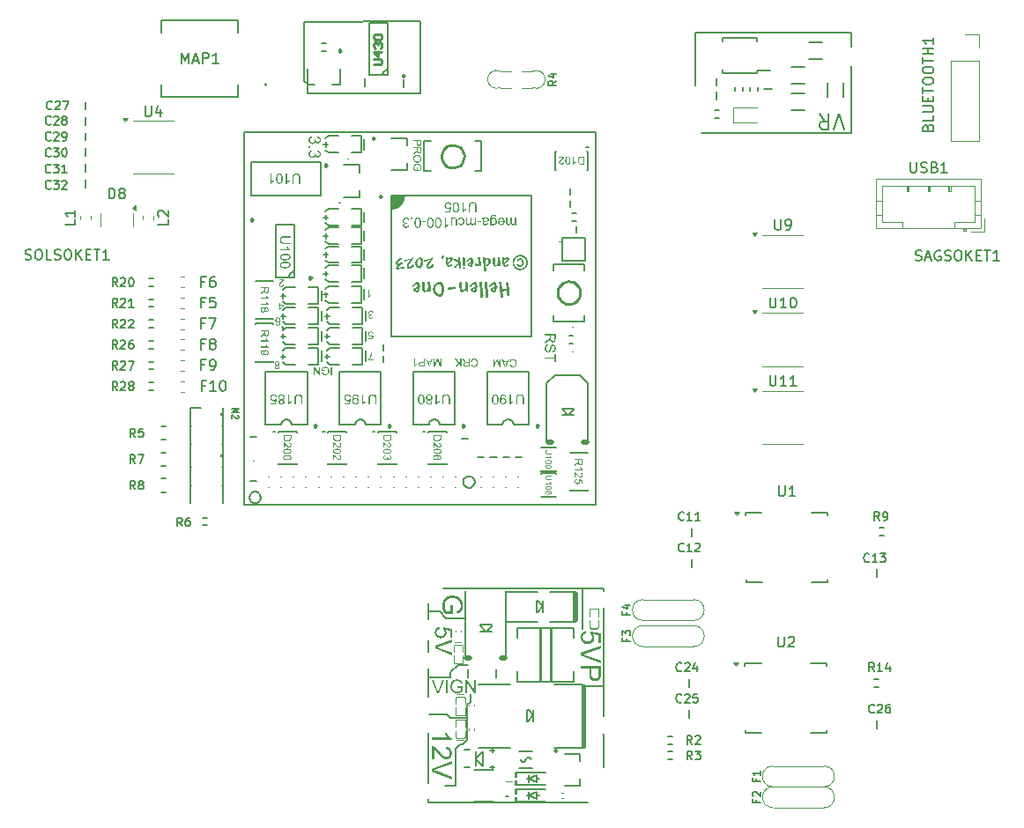
<source format=gto>
G75*
G70*
%OFA0B0*%
%FSLAX25Y25*%
%IPPOS*%
%LPD*%
%AMOC8*
5,1,8,0,0,1.08239X$1,22.5*
%
%ADD10C,0.00787*%
%ADD182C,0.00300*%
%ADD55C,0.00591*%
%ADD59C,0.00669*%
%ADD60C,0.00500*%
%ADD61C,0.00000*%
%ADD62C,0.00472*%
%ADD63C,0.00800*%
%ADD64C,0.00010*%
%ADD65C,0.00390*%
%ADD66C,0.00394*%
%ADD73C,0.01575*%
%ADD82C,0.00984*%
%ADD83C,0.01000*%
%ADD84C,0.01968*%
X0000000Y0000000D02*
%LPD*%
G01*
D59*
X0012424Y0266603D02*
X0012270Y0266450D01*
X0012270Y0266450D02*
X0011809Y0266296D01*
X0011809Y0266296D02*
X0011501Y0266296D01*
X0011501Y0266296D02*
X0011040Y0266450D01*
X0011040Y0266450D02*
X0010733Y0266757D01*
X0010733Y0266757D02*
X0010579Y0267065D01*
X0010579Y0267065D02*
X0010425Y0267680D01*
X0010425Y0267680D02*
X0010425Y0268141D01*
X0010425Y0268141D02*
X0010579Y0268756D01*
X0010579Y0268756D02*
X0010733Y0269063D01*
X0010733Y0269063D02*
X0011040Y0269371D01*
X0011040Y0269371D02*
X0011501Y0269524D01*
X0011501Y0269524D02*
X0011809Y0269524D01*
X0011809Y0269524D02*
X0012270Y0269371D01*
X0012270Y0269371D02*
X0012424Y0269217D01*
X0013654Y0269217D02*
X0013807Y0269371D01*
X0013807Y0269371D02*
X0014115Y0269524D01*
X0014115Y0269524D02*
X0014884Y0269524D01*
X0014884Y0269524D02*
X0015191Y0269371D01*
X0015191Y0269371D02*
X0015345Y0269217D01*
X0015345Y0269217D02*
X0015498Y0268909D01*
X0015498Y0268909D02*
X0015498Y0268602D01*
X0015498Y0268602D02*
X0015345Y0268141D01*
X0015345Y0268141D02*
X0013500Y0266296D01*
X0013500Y0266296D02*
X0015498Y0266296D01*
X0017343Y0268141D02*
X0017036Y0268295D01*
X0017036Y0268295D02*
X0016882Y0268448D01*
X0016882Y0268448D02*
X0016728Y0268756D01*
X0016728Y0268756D02*
X0016728Y0268909D01*
X0016728Y0268909D02*
X0016882Y0269217D01*
X0016882Y0269217D02*
X0017036Y0269371D01*
X0017036Y0269371D02*
X0017343Y0269524D01*
X0017343Y0269524D02*
X0017958Y0269524D01*
X0017958Y0269524D02*
X0018266Y0269371D01*
X0018266Y0269371D02*
X0018419Y0269217D01*
X0018419Y0269217D02*
X0018573Y0268909D01*
X0018573Y0268909D02*
X0018573Y0268756D01*
X0018573Y0268756D02*
X0018419Y0268448D01*
X0018419Y0268448D02*
X0018266Y0268295D01*
X0018266Y0268295D02*
X0017958Y0268141D01*
X0017958Y0268141D02*
X0017343Y0268141D01*
X0017343Y0268141D02*
X0017036Y0267987D01*
X0017036Y0267987D02*
X0016882Y0267833D01*
X0016882Y0267833D02*
X0016728Y0267526D01*
X0016728Y0267526D02*
X0016728Y0266911D01*
X0016728Y0266911D02*
X0016882Y0266603D01*
X0016882Y0266603D02*
X0017036Y0266450D01*
X0017036Y0266450D02*
X0017343Y0266296D01*
X0017343Y0266296D02*
X0017958Y0266296D01*
X0017958Y0266296D02*
X0018266Y0266450D01*
X0018266Y0266450D02*
X0018419Y0266603D01*
X0018419Y0266603D02*
X0018573Y0266911D01*
X0018573Y0266911D02*
X0018573Y0267526D01*
X0018573Y0267526D02*
X0018419Y0267833D01*
X0018419Y0267833D02*
X0018266Y0267987D01*
X0018266Y0267987D02*
X0017958Y0268141D01*
D55*
X0070686Y0206965D02*
X0069373Y0206965D01*
X0069373Y0204902D02*
X0069373Y0208839D01*
X0069373Y0208839D02*
X0071248Y0208839D01*
X0074435Y0208839D02*
X0073685Y0208839D01*
X0073685Y0208839D02*
X0073310Y0208652D01*
X0073310Y0208652D02*
X0073123Y0208464D01*
X0073123Y0208464D02*
X0072748Y0207902D01*
X0072748Y0207902D02*
X0072560Y0207152D01*
X0072560Y0207152D02*
X0072560Y0205652D01*
X0072560Y0205652D02*
X0072748Y0205277D01*
X0072748Y0205277D02*
X0072935Y0205090D01*
X0072935Y0205090D02*
X0073310Y0204902D01*
X0073310Y0204902D02*
X0074060Y0204902D01*
X0074060Y0204902D02*
X0074435Y0205090D01*
X0074435Y0205090D02*
X0074623Y0205277D01*
X0074623Y0205277D02*
X0074810Y0205652D01*
X0074810Y0205652D02*
X0074810Y0206590D01*
X0074810Y0206590D02*
X0074623Y0206965D01*
X0074623Y0206965D02*
X0074435Y0207152D01*
X0074435Y0207152D02*
X0074060Y0207339D01*
X0074060Y0207339D02*
X0073310Y0207339D01*
X0073310Y0207339D02*
X0072935Y0207152D01*
X0072935Y0207152D02*
X0072748Y0206965D01*
X0072748Y0206965D02*
X0072560Y0206590D01*
X0344217Y0265279D02*
X0344404Y0265842D01*
X0344404Y0265842D02*
X0344592Y0266029D01*
X0344592Y0266029D02*
X0344966Y0266217D01*
X0344966Y0266217D02*
X0345529Y0266217D01*
X0345529Y0266217D02*
X0345904Y0266029D01*
X0345904Y0266029D02*
X0346091Y0265842D01*
X0346091Y0265842D02*
X0346279Y0265467D01*
X0346279Y0265467D02*
X0346279Y0263967D01*
X0346279Y0263967D02*
X0342342Y0263967D01*
X0342342Y0263967D02*
X0342342Y0265279D01*
X0342342Y0265279D02*
X0342529Y0265654D01*
X0342529Y0265654D02*
X0342717Y0265842D01*
X0342717Y0265842D02*
X0343092Y0266029D01*
X0343092Y0266029D02*
X0343467Y0266029D01*
X0343467Y0266029D02*
X0343842Y0265842D01*
X0343842Y0265842D02*
X0344029Y0265654D01*
X0344029Y0265654D02*
X0344217Y0265279D01*
X0344217Y0265279D02*
X0344217Y0263967D01*
X0346279Y0269779D02*
X0346279Y0267904D01*
X0346279Y0267904D02*
X0342342Y0267904D01*
X0342342Y0271091D02*
X0345529Y0271091D01*
X0345529Y0271091D02*
X0345904Y0271279D01*
X0345904Y0271279D02*
X0346091Y0271466D01*
X0346091Y0271466D02*
X0346279Y0271841D01*
X0346279Y0271841D02*
X0346279Y0272591D01*
X0346279Y0272591D02*
X0346091Y0272966D01*
X0346091Y0272966D02*
X0345904Y0273153D01*
X0345904Y0273153D02*
X0345529Y0273341D01*
X0345529Y0273341D02*
X0342342Y0273341D01*
X0344217Y0275216D02*
X0344217Y0276528D01*
X0346279Y0277090D02*
X0346279Y0275216D01*
X0346279Y0275216D02*
X0342342Y0275216D01*
X0342342Y0275216D02*
X0342342Y0277090D01*
X0342342Y0278215D02*
X0342342Y0280465D01*
X0346279Y0279340D02*
X0342342Y0279340D01*
X0342342Y0282527D02*
X0342342Y0283277D01*
X0342342Y0283277D02*
X0342529Y0283652D01*
X0342529Y0283652D02*
X0342904Y0284027D01*
X0342904Y0284027D02*
X0343654Y0284214D01*
X0343654Y0284214D02*
X0344966Y0284214D01*
X0344966Y0284214D02*
X0345716Y0284027D01*
X0345716Y0284027D02*
X0346091Y0283652D01*
X0346091Y0283652D02*
X0346279Y0283277D01*
X0346279Y0283277D02*
X0346279Y0282527D01*
X0346279Y0282527D02*
X0346091Y0282152D01*
X0346091Y0282152D02*
X0345716Y0281777D01*
X0345716Y0281777D02*
X0344966Y0281590D01*
X0344966Y0281590D02*
X0343654Y0281590D01*
X0343654Y0281590D02*
X0342904Y0281777D01*
X0342904Y0281777D02*
X0342529Y0282152D01*
X0342529Y0282152D02*
X0342342Y0282527D01*
X0342342Y0286652D02*
X0342342Y0287402D01*
X0342342Y0287402D02*
X0342529Y0287777D01*
X0342529Y0287777D02*
X0342904Y0288151D01*
X0342904Y0288151D02*
X0343654Y0288339D01*
X0343654Y0288339D02*
X0344966Y0288339D01*
X0344966Y0288339D02*
X0345716Y0288151D01*
X0345716Y0288151D02*
X0346091Y0287777D01*
X0346091Y0287777D02*
X0346279Y0287402D01*
X0346279Y0287402D02*
X0346279Y0286652D01*
X0346279Y0286652D02*
X0346091Y0286277D01*
X0346091Y0286277D02*
X0345716Y0285902D01*
X0345716Y0285902D02*
X0344966Y0285714D01*
X0344966Y0285714D02*
X0343654Y0285714D01*
X0343654Y0285714D02*
X0342904Y0285902D01*
X0342904Y0285902D02*
X0342529Y0286277D01*
X0342529Y0286277D02*
X0342342Y0286652D01*
X0342342Y0289464D02*
X0342342Y0291714D01*
X0346279Y0290589D02*
X0342342Y0290589D01*
X0346279Y0293026D02*
X0342342Y0293026D01*
X0344217Y0293026D02*
X0344217Y0295276D01*
X0346279Y0295276D02*
X0342342Y0295276D01*
X0346279Y0299213D02*
X0346279Y0296963D01*
X0346279Y0298088D02*
X0342342Y0298088D01*
X0342342Y0298088D02*
X0342904Y0297713D01*
X0342904Y0297713D02*
X0343279Y0297338D01*
X0343279Y0297338D02*
X0343467Y0296963D01*
X0021751Y0230495D02*
X0021751Y0228621D01*
X0021751Y0228621D02*
X0017814Y0228621D01*
X0021751Y0233870D02*
X0021751Y0231620D01*
X0021751Y0232745D02*
X0017814Y0232745D01*
X0017814Y0232745D02*
X0018377Y0232370D01*
X0018377Y0232370D02*
X0018752Y0231995D01*
X0018752Y0231995D02*
X0018939Y0231620D01*
D59*
X0325888Y0116572D02*
X0324812Y0118109D01*
X0324044Y0116572D02*
X0324044Y0119800D01*
X0324044Y0119800D02*
X0325273Y0119800D01*
X0325273Y0119800D02*
X0325581Y0119646D01*
X0325581Y0119646D02*
X0325735Y0119493D01*
X0325735Y0119493D02*
X0325888Y0119185D01*
X0325888Y0119185D02*
X0325888Y0118724D01*
X0325888Y0118724D02*
X0325735Y0118416D01*
X0325735Y0118416D02*
X0325581Y0118263D01*
X0325581Y0118263D02*
X0325273Y0118109D01*
X0325273Y0118109D02*
X0324044Y0118109D01*
X0327426Y0116572D02*
X0328041Y0116572D01*
X0328041Y0116572D02*
X0328348Y0116725D01*
X0328348Y0116725D02*
X0328502Y0116879D01*
X0328502Y0116879D02*
X0328809Y0117340D01*
X0328809Y0117340D02*
X0328963Y0117955D01*
X0328963Y0117955D02*
X0328963Y0119185D01*
X0328963Y0119185D02*
X0328809Y0119493D01*
X0328809Y0119493D02*
X0328656Y0119646D01*
X0328656Y0119646D02*
X0328348Y0119800D01*
X0328348Y0119800D02*
X0327733Y0119800D01*
X0327733Y0119800D02*
X0327426Y0119646D01*
X0327426Y0119646D02*
X0327272Y0119493D01*
X0327272Y0119493D02*
X0327118Y0119185D01*
X0327118Y0119185D02*
X0327118Y0118416D01*
X0327118Y0118416D02*
X0327272Y0118109D01*
X0327272Y0118109D02*
X0327426Y0117955D01*
X0327426Y0117955D02*
X0327733Y0117801D01*
X0327733Y0117801D02*
X0328348Y0117801D01*
X0328348Y0117801D02*
X0328656Y0117955D01*
X0328656Y0117955D02*
X0328809Y0118109D01*
X0328809Y0118109D02*
X0328963Y0118416D01*
D55*
X0337645Y0252146D02*
X0337645Y0248959D01*
X0337645Y0248959D02*
X0337833Y0248584D01*
X0337833Y0248584D02*
X0338020Y0248397D01*
X0338020Y0248397D02*
X0338395Y0248209D01*
X0338395Y0248209D02*
X0339145Y0248209D01*
X0339145Y0248209D02*
X0339520Y0248397D01*
X0339520Y0248397D02*
X0339708Y0248584D01*
X0339708Y0248584D02*
X0339895Y0248959D01*
X0339895Y0248959D02*
X0339895Y0252146D01*
X0341582Y0248397D02*
X0342145Y0248209D01*
X0342145Y0248209D02*
X0343082Y0248209D01*
X0343082Y0248209D02*
X0343457Y0248397D01*
X0343457Y0248397D02*
X0343645Y0248584D01*
X0343645Y0248584D02*
X0343832Y0248959D01*
X0343832Y0248959D02*
X0343832Y0249334D01*
X0343832Y0249334D02*
X0343645Y0249709D01*
X0343645Y0249709D02*
X0343457Y0249897D01*
X0343457Y0249897D02*
X0343082Y0250084D01*
X0343082Y0250084D02*
X0342332Y0250272D01*
X0342332Y0250272D02*
X0341957Y0250459D01*
X0341957Y0250459D02*
X0341770Y0250647D01*
X0341770Y0250647D02*
X0341582Y0251022D01*
X0341582Y0251022D02*
X0341582Y0251396D01*
X0341582Y0251396D02*
X0341770Y0251771D01*
X0341770Y0251771D02*
X0341957Y0251959D01*
X0341957Y0251959D02*
X0342332Y0252146D01*
X0342332Y0252146D02*
X0343270Y0252146D01*
X0343270Y0252146D02*
X0343832Y0251959D01*
X0346832Y0250272D02*
X0347394Y0250084D01*
X0347394Y0250084D02*
X0347582Y0249897D01*
X0347582Y0249897D02*
X0347769Y0249522D01*
X0347769Y0249522D02*
X0347769Y0248959D01*
X0347769Y0248959D02*
X0347582Y0248584D01*
X0347582Y0248584D02*
X0347394Y0248397D01*
X0347394Y0248397D02*
X0347019Y0248209D01*
X0347019Y0248209D02*
X0345519Y0248209D01*
X0345519Y0248209D02*
X0345519Y0252146D01*
X0345519Y0252146D02*
X0346832Y0252146D01*
X0346832Y0252146D02*
X0347207Y0251959D01*
X0347207Y0251959D02*
X0347394Y0251771D01*
X0347394Y0251771D02*
X0347582Y0251396D01*
X0347582Y0251396D02*
X0347582Y0251022D01*
X0347582Y0251022D02*
X0347394Y0250647D01*
X0347394Y0250647D02*
X0347207Y0250459D01*
X0347207Y0250459D02*
X0346832Y0250272D01*
X0346832Y0250272D02*
X0345519Y0250272D01*
X0351519Y0248209D02*
X0349269Y0248209D01*
X0350394Y0248209D02*
X0350394Y0252146D01*
X0350394Y0252146D02*
X0350019Y0251584D01*
X0350019Y0251584D02*
X0349644Y0251209D01*
X0349644Y0251209D02*
X0349269Y0251022D01*
X0287847Y0129705D02*
X0287847Y0126518D01*
X0287847Y0126518D02*
X0288034Y0126143D01*
X0288034Y0126143D02*
X0288222Y0125956D01*
X0288222Y0125956D02*
X0288597Y0125768D01*
X0288597Y0125768D02*
X0289347Y0125768D01*
X0289347Y0125768D02*
X0289722Y0125956D01*
X0289722Y0125956D02*
X0289909Y0126143D01*
X0289909Y0126143D02*
X0290097Y0126518D01*
X0290097Y0126518D02*
X0290097Y0129705D01*
X0294034Y0125768D02*
X0291784Y0125768D01*
X0292909Y0125768D02*
X0292909Y0129705D01*
X0292909Y0129705D02*
X0292534Y0129143D01*
X0292534Y0129143D02*
X0292159Y0128768D01*
X0292159Y0128768D02*
X0291784Y0128581D01*
D59*
X0012424Y0248414D02*
X0012270Y0248261D01*
X0012270Y0248261D02*
X0011809Y0248107D01*
X0011809Y0248107D02*
X0011501Y0248107D01*
X0011501Y0248107D02*
X0011040Y0248261D01*
X0011040Y0248261D02*
X0010733Y0248568D01*
X0010733Y0248568D02*
X0010579Y0248876D01*
X0010579Y0248876D02*
X0010425Y0249490D01*
X0010425Y0249490D02*
X0010425Y0249952D01*
X0010425Y0249952D02*
X0010579Y0250567D01*
X0010579Y0250567D02*
X0010733Y0250874D01*
X0010733Y0250874D02*
X0011040Y0251182D01*
X0011040Y0251182D02*
X0011501Y0251335D01*
X0011501Y0251335D02*
X0011809Y0251335D01*
X0011809Y0251335D02*
X0012270Y0251182D01*
X0012270Y0251182D02*
X0012424Y0251028D01*
X0013500Y0251335D02*
X0015498Y0251335D01*
X0015498Y0251335D02*
X0014422Y0250105D01*
X0014422Y0250105D02*
X0014884Y0250105D01*
X0014884Y0250105D02*
X0015191Y0249952D01*
X0015191Y0249952D02*
X0015345Y0249798D01*
X0015345Y0249798D02*
X0015498Y0249490D01*
X0015498Y0249490D02*
X0015498Y0248722D01*
X0015498Y0248722D02*
X0015345Y0248414D01*
X0015345Y0248414D02*
X0015191Y0248261D01*
X0015191Y0248261D02*
X0014884Y0248107D01*
X0014884Y0248107D02*
X0013961Y0248107D01*
X0013961Y0248107D02*
X0013654Y0248261D01*
X0013654Y0248261D02*
X0013500Y0248414D01*
X0018573Y0248107D02*
X0016728Y0248107D01*
X0017651Y0248107D02*
X0017651Y0251335D01*
X0017651Y0251335D02*
X0017343Y0250874D01*
X0017343Y0250874D02*
X0017036Y0250567D01*
X0017036Y0250567D02*
X0016728Y0250413D01*
X0044392Y0128383D02*
X0043316Y0129920D01*
X0042548Y0128383D02*
X0042548Y0131611D01*
X0042548Y0131611D02*
X0043777Y0131611D01*
X0043777Y0131611D02*
X0044085Y0131457D01*
X0044085Y0131457D02*
X0044239Y0131304D01*
X0044239Y0131304D02*
X0044392Y0130996D01*
X0044392Y0130996D02*
X0044392Y0130535D01*
X0044392Y0130535D02*
X0044239Y0130227D01*
X0044239Y0130227D02*
X0044085Y0130074D01*
X0044085Y0130074D02*
X0043777Y0129920D01*
X0043777Y0129920D02*
X0042548Y0129920D01*
X0046237Y0130227D02*
X0045930Y0130381D01*
X0045930Y0130381D02*
X0045776Y0130535D01*
X0045776Y0130535D02*
X0045622Y0130842D01*
X0045622Y0130842D02*
X0045622Y0130996D01*
X0045622Y0130996D02*
X0045776Y0131304D01*
X0045776Y0131304D02*
X0045930Y0131457D01*
X0045930Y0131457D02*
X0046237Y0131611D01*
X0046237Y0131611D02*
X0046852Y0131611D01*
X0046852Y0131611D02*
X0047159Y0131457D01*
X0047159Y0131457D02*
X0047313Y0131304D01*
X0047313Y0131304D02*
X0047467Y0130996D01*
X0047467Y0130996D02*
X0047467Y0130842D01*
X0047467Y0130842D02*
X0047313Y0130535D01*
X0047313Y0130535D02*
X0047159Y0130381D01*
X0047159Y0130381D02*
X0046852Y0130227D01*
X0046852Y0130227D02*
X0046237Y0130227D01*
X0046237Y0130227D02*
X0045930Y0130074D01*
X0045930Y0130074D02*
X0045776Y0129920D01*
X0045776Y0129920D02*
X0045622Y0129612D01*
X0045622Y0129612D02*
X0045622Y0128998D01*
X0045622Y0128998D02*
X0045776Y0128690D01*
X0045776Y0128690D02*
X0045930Y0128536D01*
X0045930Y0128536D02*
X0046237Y0128383D01*
X0046237Y0128383D02*
X0046852Y0128383D01*
X0046852Y0128383D02*
X0047159Y0128536D01*
X0047159Y0128536D02*
X0047313Y0128690D01*
X0047313Y0128690D02*
X0047467Y0128998D01*
X0047467Y0128998D02*
X0047467Y0129612D01*
X0047467Y0129612D02*
X0047313Y0129920D01*
X0047313Y0129920D02*
X0047159Y0130074D01*
X0047159Y0130074D02*
X0046852Y0130227D01*
X0012424Y0260619D02*
X0012270Y0260465D01*
X0012270Y0260465D02*
X0011809Y0260312D01*
X0011809Y0260312D02*
X0011501Y0260312D01*
X0011501Y0260312D02*
X0011040Y0260465D01*
X0011040Y0260465D02*
X0010733Y0260773D01*
X0010733Y0260773D02*
X0010579Y0261080D01*
X0010579Y0261080D02*
X0010425Y0261695D01*
X0010425Y0261695D02*
X0010425Y0262156D01*
X0010425Y0262156D02*
X0010579Y0262771D01*
X0010579Y0262771D02*
X0010733Y0263079D01*
X0010733Y0263079D02*
X0011040Y0263386D01*
X0011040Y0263386D02*
X0011501Y0263540D01*
X0011501Y0263540D02*
X0011809Y0263540D01*
X0011809Y0263540D02*
X0012270Y0263386D01*
X0012270Y0263386D02*
X0012424Y0263233D01*
X0013654Y0263233D02*
X0013807Y0263386D01*
X0013807Y0263386D02*
X0014115Y0263540D01*
X0014115Y0263540D02*
X0014884Y0263540D01*
X0014884Y0263540D02*
X0015191Y0263386D01*
X0015191Y0263386D02*
X0015345Y0263233D01*
X0015345Y0263233D02*
X0015498Y0262925D01*
X0015498Y0262925D02*
X0015498Y0262618D01*
X0015498Y0262618D02*
X0015345Y0262156D01*
X0015345Y0262156D02*
X0013500Y0260312D01*
X0013500Y0260312D02*
X0015498Y0260312D01*
X0017036Y0260312D02*
X0017651Y0260312D01*
X0017651Y0260312D02*
X0017958Y0260465D01*
X0017958Y0260465D02*
X0018112Y0260619D01*
X0018112Y0260619D02*
X0018419Y0261080D01*
X0018419Y0261080D02*
X0018573Y0261695D01*
X0018573Y0261695D02*
X0018573Y0262925D01*
X0018573Y0262925D02*
X0018419Y0263233D01*
X0018419Y0263233D02*
X0018266Y0263386D01*
X0018266Y0263386D02*
X0017958Y0263540D01*
X0017958Y0263540D02*
X0017343Y0263540D01*
X0017343Y0263540D02*
X0017036Y0263386D01*
X0017036Y0263386D02*
X0016882Y0263233D01*
X0016882Y0263233D02*
X0016728Y0262925D01*
X0016728Y0262925D02*
X0016728Y0262156D01*
X0016728Y0262156D02*
X0016882Y0261849D01*
X0016882Y0261849D02*
X0017036Y0261695D01*
X0017036Y0261695D02*
X0017343Y0261542D01*
X0017343Y0261542D02*
X0017958Y0261542D01*
X0017958Y0261542D02*
X0018266Y0261695D01*
X0018266Y0261695D02*
X0018419Y0261849D01*
X0018419Y0261849D02*
X0018573Y0262156D01*
X0012424Y0254517D02*
X0012270Y0254363D01*
X0012270Y0254363D02*
X0011809Y0254209D01*
X0011809Y0254209D02*
X0011501Y0254209D01*
X0011501Y0254209D02*
X0011040Y0254363D01*
X0011040Y0254363D02*
X0010733Y0254670D01*
X0010733Y0254670D02*
X0010579Y0254978D01*
X0010579Y0254978D02*
X0010425Y0255593D01*
X0010425Y0255593D02*
X0010425Y0256054D01*
X0010425Y0256054D02*
X0010579Y0256669D01*
X0010579Y0256669D02*
X0010733Y0256976D01*
X0010733Y0256976D02*
X0011040Y0257284D01*
X0011040Y0257284D02*
X0011501Y0257438D01*
X0011501Y0257438D02*
X0011809Y0257438D01*
X0011809Y0257438D02*
X0012270Y0257284D01*
X0012270Y0257284D02*
X0012424Y0257130D01*
X0013500Y0257438D02*
X0015498Y0257438D01*
X0015498Y0257438D02*
X0014422Y0256208D01*
X0014422Y0256208D02*
X0014884Y0256208D01*
X0014884Y0256208D02*
X0015191Y0256054D01*
X0015191Y0256054D02*
X0015345Y0255900D01*
X0015345Y0255900D02*
X0015498Y0255593D01*
X0015498Y0255593D02*
X0015498Y0254824D01*
X0015498Y0254824D02*
X0015345Y0254517D01*
X0015345Y0254517D02*
X0015191Y0254363D01*
X0015191Y0254363D02*
X0014884Y0254209D01*
X0014884Y0254209D02*
X0013961Y0254209D01*
X0013961Y0254209D02*
X0013654Y0254363D01*
X0013654Y0254363D02*
X0013500Y0254517D01*
X0017497Y0257438D02*
X0017804Y0257438D01*
X0017804Y0257438D02*
X0018112Y0257284D01*
X0018112Y0257284D02*
X0018266Y0257130D01*
X0018266Y0257130D02*
X0018419Y0256823D01*
X0018419Y0256823D02*
X0018573Y0256208D01*
X0018573Y0256208D02*
X0018573Y0255439D01*
X0018573Y0255439D02*
X0018419Y0254824D01*
X0018419Y0254824D02*
X0018266Y0254517D01*
X0018266Y0254517D02*
X0018112Y0254363D01*
X0018112Y0254363D02*
X0017804Y0254209D01*
X0017804Y0254209D02*
X0017497Y0254209D01*
X0017497Y0254209D02*
X0017189Y0254363D01*
X0017189Y0254363D02*
X0017036Y0254517D01*
X0017036Y0254517D02*
X0016882Y0254824D01*
X0016882Y0254824D02*
X0016728Y0255439D01*
X0016728Y0255439D02*
X0016728Y0256208D01*
X0016728Y0256208D02*
X0016882Y0256823D01*
X0016882Y0256823D02*
X0017036Y0257130D01*
X0017036Y0257130D02*
X0017189Y0257284D01*
X0017189Y0257284D02*
X0017497Y0257438D01*
X0044392Y0138225D02*
X0043316Y0139762D01*
X0042548Y0138225D02*
X0042548Y0141454D01*
X0042548Y0141454D02*
X0043777Y0141454D01*
X0043777Y0141454D02*
X0044085Y0141300D01*
X0044085Y0141300D02*
X0044239Y0141146D01*
X0044239Y0141146D02*
X0044392Y0140839D01*
X0044392Y0140839D02*
X0044392Y0140377D01*
X0044392Y0140377D02*
X0044239Y0140070D01*
X0044239Y0140070D02*
X0044085Y0139916D01*
X0044085Y0139916D02*
X0043777Y0139762D01*
X0043777Y0139762D02*
X0042548Y0139762D01*
X0045468Y0141454D02*
X0047621Y0141454D01*
X0047621Y0141454D02*
X0046237Y0138225D01*
D55*
X0081080Y0158989D02*
X0083443Y0158989D01*
X0083443Y0158989D02*
X0081755Y0158202D01*
X0081755Y0158202D02*
X0083443Y0157414D01*
X0083443Y0157414D02*
X0081080Y0157414D01*
X0083218Y0156402D02*
X0083330Y0156290D01*
X0083330Y0156290D02*
X0083443Y0156065D01*
X0083443Y0156065D02*
X0083443Y0155502D01*
X0083443Y0155502D02*
X0083330Y0155277D01*
X0083330Y0155277D02*
X0083218Y0155165D01*
X0083218Y0155165D02*
X0082993Y0155052D01*
X0082993Y0155052D02*
X0082768Y0155052D01*
X0082768Y0155052D02*
X0082430Y0155165D01*
X0082430Y0155165D02*
X0081080Y0156515D01*
X0081080Y0156515D02*
X0081080Y0155052D01*
X0287552Y0072619D02*
X0287552Y0069432D01*
X0287552Y0069432D02*
X0287739Y0069057D01*
X0287739Y0069057D02*
X0287927Y0068869D01*
X0287927Y0068869D02*
X0288301Y0068682D01*
X0288301Y0068682D02*
X0289051Y0068682D01*
X0289051Y0068682D02*
X0289426Y0068869D01*
X0289426Y0068869D02*
X0289614Y0069057D01*
X0289614Y0069057D02*
X0289801Y0069432D01*
X0289801Y0069432D02*
X0289801Y0072619D01*
X0291489Y0072244D02*
X0291676Y0072431D01*
X0291676Y0072431D02*
X0292051Y0072619D01*
X0292051Y0072619D02*
X0292988Y0072619D01*
X0292988Y0072619D02*
X0293363Y0072431D01*
X0293363Y0072431D02*
X0293551Y0072244D01*
X0293551Y0072244D02*
X0293738Y0071869D01*
X0293738Y0071869D02*
X0293738Y0071494D01*
X0293738Y0071494D02*
X0293551Y0070932D01*
X0293551Y0070932D02*
X0291301Y0068682D01*
X0291301Y0068682D02*
X0293738Y0068682D01*
D59*
X0037650Y0197280D02*
X0036574Y0198818D01*
X0035805Y0197280D02*
X0035805Y0200509D01*
X0035805Y0200509D02*
X0037035Y0200509D01*
X0037035Y0200509D02*
X0037343Y0200355D01*
X0037343Y0200355D02*
X0037496Y0200201D01*
X0037496Y0200201D02*
X0037650Y0199894D01*
X0037650Y0199894D02*
X0037650Y0199433D01*
X0037650Y0199433D02*
X0037496Y0199125D01*
X0037496Y0199125D02*
X0037343Y0198971D01*
X0037343Y0198971D02*
X0037035Y0198818D01*
X0037035Y0198818D02*
X0035805Y0198818D01*
X0038880Y0200201D02*
X0039034Y0200355D01*
X0039034Y0200355D02*
X0039341Y0200509D01*
X0039341Y0200509D02*
X0040110Y0200509D01*
X0040110Y0200509D02*
X0040417Y0200355D01*
X0040417Y0200355D02*
X0040571Y0200201D01*
X0040571Y0200201D02*
X0040725Y0199894D01*
X0040725Y0199894D02*
X0040725Y0199586D01*
X0040725Y0199586D02*
X0040571Y0199125D01*
X0040571Y0199125D02*
X0038726Y0197280D01*
X0038726Y0197280D02*
X0040725Y0197280D01*
X0043799Y0197280D02*
X0041955Y0197280D01*
X0042877Y0197280D02*
X0042877Y0200509D01*
X0042877Y0200509D02*
X0042570Y0200047D01*
X0042570Y0200047D02*
X0042262Y0199740D01*
X0042262Y0199740D02*
X0041955Y0199586D01*
X0321951Y0101131D02*
X0321798Y0100977D01*
X0321798Y0100977D02*
X0321336Y0100824D01*
X0321336Y0100824D02*
X0321029Y0100824D01*
X0321029Y0100824D02*
X0320568Y0100977D01*
X0320568Y0100977D02*
X0320260Y0101285D01*
X0320260Y0101285D02*
X0320107Y0101592D01*
X0320107Y0101592D02*
X0319953Y0102207D01*
X0319953Y0102207D02*
X0319953Y0102668D01*
X0319953Y0102668D02*
X0320107Y0103283D01*
X0320107Y0103283D02*
X0320260Y0103591D01*
X0320260Y0103591D02*
X0320568Y0103898D01*
X0320568Y0103898D02*
X0321029Y0104052D01*
X0321029Y0104052D02*
X0321336Y0104052D01*
X0321336Y0104052D02*
X0321798Y0103898D01*
X0321798Y0103898D02*
X0321951Y0103744D01*
X0325026Y0100824D02*
X0323181Y0100824D01*
X0324104Y0100824D02*
X0324104Y0104052D01*
X0324104Y0104052D02*
X0323796Y0103591D01*
X0323796Y0103591D02*
X0323489Y0103283D01*
X0323489Y0103283D02*
X0323181Y0103130D01*
X0326102Y0104052D02*
X0328101Y0104052D01*
X0328101Y0104052D02*
X0327025Y0102822D01*
X0327025Y0102822D02*
X0327486Y0102822D01*
X0327486Y0102822D02*
X0327793Y0102668D01*
X0327793Y0102668D02*
X0327947Y0102515D01*
X0327947Y0102515D02*
X0328101Y0102207D01*
X0328101Y0102207D02*
X0328101Y0101439D01*
X0328101Y0101439D02*
X0327947Y0101131D01*
X0327947Y0101131D02*
X0327793Y0100977D01*
X0327793Y0100977D02*
X0327486Y0100824D01*
X0327486Y0100824D02*
X0326563Y0100824D01*
X0326563Y0100824D02*
X0326256Y0100977D01*
X0326256Y0100977D02*
X0326102Y0101131D01*
X0012896Y0272391D02*
X0012743Y0272237D01*
X0012743Y0272237D02*
X0012281Y0272083D01*
X0012281Y0272083D02*
X0011974Y0272083D01*
X0011974Y0272083D02*
X0011513Y0272237D01*
X0011513Y0272237D02*
X0011205Y0272545D01*
X0011205Y0272545D02*
X0011051Y0272852D01*
X0011051Y0272852D02*
X0010898Y0273467D01*
X0010898Y0273467D02*
X0010898Y0273928D01*
X0010898Y0273928D02*
X0011051Y0274543D01*
X0011051Y0274543D02*
X0011205Y0274851D01*
X0011205Y0274851D02*
X0011513Y0275158D01*
X0011513Y0275158D02*
X0011974Y0275312D01*
X0011974Y0275312D02*
X0012281Y0275312D01*
X0012281Y0275312D02*
X0012743Y0275158D01*
X0012743Y0275158D02*
X0012896Y0275004D01*
X0014126Y0275004D02*
X0014280Y0275158D01*
X0014280Y0275158D02*
X0014587Y0275312D01*
X0014587Y0275312D02*
X0015356Y0275312D01*
X0015356Y0275312D02*
X0015663Y0275158D01*
X0015663Y0275158D02*
X0015817Y0275004D01*
X0015817Y0275004D02*
X0015971Y0274697D01*
X0015971Y0274697D02*
X0015971Y0274389D01*
X0015971Y0274389D02*
X0015817Y0273928D01*
X0015817Y0273928D02*
X0013972Y0272083D01*
X0013972Y0272083D02*
X0015971Y0272083D01*
X0017047Y0275312D02*
X0019199Y0275312D01*
X0019199Y0275312D02*
X0017816Y0272083D01*
X0251085Y0047981D02*
X0250932Y0047828D01*
X0250932Y0047828D02*
X0250470Y0047674D01*
X0250470Y0047674D02*
X0250163Y0047674D01*
X0250163Y0047674D02*
X0249702Y0047828D01*
X0249702Y0047828D02*
X0249394Y0048135D01*
X0249394Y0048135D02*
X0249240Y0048443D01*
X0249240Y0048443D02*
X0249087Y0049058D01*
X0249087Y0049058D02*
X0249087Y0049519D01*
X0249087Y0049519D02*
X0249240Y0050134D01*
X0249240Y0050134D02*
X0249394Y0050441D01*
X0249394Y0050441D02*
X0249702Y0050749D01*
X0249702Y0050749D02*
X0250163Y0050902D01*
X0250163Y0050902D02*
X0250470Y0050902D01*
X0250470Y0050902D02*
X0250932Y0050749D01*
X0250932Y0050749D02*
X0251085Y0050595D01*
X0252315Y0050595D02*
X0252469Y0050749D01*
X0252469Y0050749D02*
X0252776Y0050902D01*
X0252776Y0050902D02*
X0253545Y0050902D01*
X0253545Y0050902D02*
X0253852Y0050749D01*
X0253852Y0050749D02*
X0254006Y0050595D01*
X0254006Y0050595D02*
X0254160Y0050287D01*
X0254160Y0050287D02*
X0254160Y0049980D01*
X0254160Y0049980D02*
X0254006Y0049519D01*
X0254006Y0049519D02*
X0252161Y0047674D01*
X0252161Y0047674D02*
X0254160Y0047674D01*
X0257081Y0050902D02*
X0255543Y0050902D01*
X0255543Y0050902D02*
X0255390Y0049365D01*
X0255390Y0049365D02*
X0255543Y0049519D01*
X0255543Y0049519D02*
X0255851Y0049672D01*
X0255851Y0049672D02*
X0256620Y0049672D01*
X0256620Y0049672D02*
X0256927Y0049519D01*
X0256927Y0049519D02*
X0257081Y0049365D01*
X0257081Y0049365D02*
X0257234Y0049058D01*
X0257234Y0049058D02*
X0257234Y0048289D01*
X0257234Y0048289D02*
X0257081Y0047981D01*
X0257081Y0047981D02*
X0256927Y0047828D01*
X0256927Y0047828D02*
X0256620Y0047674D01*
X0256620Y0047674D02*
X0255851Y0047674D01*
X0255851Y0047674D02*
X0255543Y0047828D01*
X0255543Y0047828D02*
X0255390Y0047981D01*
D60*
X0279318Y0018685D02*
X0279318Y0017685D01*
X0280889Y0017685D02*
X0277889Y0017685D01*
X0277889Y0017685D02*
X0277889Y0019114D01*
X0280889Y0021828D02*
X0280889Y0020114D01*
X0280889Y0020971D02*
X0277889Y0020971D01*
X0277889Y0020971D02*
X0278318Y0020685D01*
X0278318Y0020685D02*
X0278604Y0020399D01*
X0278604Y0020399D02*
X0278747Y0020114D01*
D55*
X0048181Y0273406D02*
X0048181Y0270219D01*
X0048181Y0270219D02*
X0048369Y0269844D01*
X0048369Y0269844D02*
X0048556Y0269657D01*
X0048556Y0269657D02*
X0048931Y0269469D01*
X0048931Y0269469D02*
X0049681Y0269469D01*
X0049681Y0269469D02*
X0050056Y0269657D01*
X0050056Y0269657D02*
X0050244Y0269844D01*
X0050244Y0269844D02*
X0050431Y0270219D01*
X0050431Y0270219D02*
X0050431Y0273406D01*
X0053993Y0272094D02*
X0053993Y0269469D01*
X0053056Y0273594D02*
X0052118Y0270782D01*
X0052118Y0270782D02*
X0054556Y0270782D01*
X0034496Y0238367D02*
X0034496Y0242304D01*
X0034496Y0242304D02*
X0035433Y0242304D01*
X0035433Y0242304D02*
X0035996Y0242116D01*
X0035996Y0242116D02*
X0036370Y0241741D01*
X0036370Y0241741D02*
X0036558Y0241366D01*
X0036558Y0241366D02*
X0036745Y0240617D01*
X0036745Y0240617D02*
X0036745Y0240054D01*
X0036745Y0240054D02*
X0036558Y0239304D01*
X0036558Y0239304D02*
X0036370Y0238929D01*
X0036370Y0238929D02*
X0035996Y0238554D01*
X0035996Y0238554D02*
X0035433Y0238367D01*
X0035433Y0238367D02*
X0034496Y0238367D01*
X0038995Y0240617D02*
X0038620Y0240804D01*
X0038620Y0240804D02*
X0038433Y0240992D01*
X0038433Y0240992D02*
X0038245Y0241366D01*
X0038245Y0241366D02*
X0038245Y0241554D01*
X0038245Y0241554D02*
X0038433Y0241929D01*
X0038433Y0241929D02*
X0038620Y0242116D01*
X0038620Y0242116D02*
X0038995Y0242304D01*
X0038995Y0242304D02*
X0039745Y0242304D01*
X0039745Y0242304D02*
X0040120Y0242116D01*
X0040120Y0242116D02*
X0040307Y0241929D01*
X0040307Y0241929D02*
X0040495Y0241554D01*
X0040495Y0241554D02*
X0040495Y0241366D01*
X0040495Y0241366D02*
X0040307Y0240992D01*
X0040307Y0240992D02*
X0040120Y0240804D01*
X0040120Y0240804D02*
X0039745Y0240617D01*
X0039745Y0240617D02*
X0038995Y0240617D01*
X0038995Y0240617D02*
X0038620Y0240429D01*
X0038620Y0240429D02*
X0038433Y0240242D01*
X0038433Y0240242D02*
X0038245Y0239867D01*
X0038245Y0239867D02*
X0038245Y0239117D01*
X0038245Y0239117D02*
X0038433Y0238742D01*
X0038433Y0238742D02*
X0038620Y0238554D01*
X0038620Y0238554D02*
X0038995Y0238367D01*
X0038995Y0238367D02*
X0039745Y0238367D01*
X0039745Y0238367D02*
X0040120Y0238554D01*
X0040120Y0238554D02*
X0040307Y0238742D01*
X0040307Y0238742D02*
X0040495Y0239117D01*
X0040495Y0239117D02*
X0040495Y0239867D01*
X0040495Y0239867D02*
X0040307Y0240242D01*
X0040307Y0240242D02*
X0040120Y0240429D01*
X0040120Y0240429D02*
X0039745Y0240617D01*
X0286370Y0230493D02*
X0286370Y0227306D01*
X0286370Y0227306D02*
X0286558Y0226931D01*
X0286558Y0226931D02*
X0286745Y0226743D01*
X0286745Y0226743D02*
X0287120Y0226556D01*
X0287120Y0226556D02*
X0287870Y0226556D01*
X0287870Y0226556D02*
X0288245Y0226743D01*
X0288245Y0226743D02*
X0288433Y0226931D01*
X0288433Y0226931D02*
X0288620Y0227306D01*
X0288620Y0227306D02*
X0288620Y0230493D01*
X0290682Y0226556D02*
X0291432Y0226556D01*
X0291432Y0226556D02*
X0291807Y0226743D01*
X0291807Y0226743D02*
X0291995Y0226931D01*
X0291995Y0226931D02*
X0292370Y0227493D01*
X0292370Y0227493D02*
X0292557Y0228243D01*
X0292557Y0228243D02*
X0292557Y0229743D01*
X0292557Y0229743D02*
X0292370Y0230118D01*
X0292370Y0230118D02*
X0292182Y0230305D01*
X0292182Y0230305D02*
X0291807Y0230493D01*
X0291807Y0230493D02*
X0291057Y0230493D01*
X0291057Y0230493D02*
X0290682Y0230305D01*
X0290682Y0230305D02*
X0290495Y0230118D01*
X0290495Y0230118D02*
X0290307Y0229743D01*
X0290307Y0229743D02*
X0290307Y0228806D01*
X0290307Y0228806D02*
X0290495Y0228431D01*
X0290495Y0228431D02*
X0290682Y0228243D01*
X0290682Y0228243D02*
X0291057Y0228056D01*
X0291057Y0228056D02*
X0291807Y0228056D01*
X0291807Y0228056D02*
X0292182Y0228243D01*
X0292182Y0228243D02*
X0292370Y0228431D01*
X0292370Y0228431D02*
X0292557Y0228806D01*
X0056909Y0230495D02*
X0056909Y0228621D01*
X0056909Y0228621D02*
X0052972Y0228621D01*
X0053347Y0231620D02*
X0053159Y0231808D01*
X0053159Y0231808D02*
X0052972Y0232183D01*
X0052972Y0232183D02*
X0052972Y0233120D01*
X0052972Y0233120D02*
X0053159Y0233495D01*
X0053159Y0233495D02*
X0053347Y0233683D01*
X0053347Y0233683D02*
X0053722Y0233870D01*
X0053722Y0233870D02*
X0054097Y0233870D01*
X0054097Y0233870D02*
X0054659Y0233683D01*
X0054659Y0233683D02*
X0056909Y0231433D01*
X0056909Y0231433D02*
X0056909Y0233870D01*
X0284496Y0200965D02*
X0284496Y0197778D01*
X0284496Y0197778D02*
X0284683Y0197403D01*
X0284683Y0197403D02*
X0284871Y0197216D01*
X0284871Y0197216D02*
X0285246Y0197028D01*
X0285246Y0197028D02*
X0285996Y0197028D01*
X0285996Y0197028D02*
X0286370Y0197216D01*
X0286370Y0197216D02*
X0286558Y0197403D01*
X0286558Y0197403D02*
X0286745Y0197778D01*
X0286745Y0197778D02*
X0286745Y0200965D01*
X0290682Y0197028D02*
X0288433Y0197028D01*
X0289558Y0197028D02*
X0289558Y0200965D01*
X0289558Y0200965D02*
X0289183Y0200403D01*
X0289183Y0200403D02*
X0288808Y0200028D01*
X0288808Y0200028D02*
X0288433Y0199840D01*
X0293120Y0200965D02*
X0293495Y0200965D01*
X0293495Y0200965D02*
X0293870Y0200778D01*
X0293870Y0200778D02*
X0294057Y0200590D01*
X0294057Y0200590D02*
X0294244Y0200215D01*
X0294244Y0200215D02*
X0294432Y0199465D01*
X0294432Y0199465D02*
X0294432Y0198528D01*
X0294432Y0198528D02*
X0294244Y0197778D01*
X0294244Y0197778D02*
X0294057Y0197403D01*
X0294057Y0197403D02*
X0293870Y0197216D01*
X0293870Y0197216D02*
X0293495Y0197028D01*
X0293495Y0197028D02*
X0293120Y0197028D01*
X0293120Y0197028D02*
X0292745Y0197216D01*
X0292745Y0197216D02*
X0292557Y0197403D01*
X0292557Y0197403D02*
X0292370Y0197778D01*
X0292370Y0197778D02*
X0292182Y0198528D01*
X0292182Y0198528D02*
X0292182Y0199465D01*
X0292182Y0199465D02*
X0292370Y0200215D01*
X0292370Y0200215D02*
X0292557Y0200590D01*
X0292557Y0200590D02*
X0292745Y0200778D01*
X0292745Y0200778D02*
X0293120Y0200965D01*
X0070686Y0191217D02*
X0069373Y0191217D01*
X0069373Y0189154D02*
X0069373Y0193091D01*
X0069373Y0193091D02*
X0071248Y0193091D01*
X0072373Y0193091D02*
X0074998Y0193091D01*
X0074998Y0193091D02*
X0073310Y0189154D01*
D60*
X0203744Y0282965D02*
X0202315Y0281965D01*
X0203744Y0281250D02*
X0200744Y0281250D01*
X0200744Y0281250D02*
X0200744Y0282393D01*
X0200744Y0282393D02*
X0200887Y0282679D01*
X0200887Y0282679D02*
X0201029Y0282822D01*
X0201029Y0282822D02*
X0201315Y0282965D01*
X0201315Y0282965D02*
X0201744Y0282965D01*
X0201744Y0282965D02*
X0202029Y0282822D01*
X0202029Y0282822D02*
X0202172Y0282679D01*
X0202172Y0282679D02*
X0202315Y0282393D01*
X0202315Y0282393D02*
X0202315Y0281250D01*
X0201744Y0285536D02*
X0203744Y0285536D01*
X0200601Y0284822D02*
X0202744Y0284107D01*
X0202744Y0284107D02*
X0202744Y0285965D01*
D59*
X0255022Y0031926D02*
X0253946Y0033463D01*
X0253177Y0031926D02*
X0253177Y0035154D01*
X0253177Y0035154D02*
X0254407Y0035154D01*
X0254407Y0035154D02*
X0254715Y0035001D01*
X0254715Y0035001D02*
X0254869Y0034847D01*
X0254869Y0034847D02*
X0255022Y0034539D01*
X0255022Y0034539D02*
X0255022Y0034078D01*
X0255022Y0034078D02*
X0254869Y0033771D01*
X0254869Y0033771D02*
X0254715Y0033617D01*
X0254715Y0033617D02*
X0254407Y0033463D01*
X0254407Y0033463D02*
X0253177Y0033463D01*
X0256252Y0034847D02*
X0256406Y0035001D01*
X0256406Y0035001D02*
X0256713Y0035154D01*
X0256713Y0035154D02*
X0257482Y0035154D01*
X0257482Y0035154D02*
X0257789Y0035001D01*
X0257789Y0035001D02*
X0257943Y0034847D01*
X0257943Y0034847D02*
X0258097Y0034539D01*
X0258097Y0034539D02*
X0258097Y0034232D01*
X0258097Y0034232D02*
X0257943Y0033771D01*
X0257943Y0033771D02*
X0256098Y0031926D01*
X0256098Y0031926D02*
X0258097Y0031926D01*
X0323920Y0044044D02*
X0323766Y0043891D01*
X0323766Y0043891D02*
X0323305Y0043737D01*
X0323305Y0043737D02*
X0322998Y0043737D01*
X0322998Y0043737D02*
X0322536Y0043891D01*
X0322536Y0043891D02*
X0322229Y0044198D01*
X0322229Y0044198D02*
X0322075Y0044506D01*
X0322075Y0044506D02*
X0321921Y0045121D01*
X0321921Y0045121D02*
X0321921Y0045582D01*
X0321921Y0045582D02*
X0322075Y0046197D01*
X0322075Y0046197D02*
X0322229Y0046504D01*
X0322229Y0046504D02*
X0322536Y0046812D01*
X0322536Y0046812D02*
X0322998Y0046965D01*
X0322998Y0046965D02*
X0323305Y0046965D01*
X0323305Y0046965D02*
X0323766Y0046812D01*
X0323766Y0046812D02*
X0323920Y0046658D01*
X0325150Y0046658D02*
X0325303Y0046812D01*
X0325303Y0046812D02*
X0325611Y0046965D01*
X0325611Y0046965D02*
X0326380Y0046965D01*
X0326380Y0046965D02*
X0326687Y0046812D01*
X0326687Y0046812D02*
X0326841Y0046658D01*
X0326841Y0046658D02*
X0326995Y0046350D01*
X0326995Y0046350D02*
X0326995Y0046043D01*
X0326995Y0046043D02*
X0326841Y0045582D01*
X0326841Y0045582D02*
X0324996Y0043737D01*
X0324996Y0043737D02*
X0326995Y0043737D01*
X0329762Y0046965D02*
X0329147Y0046965D01*
X0329147Y0046965D02*
X0328839Y0046812D01*
X0328839Y0046812D02*
X0328686Y0046658D01*
X0328686Y0046658D02*
X0328378Y0046197D01*
X0328378Y0046197D02*
X0328224Y0045582D01*
X0328224Y0045582D02*
X0328224Y0044352D01*
X0328224Y0044352D02*
X0328378Y0044044D01*
X0328378Y0044044D02*
X0328532Y0043891D01*
X0328532Y0043891D02*
X0328839Y0043737D01*
X0328839Y0043737D02*
X0329454Y0043737D01*
X0329454Y0043737D02*
X0329762Y0043891D01*
X0329762Y0043891D02*
X0329915Y0044044D01*
X0329915Y0044044D02*
X0330069Y0044352D01*
X0330069Y0044352D02*
X0330069Y0045121D01*
X0330069Y0045121D02*
X0329915Y0045428D01*
X0329915Y0045428D02*
X0329762Y0045582D01*
X0329762Y0045582D02*
X0329454Y0045735D01*
X0329454Y0045735D02*
X0328839Y0045735D01*
X0328839Y0045735D02*
X0328532Y0045582D01*
X0328532Y0045582D02*
X0328378Y0045428D01*
X0328378Y0045428D02*
X0328224Y0045121D01*
X0062109Y0114403D02*
X0061033Y0115940D01*
X0060264Y0114403D02*
X0060264Y0117631D01*
X0060264Y0117631D02*
X0061494Y0117631D01*
X0061494Y0117631D02*
X0061801Y0117477D01*
X0061801Y0117477D02*
X0061955Y0117323D01*
X0061955Y0117323D02*
X0062109Y0117016D01*
X0062109Y0117016D02*
X0062109Y0116555D01*
X0062109Y0116555D02*
X0061955Y0116247D01*
X0061955Y0116247D02*
X0061801Y0116094D01*
X0061801Y0116094D02*
X0061494Y0115940D01*
X0061494Y0115940D02*
X0060264Y0115940D01*
X0064876Y0117631D02*
X0064261Y0117631D01*
X0064261Y0117631D02*
X0063954Y0117477D01*
X0063954Y0117477D02*
X0063800Y0117323D01*
X0063800Y0117323D02*
X0063492Y0116862D01*
X0063492Y0116862D02*
X0063339Y0116247D01*
X0063339Y0116247D02*
X0063339Y0115017D01*
X0063339Y0115017D02*
X0063492Y0114710D01*
X0063492Y0114710D02*
X0063646Y0114556D01*
X0063646Y0114556D02*
X0063954Y0114403D01*
X0063954Y0114403D02*
X0064569Y0114403D01*
X0064569Y0114403D02*
X0064876Y0114556D01*
X0064876Y0114556D02*
X0065030Y0114710D01*
X0065030Y0114710D02*
X0065183Y0115017D01*
X0065183Y0115017D02*
X0065183Y0115786D01*
X0065183Y0115786D02*
X0065030Y0116094D01*
X0065030Y0116094D02*
X0064876Y0116247D01*
X0064876Y0116247D02*
X0064569Y0116401D01*
X0064569Y0116401D02*
X0063954Y0116401D01*
X0063954Y0116401D02*
X0063646Y0116247D01*
X0063646Y0116247D02*
X0063492Y0116094D01*
X0063492Y0116094D02*
X0063339Y0115786D01*
X0037650Y0205154D02*
X0036574Y0206692D01*
X0035805Y0205154D02*
X0035805Y0208383D01*
X0035805Y0208383D02*
X0037035Y0208383D01*
X0037035Y0208383D02*
X0037343Y0208229D01*
X0037343Y0208229D02*
X0037496Y0208075D01*
X0037496Y0208075D02*
X0037650Y0207768D01*
X0037650Y0207768D02*
X0037650Y0207307D01*
X0037650Y0207307D02*
X0037496Y0206999D01*
X0037496Y0206999D02*
X0037343Y0206845D01*
X0037343Y0206845D02*
X0037035Y0206692D01*
X0037035Y0206692D02*
X0035805Y0206692D01*
X0038880Y0208075D02*
X0039034Y0208229D01*
X0039034Y0208229D02*
X0039341Y0208383D01*
X0039341Y0208383D02*
X0040110Y0208383D01*
X0040110Y0208383D02*
X0040417Y0208229D01*
X0040417Y0208229D02*
X0040571Y0208075D01*
X0040571Y0208075D02*
X0040725Y0207768D01*
X0040725Y0207768D02*
X0040725Y0207460D01*
X0040725Y0207460D02*
X0040571Y0206999D01*
X0040571Y0206999D02*
X0038726Y0205154D01*
X0038726Y0205154D02*
X0040725Y0205154D01*
X0042723Y0208383D02*
X0043031Y0208383D01*
X0043031Y0208383D02*
X0043338Y0208229D01*
X0043338Y0208229D02*
X0043492Y0208075D01*
X0043492Y0208075D02*
X0043646Y0207768D01*
X0043646Y0207768D02*
X0043799Y0207153D01*
X0043799Y0207153D02*
X0043799Y0206384D01*
X0043799Y0206384D02*
X0043646Y0205769D01*
X0043646Y0205769D02*
X0043492Y0205462D01*
X0043492Y0205462D02*
X0043338Y0205308D01*
X0043338Y0205308D02*
X0043031Y0205154D01*
X0043031Y0205154D02*
X0042723Y0205154D01*
X0042723Y0205154D02*
X0042416Y0205308D01*
X0042416Y0205308D02*
X0042262Y0205462D01*
X0042262Y0205462D02*
X0042108Y0205769D01*
X0042108Y0205769D02*
X0041955Y0206384D01*
X0041955Y0206384D02*
X0041955Y0207153D01*
X0041955Y0207153D02*
X0042108Y0207768D01*
X0042108Y0207768D02*
X0042262Y0208075D01*
X0042262Y0208075D02*
X0042416Y0208229D01*
X0042416Y0208229D02*
X0042723Y0208383D01*
X0037650Y0181532D02*
X0036574Y0183070D01*
X0035805Y0181532D02*
X0035805Y0184761D01*
X0035805Y0184761D02*
X0037035Y0184761D01*
X0037035Y0184761D02*
X0037343Y0184607D01*
X0037343Y0184607D02*
X0037496Y0184453D01*
X0037496Y0184453D02*
X0037650Y0184146D01*
X0037650Y0184146D02*
X0037650Y0183684D01*
X0037650Y0183684D02*
X0037496Y0183377D01*
X0037496Y0183377D02*
X0037343Y0183223D01*
X0037343Y0183223D02*
X0037035Y0183070D01*
X0037035Y0183070D02*
X0035805Y0183070D01*
X0038880Y0184453D02*
X0039034Y0184607D01*
X0039034Y0184607D02*
X0039341Y0184761D01*
X0039341Y0184761D02*
X0040110Y0184761D01*
X0040110Y0184761D02*
X0040417Y0184607D01*
X0040417Y0184607D02*
X0040571Y0184453D01*
X0040571Y0184453D02*
X0040725Y0184146D01*
X0040725Y0184146D02*
X0040725Y0183838D01*
X0040725Y0183838D02*
X0040571Y0183377D01*
X0040571Y0183377D02*
X0038726Y0181532D01*
X0038726Y0181532D02*
X0040725Y0181532D01*
X0043492Y0184761D02*
X0042877Y0184761D01*
X0042877Y0184761D02*
X0042570Y0184607D01*
X0042570Y0184607D02*
X0042416Y0184453D01*
X0042416Y0184453D02*
X0042108Y0183992D01*
X0042108Y0183992D02*
X0041955Y0183377D01*
X0041955Y0183377D02*
X0041955Y0182147D01*
X0041955Y0182147D02*
X0042108Y0181840D01*
X0042108Y0181840D02*
X0042262Y0181686D01*
X0042262Y0181686D02*
X0042570Y0181532D01*
X0042570Y0181532D02*
X0043185Y0181532D01*
X0043185Y0181532D02*
X0043492Y0181686D01*
X0043492Y0181686D02*
X0043646Y0181840D01*
X0043646Y0181840D02*
X0043799Y0182147D01*
X0043799Y0182147D02*
X0043799Y0182916D01*
X0043799Y0182916D02*
X0043646Y0183223D01*
X0043646Y0183223D02*
X0043492Y0183377D01*
X0043492Y0183377D02*
X0043185Y0183531D01*
X0043185Y0183531D02*
X0042570Y0183531D01*
X0042570Y0183531D02*
X0042262Y0183377D01*
X0042262Y0183377D02*
X0042108Y0183223D01*
X0042108Y0183223D02*
X0041955Y0182916D01*
X0037650Y0165784D02*
X0036574Y0167322D01*
X0035805Y0165784D02*
X0035805Y0169013D01*
X0035805Y0169013D02*
X0037035Y0169013D01*
X0037035Y0169013D02*
X0037343Y0168859D01*
X0037343Y0168859D02*
X0037496Y0168705D01*
X0037496Y0168705D02*
X0037650Y0168398D01*
X0037650Y0168398D02*
X0037650Y0167936D01*
X0037650Y0167936D02*
X0037496Y0167629D01*
X0037496Y0167629D02*
X0037343Y0167475D01*
X0037343Y0167475D02*
X0037035Y0167322D01*
X0037035Y0167322D02*
X0035805Y0167322D01*
X0038880Y0168705D02*
X0039034Y0168859D01*
X0039034Y0168859D02*
X0039341Y0169013D01*
X0039341Y0169013D02*
X0040110Y0169013D01*
X0040110Y0169013D02*
X0040417Y0168859D01*
X0040417Y0168859D02*
X0040571Y0168705D01*
X0040571Y0168705D02*
X0040725Y0168398D01*
X0040725Y0168398D02*
X0040725Y0168090D01*
X0040725Y0168090D02*
X0040571Y0167629D01*
X0040571Y0167629D02*
X0038726Y0165784D01*
X0038726Y0165784D02*
X0040725Y0165784D01*
X0042570Y0167629D02*
X0042262Y0167783D01*
X0042262Y0167783D02*
X0042108Y0167936D01*
X0042108Y0167936D02*
X0041955Y0168244D01*
X0041955Y0168244D02*
X0041955Y0168398D01*
X0041955Y0168398D02*
X0042108Y0168705D01*
X0042108Y0168705D02*
X0042262Y0168859D01*
X0042262Y0168859D02*
X0042570Y0169013D01*
X0042570Y0169013D02*
X0043185Y0169013D01*
X0043185Y0169013D02*
X0043492Y0168859D01*
X0043492Y0168859D02*
X0043646Y0168705D01*
X0043646Y0168705D02*
X0043799Y0168398D01*
X0043799Y0168398D02*
X0043799Y0168244D01*
X0043799Y0168244D02*
X0043646Y0167936D01*
X0043646Y0167936D02*
X0043492Y0167783D01*
X0043492Y0167783D02*
X0043185Y0167629D01*
X0043185Y0167629D02*
X0042570Y0167629D01*
X0042570Y0167629D02*
X0042262Y0167475D01*
X0042262Y0167475D02*
X0042108Y0167322D01*
X0042108Y0167322D02*
X0041955Y0167014D01*
X0041955Y0167014D02*
X0041955Y0166399D01*
X0041955Y0166399D02*
X0042108Y0166092D01*
X0042108Y0166092D02*
X0042262Y0165938D01*
X0042262Y0165938D02*
X0042570Y0165784D01*
X0042570Y0165784D02*
X0043185Y0165784D01*
X0043185Y0165784D02*
X0043492Y0165938D01*
X0043492Y0165938D02*
X0043646Y0166092D01*
X0043646Y0166092D02*
X0043799Y0166399D01*
X0043799Y0166399D02*
X0043799Y0167014D01*
X0043799Y0167014D02*
X0043646Y0167322D01*
X0043646Y0167322D02*
X0043492Y0167475D01*
X0043492Y0167475D02*
X0043185Y0167629D01*
X0251912Y0116879D02*
X0251758Y0116725D01*
X0251758Y0116725D02*
X0251297Y0116572D01*
X0251297Y0116572D02*
X0250990Y0116572D01*
X0250990Y0116572D02*
X0250528Y0116725D01*
X0250528Y0116725D02*
X0250221Y0117033D01*
X0250221Y0117033D02*
X0250067Y0117340D01*
X0250067Y0117340D02*
X0249914Y0117955D01*
X0249914Y0117955D02*
X0249914Y0118416D01*
X0249914Y0118416D02*
X0250067Y0119031D01*
X0250067Y0119031D02*
X0250221Y0119339D01*
X0250221Y0119339D02*
X0250528Y0119646D01*
X0250528Y0119646D02*
X0250990Y0119800D01*
X0250990Y0119800D02*
X0251297Y0119800D01*
X0251297Y0119800D02*
X0251758Y0119646D01*
X0251758Y0119646D02*
X0251912Y0119493D01*
X0254987Y0116572D02*
X0253142Y0116572D01*
X0254064Y0116572D02*
X0254064Y0119800D01*
X0254064Y0119800D02*
X0253757Y0119339D01*
X0253757Y0119339D02*
X0253449Y0119031D01*
X0253449Y0119031D02*
X0253142Y0118878D01*
X0258061Y0116572D02*
X0256216Y0116572D01*
X0257139Y0116572D02*
X0257139Y0119800D01*
X0257139Y0119800D02*
X0256831Y0119339D01*
X0256831Y0119339D02*
X0256524Y0119031D01*
X0256524Y0119031D02*
X0256216Y0118878D01*
X0037650Y0189406D02*
X0036574Y0190944D01*
X0035805Y0189406D02*
X0035805Y0192635D01*
X0035805Y0192635D02*
X0037035Y0192635D01*
X0037035Y0192635D02*
X0037343Y0192481D01*
X0037343Y0192481D02*
X0037496Y0192327D01*
X0037496Y0192327D02*
X0037650Y0192020D01*
X0037650Y0192020D02*
X0037650Y0191558D01*
X0037650Y0191558D02*
X0037496Y0191251D01*
X0037496Y0191251D02*
X0037343Y0191097D01*
X0037343Y0191097D02*
X0037035Y0190944D01*
X0037035Y0190944D02*
X0035805Y0190944D01*
X0038880Y0192327D02*
X0039034Y0192481D01*
X0039034Y0192481D02*
X0039341Y0192635D01*
X0039341Y0192635D02*
X0040110Y0192635D01*
X0040110Y0192635D02*
X0040417Y0192481D01*
X0040417Y0192481D02*
X0040571Y0192327D01*
X0040571Y0192327D02*
X0040725Y0192020D01*
X0040725Y0192020D02*
X0040725Y0191712D01*
X0040725Y0191712D02*
X0040571Y0191251D01*
X0040571Y0191251D02*
X0038726Y0189406D01*
X0038726Y0189406D02*
X0040725Y0189406D01*
X0041955Y0192327D02*
X0042108Y0192481D01*
X0042108Y0192481D02*
X0042416Y0192635D01*
X0042416Y0192635D02*
X0043185Y0192635D01*
X0043185Y0192635D02*
X0043492Y0192481D01*
X0043492Y0192481D02*
X0043646Y0192327D01*
X0043646Y0192327D02*
X0043799Y0192020D01*
X0043799Y0192020D02*
X0043799Y0191712D01*
X0043799Y0191712D02*
X0043646Y0191251D01*
X0043646Y0191251D02*
X0041801Y0189406D01*
X0041801Y0189406D02*
X0043799Y0189406D01*
D55*
X0070686Y0183342D02*
X0069373Y0183342D01*
X0069373Y0181280D02*
X0069373Y0185217D01*
X0069373Y0185217D02*
X0071248Y0185217D01*
X0073310Y0183530D02*
X0072935Y0183717D01*
X0072935Y0183717D02*
X0072748Y0183905D01*
X0072748Y0183905D02*
X0072560Y0184280D01*
X0072560Y0184280D02*
X0072560Y0184467D01*
X0072560Y0184467D02*
X0072748Y0184842D01*
X0072748Y0184842D02*
X0072935Y0185030D01*
X0072935Y0185030D02*
X0073310Y0185217D01*
X0073310Y0185217D02*
X0074060Y0185217D01*
X0074060Y0185217D02*
X0074435Y0185030D01*
X0074435Y0185030D02*
X0074623Y0184842D01*
X0074623Y0184842D02*
X0074810Y0184467D01*
X0074810Y0184467D02*
X0074810Y0184280D01*
X0074810Y0184280D02*
X0074623Y0183905D01*
X0074623Y0183905D02*
X0074435Y0183717D01*
X0074435Y0183717D02*
X0074060Y0183530D01*
X0074060Y0183530D02*
X0073310Y0183530D01*
X0073310Y0183530D02*
X0072935Y0183342D01*
X0072935Y0183342D02*
X0072748Y0183155D01*
X0072748Y0183155D02*
X0072560Y0182780D01*
X0072560Y0182780D02*
X0072560Y0182030D01*
X0072560Y0182030D02*
X0072748Y0181655D01*
X0072748Y0181655D02*
X0072935Y0181468D01*
X0072935Y0181468D02*
X0073310Y0181280D01*
X0073310Y0181280D02*
X0074060Y0181280D01*
X0074060Y0181280D02*
X0074435Y0181468D01*
X0074435Y0181468D02*
X0074623Y0181655D01*
X0074623Y0181655D02*
X0074810Y0182030D01*
X0074810Y0182030D02*
X0074810Y0182780D01*
X0074810Y0182780D02*
X0074623Y0183155D01*
X0074623Y0183155D02*
X0074435Y0183342D01*
X0074435Y0183342D02*
X0074060Y0183530D01*
D59*
X0012424Y0242312D02*
X0012270Y0242158D01*
X0012270Y0242158D02*
X0011809Y0242004D01*
X0011809Y0242004D02*
X0011501Y0242004D01*
X0011501Y0242004D02*
X0011040Y0242158D01*
X0011040Y0242158D02*
X0010733Y0242466D01*
X0010733Y0242466D02*
X0010579Y0242773D01*
X0010579Y0242773D02*
X0010425Y0243388D01*
X0010425Y0243388D02*
X0010425Y0243849D01*
X0010425Y0243849D02*
X0010579Y0244464D01*
X0010579Y0244464D02*
X0010733Y0244772D01*
X0010733Y0244772D02*
X0011040Y0245079D01*
X0011040Y0245079D02*
X0011501Y0245233D01*
X0011501Y0245233D02*
X0011809Y0245233D01*
X0011809Y0245233D02*
X0012270Y0245079D01*
X0012270Y0245079D02*
X0012424Y0244925D01*
X0013500Y0245233D02*
X0015498Y0245233D01*
X0015498Y0245233D02*
X0014422Y0244003D01*
X0014422Y0244003D02*
X0014884Y0244003D01*
X0014884Y0244003D02*
X0015191Y0243849D01*
X0015191Y0243849D02*
X0015345Y0243696D01*
X0015345Y0243696D02*
X0015498Y0243388D01*
X0015498Y0243388D02*
X0015498Y0242619D01*
X0015498Y0242619D02*
X0015345Y0242312D01*
X0015345Y0242312D02*
X0015191Y0242158D01*
X0015191Y0242158D02*
X0014884Y0242004D01*
X0014884Y0242004D02*
X0013961Y0242004D01*
X0013961Y0242004D02*
X0013654Y0242158D01*
X0013654Y0242158D02*
X0013500Y0242312D01*
X0016728Y0244925D02*
X0016882Y0245079D01*
X0016882Y0245079D02*
X0017189Y0245233D01*
X0017189Y0245233D02*
X0017958Y0245233D01*
X0017958Y0245233D02*
X0018266Y0245079D01*
X0018266Y0245079D02*
X0018419Y0244925D01*
X0018419Y0244925D02*
X0018573Y0244618D01*
X0018573Y0244618D02*
X0018573Y0244310D01*
X0018573Y0244310D02*
X0018419Y0243849D01*
X0018419Y0243849D02*
X0016575Y0242004D01*
X0016575Y0242004D02*
X0018573Y0242004D01*
D55*
X0062055Y0289548D02*
X0062055Y0293485D01*
X0062055Y0293485D02*
X0063367Y0290673D01*
X0063367Y0290673D02*
X0064679Y0293485D01*
X0064679Y0293485D02*
X0064679Y0289548D01*
X0066367Y0290673D02*
X0068241Y0290673D01*
X0065992Y0289548D02*
X0067304Y0293485D01*
X0067304Y0293485D02*
X0068616Y0289548D01*
X0069929Y0289548D02*
X0069929Y0293485D01*
X0069929Y0293485D02*
X0071429Y0293485D01*
X0071429Y0293485D02*
X0071804Y0293297D01*
X0071804Y0293297D02*
X0071991Y0293110D01*
X0071991Y0293110D02*
X0072178Y0292735D01*
X0072178Y0292735D02*
X0072178Y0292173D01*
X0072178Y0292173D02*
X0071991Y0291798D01*
X0071991Y0291798D02*
X0071804Y0291610D01*
X0071804Y0291610D02*
X0071429Y0291423D01*
X0071429Y0291423D02*
X0069929Y0291423D01*
X0075928Y0289548D02*
X0073678Y0289548D01*
X0074803Y0289548D02*
X0074803Y0293485D01*
X0074803Y0293485D02*
X0074428Y0292923D01*
X0074428Y0292923D02*
X0074053Y0292548D01*
X0074053Y0292548D02*
X0073678Y0292360D01*
D59*
X0251912Y0105068D02*
X0251758Y0104914D01*
X0251758Y0104914D02*
X0251297Y0104761D01*
X0251297Y0104761D02*
X0250990Y0104761D01*
X0250990Y0104761D02*
X0250528Y0104914D01*
X0250528Y0104914D02*
X0250221Y0105222D01*
X0250221Y0105222D02*
X0250067Y0105529D01*
X0250067Y0105529D02*
X0249914Y0106144D01*
X0249914Y0106144D02*
X0249914Y0106605D01*
X0249914Y0106605D02*
X0250067Y0107220D01*
X0250067Y0107220D02*
X0250221Y0107528D01*
X0250221Y0107528D02*
X0250528Y0107835D01*
X0250528Y0107835D02*
X0250990Y0107989D01*
X0250990Y0107989D02*
X0251297Y0107989D01*
X0251297Y0107989D02*
X0251758Y0107835D01*
X0251758Y0107835D02*
X0251912Y0107681D01*
X0254987Y0104761D02*
X0253142Y0104761D01*
X0254064Y0104761D02*
X0254064Y0107989D01*
X0254064Y0107989D02*
X0253757Y0107528D01*
X0253757Y0107528D02*
X0253449Y0107220D01*
X0253449Y0107220D02*
X0253142Y0107067D01*
X0256216Y0107681D02*
X0256370Y0107835D01*
X0256370Y0107835D02*
X0256678Y0107989D01*
X0256678Y0107989D02*
X0257446Y0107989D01*
X0257446Y0107989D02*
X0257754Y0107835D01*
X0257754Y0107835D02*
X0257908Y0107681D01*
X0257908Y0107681D02*
X0258061Y0107374D01*
X0258061Y0107374D02*
X0258061Y0107067D01*
X0258061Y0107067D02*
X0257908Y0106605D01*
X0257908Y0106605D02*
X0256063Y0104761D01*
X0256063Y0104761D02*
X0258061Y0104761D01*
X0255022Y0026020D02*
X0253946Y0027558D01*
X0253177Y0026020D02*
X0253177Y0029249D01*
X0253177Y0029249D02*
X0254407Y0029249D01*
X0254407Y0029249D02*
X0254715Y0029095D01*
X0254715Y0029095D02*
X0254869Y0028941D01*
X0254869Y0028941D02*
X0255022Y0028634D01*
X0255022Y0028634D02*
X0255022Y0028173D01*
X0255022Y0028173D02*
X0254869Y0027865D01*
X0254869Y0027865D02*
X0254715Y0027711D01*
X0254715Y0027711D02*
X0254407Y0027558D01*
X0254407Y0027558D02*
X0253177Y0027558D01*
X0256098Y0029249D02*
X0258097Y0029249D01*
X0258097Y0029249D02*
X0257021Y0028019D01*
X0257021Y0028019D02*
X0257482Y0028019D01*
X0257482Y0028019D02*
X0257789Y0027865D01*
X0257789Y0027865D02*
X0257943Y0027711D01*
X0257943Y0027711D02*
X0258097Y0027404D01*
X0258097Y0027404D02*
X0258097Y0026635D01*
X0258097Y0026635D02*
X0257943Y0026328D01*
X0257943Y0026328D02*
X0257789Y0026174D01*
X0257789Y0026174D02*
X0257482Y0026020D01*
X0257482Y0026020D02*
X0256560Y0026020D01*
X0256560Y0026020D02*
X0256252Y0026174D01*
X0256252Y0026174D02*
X0256098Y0026328D01*
D60*
X0230105Y0081677D02*
X0230105Y0080677D01*
X0231677Y0080677D02*
X0228677Y0080677D01*
X0228677Y0080677D02*
X0228677Y0082106D01*
X0229677Y0084534D02*
X0231677Y0084534D01*
X0228534Y0083820D02*
X0230677Y0083106D01*
X0230677Y0083106D02*
X0230677Y0084963D01*
D55*
X0070686Y0175468D02*
X0069373Y0175468D01*
X0069373Y0173406D02*
X0069373Y0177343D01*
X0069373Y0177343D02*
X0071248Y0177343D01*
X0072935Y0173406D02*
X0073685Y0173406D01*
X0073685Y0173406D02*
X0074060Y0173594D01*
X0074060Y0173594D02*
X0074248Y0173781D01*
X0074248Y0173781D02*
X0074623Y0174344D01*
X0074623Y0174344D02*
X0074810Y0175094D01*
X0074810Y0175094D02*
X0074810Y0176593D01*
X0074810Y0176593D02*
X0074623Y0176968D01*
X0074623Y0176968D02*
X0074435Y0177156D01*
X0074435Y0177156D02*
X0074060Y0177343D01*
X0074060Y0177343D02*
X0073310Y0177343D01*
X0073310Y0177343D02*
X0072935Y0177156D01*
X0072935Y0177156D02*
X0072748Y0176968D01*
X0072748Y0176968D02*
X0072560Y0176593D01*
X0072560Y0176593D02*
X0072560Y0175656D01*
X0072560Y0175656D02*
X0072748Y0175281D01*
X0072748Y0175281D02*
X0072935Y0175094D01*
X0072935Y0175094D02*
X0073310Y0174906D01*
X0073310Y0174906D02*
X0074060Y0174906D01*
X0074060Y0174906D02*
X0074435Y0175094D01*
X0074435Y0175094D02*
X0074623Y0175281D01*
X0074623Y0175281D02*
X0074810Y0175656D01*
X0070779Y0167594D02*
X0069467Y0167594D01*
X0069467Y0165532D02*
X0069467Y0169469D01*
X0069467Y0169469D02*
X0071342Y0169469D01*
X0074904Y0165532D02*
X0072654Y0165532D01*
X0073779Y0165532D02*
X0073779Y0169469D01*
X0073779Y0169469D02*
X0073404Y0168907D01*
X0073404Y0168907D02*
X0073029Y0168532D01*
X0073029Y0168532D02*
X0072654Y0168344D01*
X0077341Y0169469D02*
X0077716Y0169469D01*
X0077716Y0169469D02*
X0078091Y0169282D01*
X0078091Y0169282D02*
X0078278Y0169094D01*
X0078278Y0169094D02*
X0078466Y0168719D01*
X0078466Y0168719D02*
X0078653Y0167969D01*
X0078653Y0167969D02*
X0078653Y0167032D01*
X0078653Y0167032D02*
X0078466Y0166282D01*
X0078466Y0166282D02*
X0078278Y0165907D01*
X0078278Y0165907D02*
X0078091Y0165720D01*
X0078091Y0165720D02*
X0077716Y0165532D01*
X0077716Y0165532D02*
X0077341Y0165532D01*
X0077341Y0165532D02*
X0076966Y0165720D01*
X0076966Y0165720D02*
X0076779Y0165907D01*
X0076779Y0165907D02*
X0076591Y0166282D01*
X0076591Y0166282D02*
X0076404Y0167032D01*
X0076404Y0167032D02*
X0076404Y0167969D01*
X0076404Y0167969D02*
X0076591Y0168719D01*
X0076591Y0168719D02*
X0076779Y0169094D01*
X0076779Y0169094D02*
X0076966Y0169282D01*
X0076966Y0169282D02*
X0077341Y0169469D01*
D60*
X0279318Y0010811D02*
X0279318Y0009811D01*
X0280889Y0009811D02*
X0277889Y0009811D01*
X0277889Y0009811D02*
X0277889Y0011240D01*
X0278175Y0012240D02*
X0278032Y0012382D01*
X0278032Y0012382D02*
X0277889Y0012668D01*
X0277889Y0012668D02*
X0277889Y0013382D01*
X0277889Y0013382D02*
X0278032Y0013668D01*
X0278032Y0013668D02*
X0278175Y0013811D01*
X0278175Y0013811D02*
X0278461Y0013954D01*
X0278461Y0013954D02*
X0278747Y0013954D01*
X0278747Y0013954D02*
X0279175Y0013811D01*
X0279175Y0013811D02*
X0280889Y0012097D01*
X0280889Y0012097D02*
X0280889Y0013954D01*
X0230105Y0071835D02*
X0230105Y0070835D01*
X0231677Y0070835D02*
X0228677Y0070835D01*
X0228677Y0070835D02*
X0228677Y0072263D01*
X0228677Y0073120D02*
X0228677Y0074978D01*
X0228677Y0074978D02*
X0229820Y0073978D01*
X0229820Y0073978D02*
X0229820Y0074406D01*
X0229820Y0074406D02*
X0229963Y0074692D01*
X0229963Y0074692D02*
X0230105Y0074835D01*
X0230105Y0074835D02*
X0230391Y0074978D01*
X0230391Y0074978D02*
X0231105Y0074978D01*
X0231105Y0074978D02*
X0231391Y0074835D01*
X0231391Y0074835D02*
X0231534Y0074692D01*
X0231534Y0074692D02*
X0231677Y0074406D01*
X0231677Y0074406D02*
X0231677Y0073549D01*
X0231677Y0073549D02*
X0231534Y0073263D01*
X0231534Y0073263D02*
X0231391Y0073120D01*
D55*
X0284496Y0171438D02*
X0284496Y0168251D01*
X0284496Y0168251D02*
X0284683Y0167876D01*
X0284683Y0167876D02*
X0284871Y0167688D01*
X0284871Y0167688D02*
X0285246Y0167501D01*
X0285246Y0167501D02*
X0285996Y0167501D01*
X0285996Y0167501D02*
X0286370Y0167688D01*
X0286370Y0167688D02*
X0286558Y0167876D01*
X0286558Y0167876D02*
X0286745Y0168251D01*
X0286745Y0168251D02*
X0286745Y0171438D01*
X0290682Y0167501D02*
X0288433Y0167501D01*
X0289558Y0167501D02*
X0289558Y0171438D01*
X0289558Y0171438D02*
X0289183Y0170875D01*
X0289183Y0170875D02*
X0288808Y0170500D01*
X0288808Y0170500D02*
X0288433Y0170313D01*
X0294432Y0167501D02*
X0292182Y0167501D01*
X0293307Y0167501D02*
X0293307Y0171438D01*
X0293307Y0171438D02*
X0292932Y0170875D01*
X0292932Y0170875D02*
X0292557Y0170500D01*
X0292557Y0170500D02*
X0292182Y0170313D01*
X0070686Y0199091D02*
X0069373Y0199091D01*
X0069373Y0197028D02*
X0069373Y0200965D01*
X0069373Y0200965D02*
X0071248Y0200965D01*
X0074623Y0200965D02*
X0072748Y0200965D01*
X0072748Y0200965D02*
X0072560Y0199091D01*
X0072560Y0199091D02*
X0072748Y0199278D01*
X0072748Y0199278D02*
X0073123Y0199465D01*
X0073123Y0199465D02*
X0074060Y0199465D01*
X0074060Y0199465D02*
X0074435Y0199278D01*
X0074435Y0199278D02*
X0074623Y0199091D01*
X0074623Y0199091D02*
X0074810Y0198716D01*
X0074810Y0198716D02*
X0074810Y0197778D01*
X0074810Y0197778D02*
X0074623Y0197403D01*
X0074623Y0197403D02*
X0074435Y0197216D01*
X0074435Y0197216D02*
X0074060Y0197028D01*
X0074060Y0197028D02*
X0073123Y0197028D01*
X0073123Y0197028D02*
X0072748Y0197216D01*
X0072748Y0197216D02*
X0072560Y0197403D01*
D59*
X0037650Y0173658D02*
X0036574Y0175196D01*
X0035805Y0173658D02*
X0035805Y0176887D01*
X0035805Y0176887D02*
X0037035Y0176887D01*
X0037035Y0176887D02*
X0037343Y0176733D01*
X0037343Y0176733D02*
X0037496Y0176579D01*
X0037496Y0176579D02*
X0037650Y0176272D01*
X0037650Y0176272D02*
X0037650Y0175810D01*
X0037650Y0175810D02*
X0037496Y0175503D01*
X0037496Y0175503D02*
X0037343Y0175349D01*
X0037343Y0175349D02*
X0037035Y0175196D01*
X0037035Y0175196D02*
X0035805Y0175196D01*
X0038880Y0176579D02*
X0039034Y0176733D01*
X0039034Y0176733D02*
X0039341Y0176887D01*
X0039341Y0176887D02*
X0040110Y0176887D01*
X0040110Y0176887D02*
X0040417Y0176733D01*
X0040417Y0176733D02*
X0040571Y0176579D01*
X0040571Y0176579D02*
X0040725Y0176272D01*
X0040725Y0176272D02*
X0040725Y0175964D01*
X0040725Y0175964D02*
X0040571Y0175503D01*
X0040571Y0175503D02*
X0038726Y0173658D01*
X0038726Y0173658D02*
X0040725Y0173658D01*
X0041801Y0176887D02*
X0043953Y0176887D01*
X0043953Y0176887D02*
X0042570Y0173658D01*
X0323920Y0059485D02*
X0322844Y0061022D01*
X0322075Y0059485D02*
X0322075Y0062713D01*
X0322075Y0062713D02*
X0323305Y0062713D01*
X0323305Y0062713D02*
X0323612Y0062560D01*
X0323612Y0062560D02*
X0323766Y0062406D01*
X0323766Y0062406D02*
X0323920Y0062098D01*
X0323920Y0062098D02*
X0323920Y0061637D01*
X0323920Y0061637D02*
X0323766Y0061330D01*
X0323766Y0061330D02*
X0323612Y0061176D01*
X0323612Y0061176D02*
X0323305Y0061022D01*
X0323305Y0061022D02*
X0322075Y0061022D01*
X0326994Y0059485D02*
X0325150Y0059485D01*
X0326072Y0059485D02*
X0326072Y0062713D01*
X0326072Y0062713D02*
X0325765Y0062252D01*
X0325765Y0062252D02*
X0325457Y0061945D01*
X0325457Y0061945D02*
X0325150Y0061791D01*
X0329762Y0061637D02*
X0329762Y0059485D01*
X0328993Y0062867D02*
X0328224Y0060561D01*
X0328224Y0060561D02*
X0330223Y0060561D01*
X0251085Y0059792D02*
X0250932Y0059639D01*
X0250932Y0059639D02*
X0250470Y0059485D01*
X0250470Y0059485D02*
X0250163Y0059485D01*
X0250163Y0059485D02*
X0249702Y0059639D01*
X0249702Y0059639D02*
X0249394Y0059946D01*
X0249394Y0059946D02*
X0249240Y0060254D01*
X0249240Y0060254D02*
X0249087Y0060869D01*
X0249087Y0060869D02*
X0249087Y0061330D01*
X0249087Y0061330D02*
X0249240Y0061945D01*
X0249240Y0061945D02*
X0249394Y0062252D01*
X0249394Y0062252D02*
X0249702Y0062560D01*
X0249702Y0062560D02*
X0250163Y0062713D01*
X0250163Y0062713D02*
X0250470Y0062713D01*
X0250470Y0062713D02*
X0250932Y0062560D01*
X0250932Y0062560D02*
X0251085Y0062406D01*
X0252315Y0062406D02*
X0252469Y0062560D01*
X0252469Y0062560D02*
X0252776Y0062713D01*
X0252776Y0062713D02*
X0253545Y0062713D01*
X0253545Y0062713D02*
X0253852Y0062560D01*
X0253852Y0062560D02*
X0254006Y0062406D01*
X0254006Y0062406D02*
X0254160Y0062098D01*
X0254160Y0062098D02*
X0254160Y0061791D01*
X0254160Y0061791D02*
X0254006Y0061330D01*
X0254006Y0061330D02*
X0252161Y0059485D01*
X0252161Y0059485D02*
X0254160Y0059485D01*
X0256927Y0061637D02*
X0256927Y0059485D01*
X0256158Y0062867D02*
X0255390Y0060561D01*
X0255390Y0060561D02*
X0257388Y0060561D01*
X0044392Y0148068D02*
X0043316Y0149605D01*
X0042548Y0148068D02*
X0042548Y0151296D01*
X0042548Y0151296D02*
X0043777Y0151296D01*
X0043777Y0151296D02*
X0044085Y0151142D01*
X0044085Y0151142D02*
X0044239Y0150989D01*
X0044239Y0150989D02*
X0044392Y0150681D01*
X0044392Y0150681D02*
X0044392Y0150220D01*
X0044392Y0150220D02*
X0044239Y0149912D01*
X0044239Y0149912D02*
X0044085Y0149759D01*
X0044085Y0149759D02*
X0043777Y0149605D01*
X0043777Y0149605D02*
X0042548Y0149605D01*
X0047313Y0151296D02*
X0045776Y0151296D01*
X0045776Y0151296D02*
X0045622Y0149759D01*
X0045622Y0149759D02*
X0045776Y0149912D01*
X0045776Y0149912D02*
X0046083Y0150066D01*
X0046083Y0150066D02*
X0046852Y0150066D01*
X0046852Y0150066D02*
X0047159Y0149912D01*
X0047159Y0149912D02*
X0047313Y0149759D01*
X0047313Y0149759D02*
X0047467Y0149451D01*
X0047467Y0149451D02*
X0047467Y0148683D01*
X0047467Y0148683D02*
X0047313Y0148375D01*
X0047313Y0148375D02*
X0047159Y0148221D01*
X0047159Y0148221D02*
X0046852Y0148068D01*
X0046852Y0148068D02*
X0046083Y0148068D01*
X0046083Y0148068D02*
X0045776Y0148221D01*
X0045776Y0148221D02*
X0045622Y0148375D01*
D55*
X0339552Y0215090D02*
X0340114Y0214902D01*
X0340114Y0214902D02*
X0341052Y0214902D01*
X0341052Y0214902D02*
X0341427Y0215090D01*
X0341427Y0215090D02*
X0341614Y0215277D01*
X0341614Y0215277D02*
X0341802Y0215652D01*
X0341802Y0215652D02*
X0341802Y0216027D01*
X0341802Y0216027D02*
X0341614Y0216402D01*
X0341614Y0216402D02*
X0341427Y0216590D01*
X0341427Y0216590D02*
X0341052Y0216777D01*
X0341052Y0216777D02*
X0340302Y0216965D01*
X0340302Y0216965D02*
X0339927Y0217152D01*
X0339927Y0217152D02*
X0339739Y0217339D01*
X0339739Y0217339D02*
X0339552Y0217714D01*
X0339552Y0217714D02*
X0339552Y0218089D01*
X0339552Y0218089D02*
X0339739Y0218464D01*
X0339739Y0218464D02*
X0339927Y0218652D01*
X0339927Y0218652D02*
X0340302Y0218839D01*
X0340302Y0218839D02*
X0341239Y0218839D01*
X0341239Y0218839D02*
X0341802Y0218652D01*
X0343301Y0216027D02*
X0345176Y0216027D01*
X0342927Y0214902D02*
X0344239Y0218839D01*
X0344239Y0218839D02*
X0345551Y0214902D01*
X0348926Y0218652D02*
X0348551Y0218839D01*
X0348551Y0218839D02*
X0347988Y0218839D01*
X0347988Y0218839D02*
X0347426Y0218652D01*
X0347426Y0218652D02*
X0347051Y0218277D01*
X0347051Y0218277D02*
X0346864Y0217902D01*
X0346864Y0217902D02*
X0346676Y0217152D01*
X0346676Y0217152D02*
X0346676Y0216590D01*
X0346676Y0216590D02*
X0346864Y0215840D01*
X0346864Y0215840D02*
X0347051Y0215465D01*
X0347051Y0215465D02*
X0347426Y0215090D01*
X0347426Y0215090D02*
X0347988Y0214902D01*
X0347988Y0214902D02*
X0348363Y0214902D01*
X0348363Y0214902D02*
X0348926Y0215090D01*
X0348926Y0215090D02*
X0349113Y0215277D01*
X0349113Y0215277D02*
X0349113Y0216590D01*
X0349113Y0216590D02*
X0348363Y0216590D01*
X0350613Y0215090D02*
X0351175Y0214902D01*
X0351175Y0214902D02*
X0352113Y0214902D01*
X0352113Y0214902D02*
X0352488Y0215090D01*
X0352488Y0215090D02*
X0352675Y0215277D01*
X0352675Y0215277D02*
X0352863Y0215652D01*
X0352863Y0215652D02*
X0352863Y0216027D01*
X0352863Y0216027D02*
X0352675Y0216402D01*
X0352675Y0216402D02*
X0352488Y0216590D01*
X0352488Y0216590D02*
X0352113Y0216777D01*
X0352113Y0216777D02*
X0351363Y0216965D01*
X0351363Y0216965D02*
X0350988Y0217152D01*
X0350988Y0217152D02*
X0350801Y0217339D01*
X0350801Y0217339D02*
X0350613Y0217714D01*
X0350613Y0217714D02*
X0350613Y0218089D01*
X0350613Y0218089D02*
X0350801Y0218464D01*
X0350801Y0218464D02*
X0350988Y0218652D01*
X0350988Y0218652D02*
X0351363Y0218839D01*
X0351363Y0218839D02*
X0352300Y0218839D01*
X0352300Y0218839D02*
X0352863Y0218652D01*
X0355300Y0218839D02*
X0356050Y0218839D01*
X0356050Y0218839D02*
X0356425Y0218652D01*
X0356425Y0218652D02*
X0356800Y0218277D01*
X0356800Y0218277D02*
X0356987Y0217527D01*
X0356987Y0217527D02*
X0356987Y0216215D01*
X0356987Y0216215D02*
X0356800Y0215465D01*
X0356800Y0215465D02*
X0356425Y0215090D01*
X0356425Y0215090D02*
X0356050Y0214902D01*
X0356050Y0214902D02*
X0355300Y0214902D01*
X0355300Y0214902D02*
X0354925Y0215090D01*
X0354925Y0215090D02*
X0354550Y0215465D01*
X0354550Y0215465D02*
X0354363Y0216215D01*
X0354363Y0216215D02*
X0354363Y0217527D01*
X0354363Y0217527D02*
X0354550Y0218277D01*
X0354550Y0218277D02*
X0354925Y0218652D01*
X0354925Y0218652D02*
X0355300Y0218839D01*
X0358675Y0214902D02*
X0358675Y0218839D01*
X0360924Y0214902D02*
X0359237Y0217152D01*
X0360924Y0218839D02*
X0358675Y0216590D01*
X0362612Y0216965D02*
X0363924Y0216965D01*
X0364486Y0214902D02*
X0362612Y0214902D01*
X0362612Y0214902D02*
X0362612Y0218839D01*
X0362612Y0218839D02*
X0364486Y0218839D01*
X0365611Y0218839D02*
X0367861Y0218839D01*
X0366736Y0214902D02*
X0366736Y0218839D01*
X0371235Y0214902D02*
X0368986Y0214902D01*
X0370111Y0214902D02*
X0370111Y0218839D01*
X0370111Y0218839D02*
X0369736Y0218277D01*
X0369736Y0218277D02*
X0369361Y0217902D01*
X0369361Y0217902D02*
X0368986Y0217714D01*
X0002780Y0215405D02*
X0003343Y0215217D01*
X0003343Y0215217D02*
X0004280Y0215217D01*
X0004280Y0215217D02*
X0004655Y0215405D01*
X0004655Y0215405D02*
X0004843Y0215592D01*
X0004843Y0215592D02*
X0005030Y0215967D01*
X0005030Y0215967D02*
X0005030Y0216342D01*
X0005030Y0216342D02*
X0004843Y0216717D01*
X0004843Y0216717D02*
X0004655Y0216905D01*
X0004655Y0216905D02*
X0004280Y0217092D01*
X0004280Y0217092D02*
X0003530Y0217279D01*
X0003530Y0217279D02*
X0003155Y0217467D01*
X0003155Y0217467D02*
X0002968Y0217654D01*
X0002968Y0217654D02*
X0002780Y0218029D01*
X0002780Y0218029D02*
X0002780Y0218404D01*
X0002780Y0218404D02*
X0002968Y0218779D01*
X0002968Y0218779D02*
X0003155Y0218967D01*
X0003155Y0218967D02*
X0003530Y0219154D01*
X0003530Y0219154D02*
X0004468Y0219154D01*
X0004468Y0219154D02*
X0005030Y0218967D01*
X0007467Y0219154D02*
X0008217Y0219154D01*
X0008217Y0219154D02*
X0008592Y0218967D01*
X0008592Y0218967D02*
X0008967Y0218592D01*
X0008967Y0218592D02*
X0009154Y0217842D01*
X0009154Y0217842D02*
X0009154Y0216530D01*
X0009154Y0216530D02*
X0008967Y0215780D01*
X0008967Y0215780D02*
X0008592Y0215405D01*
X0008592Y0215405D02*
X0008217Y0215217D01*
X0008217Y0215217D02*
X0007467Y0215217D01*
X0007467Y0215217D02*
X0007092Y0215405D01*
X0007092Y0215405D02*
X0006717Y0215780D01*
X0006717Y0215780D02*
X0006530Y0216530D01*
X0006530Y0216530D02*
X0006530Y0217842D01*
X0006530Y0217842D02*
X0006717Y0218592D01*
X0006717Y0218592D02*
X0007092Y0218967D01*
X0007092Y0218967D02*
X0007467Y0219154D01*
X0012717Y0215217D02*
X0010842Y0215217D01*
X0010842Y0215217D02*
X0010842Y0219154D01*
X0013841Y0215405D02*
X0014404Y0215217D01*
X0014404Y0215217D02*
X0015341Y0215217D01*
X0015341Y0215217D02*
X0015716Y0215405D01*
X0015716Y0215405D02*
X0015904Y0215592D01*
X0015904Y0215592D02*
X0016091Y0215967D01*
X0016091Y0215967D02*
X0016091Y0216342D01*
X0016091Y0216342D02*
X0015904Y0216717D01*
X0015904Y0216717D02*
X0015716Y0216905D01*
X0015716Y0216905D02*
X0015341Y0217092D01*
X0015341Y0217092D02*
X0014591Y0217279D01*
X0014591Y0217279D02*
X0014216Y0217467D01*
X0014216Y0217467D02*
X0014029Y0217654D01*
X0014029Y0217654D02*
X0013841Y0218029D01*
X0013841Y0218029D02*
X0013841Y0218404D01*
X0013841Y0218404D02*
X0014029Y0218779D01*
X0014029Y0218779D02*
X0014216Y0218967D01*
X0014216Y0218967D02*
X0014591Y0219154D01*
X0014591Y0219154D02*
X0015529Y0219154D01*
X0015529Y0219154D02*
X0016091Y0218967D01*
X0018528Y0219154D02*
X0019278Y0219154D01*
X0019278Y0219154D02*
X0019653Y0218967D01*
X0019653Y0218967D02*
X0020028Y0218592D01*
X0020028Y0218592D02*
X0020216Y0217842D01*
X0020216Y0217842D02*
X0020216Y0216530D01*
X0020216Y0216530D02*
X0020028Y0215780D01*
X0020028Y0215780D02*
X0019653Y0215405D01*
X0019653Y0215405D02*
X0019278Y0215217D01*
X0019278Y0215217D02*
X0018528Y0215217D01*
X0018528Y0215217D02*
X0018153Y0215405D01*
X0018153Y0215405D02*
X0017778Y0215780D01*
X0017778Y0215780D02*
X0017591Y0216530D01*
X0017591Y0216530D02*
X0017591Y0217842D01*
X0017591Y0217842D02*
X0017778Y0218592D01*
X0017778Y0218592D02*
X0018153Y0218967D01*
X0018153Y0218967D02*
X0018528Y0219154D01*
X0021903Y0215217D02*
X0021903Y0219154D01*
X0024153Y0215217D02*
X0022465Y0217467D01*
X0024153Y0219154D02*
X0021903Y0216905D01*
X0025840Y0217279D02*
X0027152Y0217279D01*
X0027715Y0215217D02*
X0025840Y0215217D01*
X0025840Y0215217D02*
X0025840Y0219154D01*
X0025840Y0219154D02*
X0027715Y0219154D01*
X0028840Y0219154D02*
X0031089Y0219154D01*
X0029964Y0215217D02*
X0029964Y0219154D01*
X0034464Y0215217D02*
X0032214Y0215217D01*
X0033339Y0215217D02*
X0033339Y0219154D01*
X0033339Y0219154D02*
X0032964Y0218592D01*
X0032964Y0218592D02*
X0032589Y0218217D01*
X0032589Y0218217D02*
X0032214Y0218029D01*
D10*
X0025591Y0269094D02*
X0025591Y0266142D01*
D61*
G36*
G01*
G37*
G36*
G01*
G37*
G36*
G01*
G37*
G36*
G01*
G37*
G36*
G01*
G37*
G36*
G01*
G37*
G36*
G01*
G37*
G36*
G01*
G37*
G36*
G01*
G37*
G36*
G01*
G37*
D10*
X0155413Y0011024D02*
X0155413Y0009843D01*
X0155413Y0085236D02*
X0155413Y0079134D01*
X0155413Y0071260D02*
X0155413Y0066929D01*
X0155413Y0060630D02*
X0155413Y0050000D01*
X0155413Y0036220D02*
X0155413Y0017323D01*
X0215650Y0009843D02*
X0155413Y0009843D01*
X0221555Y0090945D02*
X0160925Y0090945D01*
X0221555Y0090945D02*
X0221555Y0089764D01*
X0221555Y0083465D02*
X0221555Y0042520D01*
X0221555Y0035827D02*
X0221555Y0023228D01*
D62*
X0061515Y0208701D02*
X0062796Y0208701D01*
X0061515Y0204685D02*
X0062796Y0204685D01*
X0353031Y0290433D02*
X0353031Y0260197D01*
X0353031Y0290433D02*
X0363504Y0290433D01*
X0353031Y0260197D02*
X0363504Y0260197D01*
X0358268Y0300669D02*
X0363504Y0300669D01*
X0363504Y0300669D02*
X0363504Y0295433D01*
X0363504Y0290433D02*
X0363504Y0260197D01*
X0023583Y0230511D02*
X0023583Y0231792D01*
X0027598Y0230511D02*
X0027598Y0231792D01*
D63*
X0325980Y0110745D02*
X0327555Y0110745D01*
X0325984Y0113681D02*
X0327559Y0113681D01*
D62*
X0324567Y0245709D02*
X0324567Y0227126D01*
X0324567Y0237402D02*
X0326969Y0237402D01*
X0324567Y0232283D02*
X0326969Y0232283D01*
X0324567Y0227126D02*
X0364409Y0227126D01*
X0326969Y0243307D02*
X0326969Y0229528D01*
X0326969Y0229528D02*
X0334646Y0229528D01*
X0334646Y0229528D02*
X0334646Y0227126D01*
X0336220Y0241339D02*
X0336220Y0243307D01*
X0336614Y0243307D02*
X0336614Y0241339D01*
X0337008Y0243307D02*
X0337008Y0241339D01*
X0337008Y0241339D02*
X0336220Y0241339D01*
X0344094Y0241339D02*
X0344094Y0243307D01*
X0344488Y0243307D02*
X0344488Y0241339D01*
X0344882Y0243307D02*
X0344882Y0241339D01*
X0344882Y0241339D02*
X0344094Y0241339D01*
X0351969Y0241339D02*
X0351969Y0243307D01*
X0352362Y0243307D02*
X0352362Y0241339D01*
X0352756Y0243307D02*
X0352756Y0241339D01*
X0352756Y0241339D02*
X0351969Y0241339D01*
X0354331Y0229528D02*
X0362008Y0229528D01*
X0354331Y0227126D02*
X0354331Y0229528D01*
X0357480Y0227126D02*
X0357480Y0226339D01*
X0357480Y0226732D02*
X0358661Y0226732D01*
X0357480Y0226339D02*
X0358661Y0226339D01*
X0358661Y0226339D02*
X0358661Y0227126D01*
X0360669Y0225945D02*
X0365591Y0225945D01*
X0362008Y0243307D02*
X0326969Y0243307D01*
X0362008Y0229528D02*
X0362008Y0243307D01*
X0364409Y0245709D02*
X0324567Y0245709D01*
X0364409Y0237402D02*
X0362008Y0237402D01*
X0364409Y0232283D02*
X0362008Y0232283D01*
X0364409Y0227126D02*
X0364409Y0245709D01*
X0365591Y0225945D02*
X0365591Y0230866D01*
D55*
X0275295Y0119488D02*
X0281398Y0119488D01*
X0275295Y0118504D02*
X0275295Y0119488D01*
X0275492Y0094094D02*
X0275492Y0093110D01*
X0275492Y0093110D02*
X0281594Y0093110D01*
X0306201Y0119488D02*
X0300098Y0119488D01*
X0306201Y0118504D02*
X0306201Y0119488D01*
X0306201Y0094094D02*
X0306201Y0093110D01*
X0306201Y0093110D02*
X0300098Y0093110D01*
D62*
X0271949Y0118504D02*
X0271004Y0119803D01*
X0272894Y0119803D01*
X0271949Y0118504D01*
G36*
X0271949Y0118504D02*
G01*
X0271004Y0119803D01*
X0272894Y0119803D01*
X0271949Y0118504D01*
G37*
D10*
X0025591Y0251496D02*
X0025591Y0248543D01*
X0054313Y0127328D02*
X0055888Y0127328D01*
X0054331Y0132457D02*
X0055906Y0132457D01*
X0025591Y0263307D02*
X0025591Y0260354D01*
X0025591Y0257402D02*
X0025591Y0254449D01*
D64*
G36*
G01*
G37*
D10*
X0054313Y0137182D02*
X0055888Y0137182D01*
X0054331Y0142311D02*
X0055906Y0142311D01*
X0065256Y0159154D02*
X0065256Y0123327D01*
X0065256Y0159154D02*
X0069193Y0159154D01*
X0077461Y0159154D02*
X0077461Y0123327D01*
D55*
X0275000Y0062402D02*
X0281102Y0062402D01*
X0275000Y0061417D02*
X0275000Y0062402D01*
X0275197Y0037008D02*
X0275197Y0036024D01*
X0275197Y0036024D02*
X0281299Y0036024D01*
X0305906Y0062402D02*
X0299803Y0062402D01*
X0305906Y0061417D02*
X0305906Y0062402D01*
X0305906Y0037008D02*
X0305906Y0036024D01*
X0305906Y0036024D02*
X0299803Y0036024D01*
D62*
X0271654Y0061417D02*
X0270709Y0062717D01*
X0272598Y0062717D01*
X0271654Y0061417D01*
G36*
X0271654Y0061417D02*
G01*
X0270709Y0062717D01*
X0272598Y0062717D01*
X0271654Y0061417D01*
G37*
D63*
X0049553Y0197359D02*
X0051128Y0197359D01*
X0049557Y0200295D02*
X0051132Y0200295D01*
D10*
X0324803Y0095079D02*
X0324803Y0098031D01*
X0025591Y0275000D02*
X0025591Y0272047D01*
X0253937Y0044685D02*
X0253937Y0041732D01*
D62*
X0304724Y0023622D02*
X0285630Y0023622D01*
X0304724Y0015748D02*
X0285630Y0015748D01*
X0285630Y0015748D02*
G75*
G02*
X0285630Y0023622I0000000J0003937D01*
G01*
X0304921Y0023622D02*
G75*
G02*
X0304921Y0015748I0000000J-003937D01*
G01*
X0051181Y0267953D02*
X0043504Y0267953D01*
X0051181Y0267953D02*
X0058858Y0267953D01*
X0051181Y0247795D02*
X0043504Y0247795D01*
X0051181Y0247795D02*
X0058858Y0247795D01*
X0040551Y0267579D02*
X0039606Y0268878D01*
X0041496Y0268878D01*
X0040551Y0267579D01*
G36*
X0040551Y0267579D02*
G01*
X0039606Y0268878D01*
X0041496Y0268878D01*
X0040551Y0267579D01*
G37*
X0031260Y0230315D02*
X0031260Y0232874D01*
X0031260Y0230315D02*
X0031260Y0227756D01*
X0043543Y0230315D02*
X0043543Y0232874D01*
X0043543Y0230315D02*
X0043543Y0227756D01*
X0044646Y0233947D02*
X0043346Y0234892D01*
X0044646Y0235837D01*
X0044646Y0233947D01*
G36*
X0044646Y0233947D02*
G01*
X0043346Y0234892D01*
X0044646Y0235837D01*
X0044646Y0233947D01*
G37*
X0289370Y0224646D02*
X0281693Y0224646D01*
X0289370Y0224646D02*
X0297047Y0224646D01*
X0289370Y0204488D02*
X0281693Y0204488D01*
X0289370Y0204488D02*
X0297047Y0204488D01*
X0278740Y0224272D02*
X0277795Y0225571D01*
X0279685Y0225571D01*
X0278740Y0224272D01*
G36*
X0278740Y0224272D02*
G01*
X0277795Y0225571D01*
X0279685Y0225571D01*
X0278740Y0224272D01*
G37*
X0047205Y0230511D02*
X0047205Y0231792D01*
X0051220Y0230511D02*
X0051220Y0231792D01*
X0289370Y0195118D02*
X0281693Y0195118D01*
X0289370Y0195118D02*
X0297047Y0195118D01*
X0289370Y0174961D02*
X0281693Y0174961D01*
X0289370Y0174961D02*
X0297047Y0174961D01*
X0278740Y0194744D02*
X0277795Y0196043D01*
X0279685Y0196043D01*
X0278740Y0194744D01*
G36*
X0278740Y0194744D02*
G01*
X0277795Y0196043D01*
X0279685Y0196043D01*
X0278740Y0194744D01*
G37*
D10*
X0108415Y0305233D02*
X0152411Y0305386D01*
X0108415Y0282802D02*
X0108415Y0305233D01*
X0108415Y0282802D02*
X0109498Y0281719D01*
X0109498Y0278274D02*
X0109498Y0281719D01*
X0109498Y0278274D02*
X0109498Y0278274D01*
X0109498Y0278274D02*
X0152411Y0278274D01*
X0152411Y0278274D02*
X0152411Y0305386D01*
X0085433Y0263386D02*
X0218504Y0263386D01*
X0085433Y0122441D02*
X0085433Y0263386D01*
X0085433Y0122441D02*
X0218504Y0122441D01*
X0218504Y0122441D02*
X0218504Y0263386D01*
D62*
X0061515Y0192953D02*
X0062796Y0192953D01*
X0061515Y0188937D02*
X0062796Y0188937D01*
D65*
X0182602Y0286614D02*
X0186602Y0286614D01*
X0186602Y0280315D02*
X0182602Y0280315D01*
X0190602Y0286614D02*
X0194602Y0286614D01*
X0194602Y0280315D02*
X0190602Y0280315D01*
D62*
X0182402Y0280315D02*
G75*
G02*
X0182386Y0286621I-001299J0003150D01*
G01*
X0194837Y0286628D02*
G75*
G02*
X0194803Y0280315I0001265J-003163D01*
G01*
D63*
X0246059Y0032005D02*
X0247634Y0032005D01*
X0246063Y0034941D02*
X0247638Y0034941D01*
D10*
X0324803Y0037992D02*
X0324803Y0040945D01*
D63*
X0070075Y0114682D02*
X0071649Y0114682D01*
X0070079Y0117618D02*
X0071654Y0117618D01*
X0049553Y0205233D02*
X0051128Y0205233D01*
X0049557Y0208169D02*
X0051132Y0208169D01*
X0049553Y0181611D02*
X0051128Y0181611D01*
X0049557Y0184547D02*
X0051132Y0184547D01*
X0049553Y0165863D02*
X0051128Y0165863D01*
X0049557Y0168799D02*
X0051132Y0168799D01*
D10*
X0254764Y0113583D02*
X0254764Y0110630D01*
D63*
X0049553Y0189485D02*
X0051128Y0189485D01*
X0049557Y0192421D02*
X0051132Y0192421D01*
D62*
X0061515Y0185079D02*
X0062796Y0185079D01*
X0061515Y0181063D02*
X0062796Y0181063D01*
D10*
X0025591Y0245590D02*
X0025591Y0242638D01*
D60*
X0054400Y0305837D02*
X0054400Y0301260D01*
X0054400Y0276841D02*
X0054400Y0281417D01*
X0083396Y0305837D02*
X0054400Y0305837D01*
X0083396Y0305837D02*
X0083396Y0301260D01*
X0083396Y0276841D02*
X0054400Y0276841D01*
X0083396Y0276841D02*
X0083396Y0281417D01*
D10*
X0094094Y0281516D02*
G75*
G02*
X0093307Y0281516I-000394J0000000D01*
G01*
X0093307Y0281516D02*
G75*
G02*
X0094094Y0281516I0000394J0000000D01*
G01*
X0254764Y0101772D02*
X0254764Y0098819D01*
D63*
X0247638Y0026083D02*
X0246063Y0026083D01*
X0247642Y0029019D02*
X0246067Y0029019D01*
D62*
X0236614Y0086614D02*
X0255709Y0086614D01*
X0236614Y0078740D02*
X0255709Y0078740D01*
X0236417Y0078740D02*
G75*
G02*
X0236417Y0086614I0000000J0003937D01*
G01*
X0255709Y0086614D02*
G75*
G02*
X0255709Y0078740I0000000J-003937D01*
G01*
X0061515Y0177205D02*
X0062796Y0177205D01*
X0061515Y0173189D02*
X0062796Y0173189D01*
X0061515Y0169331D02*
X0062796Y0169331D01*
X0061515Y0165315D02*
X0062796Y0165315D01*
X0285827Y0015748D02*
X0304921Y0015748D01*
X0285827Y0007874D02*
X0304921Y0007874D01*
X0285630Y0007874D02*
G75*
G02*
X0285630Y0015748I0000000J0003937D01*
G01*
X0304921Y0015748D02*
G75*
G02*
X0304921Y0007874I0000000J-003937D01*
G01*
X0236614Y0076772D02*
X0255709Y0076772D01*
X0236614Y0068898D02*
X0255709Y0068898D01*
X0236417Y0068898D02*
G75*
G02*
X0236417Y0076772I0000000J0003937D01*
G01*
X0255709Y0076772D02*
G75*
G02*
X0255709Y0068898I0000000J-003937D01*
G01*
X0289370Y0165591D02*
X0281693Y0165591D01*
X0289370Y0165591D02*
X0297047Y0165591D01*
X0289370Y0145433D02*
X0281693Y0145433D01*
X0289370Y0145433D02*
X0297047Y0145433D01*
X0278740Y0165217D02*
X0277795Y0166516D01*
X0279685Y0166516D01*
X0278740Y0165217D01*
G36*
X0278740Y0165217D02*
G01*
X0277795Y0166516D01*
X0279685Y0166516D01*
X0278740Y0165217D01*
G37*
X0061515Y0200827D02*
X0062796Y0200827D01*
X0061515Y0196811D02*
X0062796Y0196811D01*
D63*
X0049553Y0173737D02*
X0051128Y0173737D01*
X0049557Y0176673D02*
X0051132Y0176673D01*
X0324012Y0053658D02*
X0325586Y0053658D01*
X0324016Y0056594D02*
X0325591Y0056594D01*
D10*
X0253937Y0056496D02*
X0253937Y0053543D01*
X0054313Y0147036D02*
X0055888Y0147036D01*
X0054331Y0152165D02*
X0055906Y0152165D01*
X0256102Y0301112D02*
X0256102Y0281033D01*
X0258465Y0263317D02*
X0315157Y0263317D01*
X0315157Y0301112D02*
X0256102Y0301112D01*
X0315157Y0301112D02*
X0315157Y0295994D01*
X0315157Y0263317D02*
X0315157Y0288514D01*
X0108022Y0277881D02*
G01*
G75*
D82*
X0122294Y0294318D02*
X0121555Y0294744D01*
X0121555Y0293892D01*
X0122294Y0294318D01*
X0146388Y0284869D02*
X0145650Y0285295D01*
X0145650Y0284443D01*
X0146388Y0284869D01*
D10*
X0139892Y0287212D02*
X0138908Y0286948D01*
X0138187Y0286227D01*
X0137924Y0285243D01*
X0109498Y0278275D02*
X0109498Y0281720D01*
X0152412Y0278275D02*
X0152412Y0305386D01*
X0108416Y0305233D02*
X0152412Y0305386D01*
X0108416Y0282802D02*
X0108416Y0305233D01*
X0108416Y0282802D02*
X0109498Y0281720D01*
X0109498Y0278275D02*
X0109498Y0278275D01*
X0152412Y0278275D01*
X0109695Y0281641D02*
X0112353Y0281641D01*
X0119046Y0281641D02*
X0121900Y0281641D01*
X0121900Y0287448D01*
X0109695Y0281641D02*
X0109695Y0287448D01*
X0132904Y0304850D02*
X0139991Y0304850D01*
X0132904Y0285164D02*
X0139991Y0285164D01*
X0132904Y0285164D02*
X0132904Y0304850D01*
X0139991Y0285164D02*
X0139991Y0304850D01*
X0145817Y0280637D02*
X0145817Y0283590D01*
X0131250Y0280834D02*
X0131250Y0283787D01*
D63*
X0114912Y0294318D02*
X0116487Y0294318D01*
X0114916Y0297254D02*
X0116491Y0297254D01*
D83*
X0134578Y0289038D02*
X0137202Y0289038D01*
X0137726Y0289563D01*
X0137726Y0290612D01*
X0137202Y0291137D01*
X0134578Y0291137D01*
X0137726Y0293761D02*
X0134578Y0293761D01*
X0136152Y0292186D01*
X0136152Y0294285D01*
X0135103Y0295335D02*
X0134578Y0295860D01*
X0134578Y0296909D01*
X0135103Y0297434D01*
X0135627Y0297434D01*
X0136152Y0296909D01*
X0136152Y0296385D01*
X0136152Y0296909D01*
X0136677Y0297434D01*
X0137202Y0297434D01*
X0137726Y0296909D01*
X0137726Y0295860D01*
X0137202Y0295335D01*
X0135103Y0298484D02*
X0134578Y0299008D01*
X0134578Y0300058D01*
X0135103Y0300583D01*
X0137202Y0300583D01*
X0137726Y0300058D01*
X0137726Y0299008D01*
X0137202Y0298484D01*
X0135103Y0298484D01*
X0221949Y0091339D02*
G01*
G75*
G36*
X0166047Y0033673D02*
X0168803Y0033673D01*
X0168803Y0033280D01*
X0166047Y0033280D01*
X0166047Y0033673D01*
D02*
G37*
G36*
X0166047Y0050788D02*
X0168803Y0050788D01*
X0168803Y0050394D01*
X0166047Y0050394D01*
X0166047Y0050788D01*
D02*
G37*
G36*
X0165155Y0070437D02*
X0167910Y0070437D01*
X0167910Y0070043D01*
X0165155Y0070043D01*
X0165155Y0070437D01*
D02*
G37*
G36*
X0216602Y0075547D02*
X0219358Y0075547D01*
X0219358Y0075154D01*
X0216602Y0075154D01*
X0216602Y0075547D01*
D02*
G37*
G36*
X0156595Y0021600D02*
X0156595Y0022634D01*
X0164163Y0025569D01*
X0164163Y0024478D01*
X0158661Y0022511D01*
X0158653Y0022511D01*
X0158628Y0022502D01*
X0158595Y0022486D01*
X0158546Y0022469D01*
X0158489Y0022453D01*
X0158423Y0022429D01*
X0158350Y0022404D01*
X0158259Y0022371D01*
X0158071Y0022314D01*
X0157866Y0022248D01*
X0157644Y0022183D01*
X0157423Y0022117D01*
X0157431Y0022117D01*
X0157447Y0022109D01*
X0157489Y0022100D01*
X0157529Y0022084D01*
X0157587Y0022068D01*
X0157652Y0022051D01*
X0157726Y0022027D01*
X0157808Y0022002D01*
X0157997Y0021945D01*
X0158210Y0021871D01*
X0158432Y0021789D01*
X0158661Y0021707D01*
X0164163Y0019665D01*
X0164163Y0018648D01*
X0156595Y0021600D01*
D02*
G37*
G36*
X0156595Y0031178D02*
X0156611Y0031178D01*
X0156652Y0031178D01*
X0156718Y0031178D01*
X0156800Y0031170D01*
X0156898Y0031162D01*
X0157005Y0031137D01*
X0157120Y0031112D01*
X0157234Y0031071D01*
X0157243Y0031071D01*
X0157259Y0031063D01*
X0157283Y0031055D01*
X0157324Y0031039D01*
X0157366Y0031014D01*
X0157423Y0030989D01*
X0157554Y0030924D01*
X0157710Y0030842D01*
X0157882Y0030735D01*
X0158063Y0030612D01*
X0158243Y0030465D01*
X0158251Y0030456D01*
X0158267Y0030448D01*
X0158292Y0030424D01*
X0158333Y0030382D01*
X0158374Y0030342D01*
X0158432Y0030284D01*
X0158497Y0030227D01*
X0158571Y0030153D01*
X0158653Y0030071D01*
X0158735Y0029981D01*
X0158833Y0029882D01*
X0158932Y0029767D01*
X0159038Y0029653D01*
X0159145Y0029521D01*
X0159260Y0029390D01*
X0159383Y0029243D01*
X0159391Y0029226D01*
X0159432Y0029185D01*
X0159481Y0029128D01*
X0159555Y0029046D01*
X0159637Y0028947D01*
X0159735Y0028833D01*
X0159842Y0028701D01*
X0159965Y0028570D01*
X0160219Y0028292D01*
X0160490Y0028021D01*
X0160621Y0027890D01*
X0160752Y0027767D01*
X0160875Y0027660D01*
X0160990Y0027570D01*
X0160998Y0027562D01*
X0161014Y0027554D01*
X0161047Y0027529D01*
X0161088Y0027504D01*
X0161146Y0027463D01*
X0161203Y0027431D01*
X0161351Y0027349D01*
X0161523Y0027266D01*
X0161712Y0027193D01*
X0161908Y0027143D01*
X0162007Y0027135D01*
X0162105Y0027127D01*
X0162113Y0027127D01*
X0162130Y0027127D01*
X0162163Y0027127D01*
X0162195Y0027135D01*
X0162244Y0027135D01*
X0162302Y0027152D01*
X0162425Y0027176D01*
X0162572Y0027226D01*
X0162728Y0027299D01*
X0162810Y0027340D01*
X0162884Y0027398D01*
X0162958Y0027455D01*
X0163032Y0027529D01*
X0163040Y0027537D01*
X0163048Y0027545D01*
X0163064Y0027570D01*
X0163089Y0027603D01*
X0163122Y0027644D01*
X0163155Y0027693D01*
X0163229Y0027808D01*
X0163294Y0027963D01*
X0163360Y0028136D01*
X0163401Y0028341D01*
X0163417Y0028455D01*
X0163417Y0028636D01*
X0163409Y0028685D01*
X0163409Y0028743D01*
X0163393Y0028808D01*
X0163368Y0028956D01*
X0163319Y0029128D01*
X0163245Y0029308D01*
X0163196Y0029399D01*
X0163147Y0029489D01*
X0163081Y0029571D01*
X0163007Y0029653D01*
X0162999Y0029661D01*
X0162991Y0029669D01*
X0162966Y0029685D01*
X0162933Y0029718D01*
X0162892Y0029743D01*
X0162843Y0029776D01*
X0162786Y0029817D01*
X0162720Y0029850D01*
X0162646Y0029890D01*
X0162564Y0029923D01*
X0162367Y0029989D01*
X0162154Y0030038D01*
X0162031Y0030046D01*
X0161900Y0030054D01*
X0161998Y0031006D01*
X0162015Y0031006D01*
X0162048Y0030997D01*
X0162097Y0030989D01*
X0162171Y0030981D01*
X0162261Y0030965D01*
X0162367Y0030940D01*
X0162482Y0030916D01*
X0162605Y0030874D01*
X0162728Y0030834D01*
X0162868Y0030784D01*
X0162999Y0030719D01*
X0163130Y0030653D01*
X0163270Y0030571D01*
X0163393Y0030481D01*
X0163515Y0030382D01*
X0163622Y0030268D01*
X0163630Y0030259D01*
X0163647Y0030235D01*
X0163671Y0030202D01*
X0163712Y0030153D01*
X0163753Y0030087D01*
X0163802Y0030005D01*
X0163852Y0029915D01*
X0163909Y0029808D01*
X0163958Y0029694D01*
X0164007Y0029562D01*
X0164057Y0029423D01*
X0164098Y0029267D01*
X0164139Y0029103D01*
X0164163Y0028931D01*
X0164180Y0028743D01*
X0164188Y0028546D01*
X0164188Y0028439D01*
X0164180Y0028365D01*
X0164171Y0028275D01*
X0164155Y0028169D01*
X0164139Y0028046D01*
X0164114Y0027923D01*
X0164081Y0027783D01*
X0164040Y0027644D01*
X0163991Y0027496D01*
X0163934Y0027357D01*
X0163860Y0027209D01*
X0163778Y0027070D01*
X0163688Y0026938D01*
X0163581Y0026815D01*
X0163573Y0026807D01*
X0163556Y0026791D01*
X0163515Y0026758D01*
X0163475Y0026717D01*
X0163417Y0026668D01*
X0163343Y0026611D01*
X0163261Y0026553D01*
X0163163Y0026496D01*
X0163064Y0026438D01*
X0162950Y0026381D01*
X0162827Y0026323D01*
X0162695Y0026274D01*
X0162548Y0026233D01*
X0162400Y0026200D01*
X0162244Y0026184D01*
X0162080Y0026176D01*
X0162072Y0026176D01*
X0162064Y0026176D01*
X0162040Y0026176D01*
X0162007Y0026176D01*
X0161917Y0026184D01*
X0161802Y0026200D01*
X0161662Y0026225D01*
X0161515Y0026258D01*
X0161351Y0026299D01*
X0161187Y0026365D01*
X0161179Y0026365D01*
X0161170Y0026373D01*
X0161146Y0026381D01*
X0161113Y0026397D01*
X0161023Y0026446D01*
X0160908Y0026512D01*
X0160768Y0026602D01*
X0160613Y0026709D01*
X0160449Y0026832D01*
X0160268Y0026988D01*
X0160260Y0026996D01*
X0160244Y0027004D01*
X0160219Y0027037D01*
X0160178Y0027070D01*
X0160129Y0027119D01*
X0160071Y0027176D01*
X0159998Y0027242D01*
X0159924Y0027324D01*
X0159834Y0027422D01*
X0159735Y0027529D01*
X0159621Y0027644D01*
X0159506Y0027775D01*
X0159375Y0027914D01*
X0159243Y0028070D01*
X0159096Y0028242D01*
X0158940Y0028423D01*
X0158932Y0028431D01*
X0158907Y0028455D01*
X0158874Y0028505D01*
X0158825Y0028554D01*
X0158768Y0028628D01*
X0158702Y0028701D01*
X0158555Y0028874D01*
X0158399Y0029054D01*
X0158235Y0029226D01*
X0158161Y0029308D01*
X0158095Y0029382D01*
X0158030Y0029448D01*
X0157981Y0029497D01*
X0157972Y0029505D01*
X0157940Y0029538D01*
X0157890Y0029579D01*
X0157825Y0029636D01*
X0157751Y0029702D01*
X0157669Y0029767D01*
X0157489Y0029899D01*
X0157489Y0026168D01*
X0156595Y0026168D01*
X0156595Y0031178D01*
D02*
G37*
G36*
X0156595Y0034359D02*
X0162507Y0034359D01*
X0162490Y0034376D01*
X0162449Y0034417D01*
X0162392Y0034491D01*
X0162310Y0034597D01*
X0162212Y0034720D01*
X0162105Y0034876D01*
X0161990Y0035048D01*
X0161867Y0035245D01*
X0161867Y0035253D01*
X0161851Y0035270D01*
X0161834Y0035294D01*
X0161818Y0035335D01*
X0161785Y0035385D01*
X0161761Y0035442D01*
X0161687Y0035573D01*
X0161613Y0035721D01*
X0161531Y0035885D01*
X0161457Y0036057D01*
X0161392Y0036221D01*
X0162286Y0036221D01*
X0162294Y0036213D01*
X0162302Y0036188D01*
X0162326Y0036147D01*
X0162351Y0036090D01*
X0162384Y0036024D01*
X0162433Y0035942D01*
X0162482Y0035852D01*
X0162532Y0035762D01*
X0162663Y0035548D01*
X0162818Y0035319D01*
X0162983Y0035081D01*
X0163171Y0034860D01*
X0163179Y0034851D01*
X0163196Y0034835D01*
X0163220Y0034802D01*
X0163261Y0034761D01*
X0163310Y0034720D01*
X0163360Y0034663D01*
X0163499Y0034540D01*
X0163647Y0034401D01*
X0163819Y0034261D01*
X0163999Y0034138D01*
X0164188Y0034032D01*
X0164188Y0033433D01*
X0156595Y0033433D01*
X0156595Y0034359D01*
D02*
G37*
G36*
X0161696Y0081203D02*
X0161680Y0081228D01*
X0161647Y0081269D01*
X0161606Y0081326D01*
X0161557Y0081392D01*
X0161508Y0081474D01*
X0161442Y0081564D01*
X0161376Y0081662D01*
X0161311Y0081769D01*
X0161237Y0081892D01*
X0161089Y0082146D01*
X0160950Y0082425D01*
X0160827Y0082720D01*
X0160827Y0082728D01*
X0160811Y0082753D01*
X0160802Y0082794D01*
X0160778Y0082859D01*
X0160761Y0082925D01*
X0160737Y0083015D01*
X0160704Y0083105D01*
X0160679Y0083212D01*
X0160655Y0083335D01*
X0160622Y0083458D01*
X0160581Y0083729D01*
X0160548Y0084024D01*
X0160532Y0084327D01*
X0160532Y0084434D01*
X0160540Y0084516D01*
X0160548Y0084614D01*
X0160556Y0084729D01*
X0160573Y0084860D01*
X0160589Y0085000D01*
X0160614Y0085147D01*
X0160646Y0085311D01*
X0160688Y0085475D01*
X0160737Y0085656D01*
X0160786Y0085828D01*
X0160851Y0086000D01*
X0160925Y0086180D01*
X0161007Y0086353D01*
X0161015Y0086361D01*
X0161032Y0086394D01*
X0161057Y0086443D01*
X0161097Y0086500D01*
X0161147Y0086574D01*
X0161204Y0086664D01*
X0161278Y0086763D01*
X0161360Y0086869D01*
X0161450Y0086976D01*
X0161557Y0087091D01*
X0161663Y0087205D01*
X0161786Y0087320D01*
X0161926Y0087427D01*
X0162065Y0087533D01*
X0162221Y0087640D01*
X0162385Y0087730D01*
X0162393Y0087738D01*
X0162426Y0087747D01*
X0162475Y0087771D01*
X0162541Y0087804D01*
X0162631Y0087837D01*
X0162729Y0087878D01*
X0162844Y0087919D01*
X0162975Y0087960D01*
X0163115Y0088001D01*
X0163270Y0088042D01*
X0163443Y0088083D01*
X0163615Y0088116D01*
X0163804Y0088148D01*
X0163992Y0088173D01*
X0164197Y0088181D01*
X0164402Y0088189D01*
X0164419Y0088189D01*
X0164451Y0088189D01*
X0164509Y0088189D01*
X0164591Y0088181D01*
X0164689Y0088173D01*
X0164804Y0088165D01*
X0164935Y0088148D01*
X0165074Y0088132D01*
X0165230Y0088107D01*
X0165394Y0088075D01*
X0165739Y0087993D01*
X0165919Y0087943D01*
X0166100Y0087878D01*
X0166280Y0087812D01*
X0166460Y0087730D01*
X0166469Y0087722D01*
X0166501Y0087706D01*
X0166551Y0087681D01*
X0166616Y0087648D01*
X0166698Y0087599D01*
X0166788Y0087542D01*
X0166887Y0087468D01*
X0167001Y0087394D01*
X0167116Y0087304D01*
X0167231Y0087205D01*
X0167346Y0087099D01*
X0167469Y0086976D01*
X0167584Y0086853D01*
X0167690Y0086713D01*
X0167797Y0086566D01*
X0167887Y0086410D01*
X0167895Y0086402D01*
X0167904Y0086369D01*
X0167928Y0086320D01*
X0167961Y0086254D01*
X0167994Y0086172D01*
X0168035Y0086074D01*
X0168076Y0085959D01*
X0168125Y0085836D01*
X0168166Y0085697D01*
X0168207Y0085541D01*
X0168248Y0085377D01*
X0168281Y0085196D01*
X0168313Y0085016D01*
X0168338Y0084819D01*
X0168346Y0084614D01*
X0168355Y0084409D01*
X0168355Y0084270D01*
X0168346Y0084196D01*
X0168338Y0084114D01*
X0168330Y0084024D01*
X0168322Y0083917D01*
X0168289Y0083688D01*
X0168240Y0083433D01*
X0168174Y0083179D01*
X0168084Y0082925D01*
X0168084Y0082917D01*
X0168076Y0082892D01*
X0168059Y0082859D01*
X0168035Y0082818D01*
X0168010Y0082761D01*
X0167977Y0082695D01*
X0167895Y0082548D01*
X0167789Y0082376D01*
X0167666Y0082203D01*
X0167518Y0082039D01*
X0167346Y0081884D01*
X0167338Y0081875D01*
X0167321Y0081867D01*
X0167297Y0081851D01*
X0167264Y0081818D01*
X0167215Y0081793D01*
X0167157Y0081752D01*
X0167092Y0081711D01*
X0167010Y0081670D01*
X0166928Y0081621D01*
X0166838Y0081580D01*
X0166731Y0081531D01*
X0166624Y0081482D01*
X0166378Y0081392D01*
X0166108Y0081310D01*
X0165862Y0082220D01*
X0165870Y0082220D01*
X0165886Y0082228D01*
X0165919Y0082236D01*
X0165960Y0082253D01*
X0166001Y0082269D01*
X0166058Y0082285D01*
X0166190Y0082335D01*
X0166337Y0082400D01*
X0166485Y0082474D01*
X0166632Y0082556D01*
X0166764Y0082646D01*
X0166780Y0082654D01*
X0166821Y0082695D01*
X0166878Y0082753D01*
X0166961Y0082827D01*
X0167043Y0082933D01*
X0167133Y0083056D01*
X0167215Y0083204D01*
X0167297Y0083368D01*
X0167297Y0083376D01*
X0167305Y0083392D01*
X0167313Y0083417D01*
X0167330Y0083450D01*
X0167346Y0083491D01*
X0167362Y0083548D01*
X0167403Y0083671D01*
X0167436Y0083827D01*
X0167469Y0083999D01*
X0167493Y0084196D01*
X0167502Y0084401D01*
X0167502Y0084516D01*
X0167493Y0084573D01*
X0167493Y0084647D01*
X0167485Y0084721D01*
X0167477Y0084811D01*
X0167452Y0084991D01*
X0167412Y0085196D01*
X0167362Y0085393D01*
X0167289Y0085590D01*
X0167289Y0085598D01*
X0167280Y0085615D01*
X0167264Y0085639D01*
X0167247Y0085672D01*
X0167207Y0085762D01*
X0167141Y0085877D01*
X0167059Y0086008D01*
X0166961Y0086139D01*
X0166854Y0086279D01*
X0166731Y0086402D01*
X0166715Y0086418D01*
X0166674Y0086451D01*
X0166600Y0086508D01*
X0166509Y0086574D01*
X0166403Y0086648D01*
X0166272Y0086730D01*
X0166132Y0086804D01*
X0165985Y0086869D01*
X0165977Y0086869D01*
X0165952Y0086877D01*
X0165919Y0086894D01*
X0165862Y0086910D01*
X0165796Y0086935D01*
X0165722Y0086959D01*
X0165632Y0086984D01*
X0165534Y0087009D01*
X0165427Y0087041D01*
X0165304Y0087066D01*
X0165050Y0087107D01*
X0164763Y0087140D01*
X0164459Y0087156D01*
X0164451Y0087156D01*
X0164419Y0087156D01*
X0164361Y0087156D01*
X0164296Y0087148D01*
X0164205Y0087148D01*
X0164107Y0087140D01*
X0163992Y0087123D01*
X0163869Y0087115D01*
X0163599Y0087074D01*
X0163320Y0087009D01*
X0163033Y0086927D01*
X0162762Y0086812D01*
X0162754Y0086804D01*
X0162729Y0086795D01*
X0162696Y0086779D01*
X0162647Y0086746D01*
X0162598Y0086713D01*
X0162532Y0086664D01*
X0162385Y0086558D01*
X0162221Y0086410D01*
X0162049Y0086238D01*
X0161893Y0086041D01*
X0161819Y0085926D01*
X0161754Y0085803D01*
X0161754Y0085795D01*
X0161737Y0085770D01*
X0161721Y0085738D01*
X0161704Y0085688D01*
X0161680Y0085623D01*
X0161647Y0085549D01*
X0161622Y0085467D01*
X0161589Y0085377D01*
X0161557Y0085278D01*
X0161532Y0085164D01*
X0161475Y0084926D01*
X0161442Y0084663D01*
X0161426Y0084385D01*
X0161426Y0084319D01*
X0161434Y0084270D01*
X0161434Y0084212D01*
X0161442Y0084147D01*
X0161450Y0084073D01*
X0161458Y0083983D01*
X0161483Y0083794D01*
X0161532Y0083581D01*
X0161589Y0083351D01*
X0161672Y0083122D01*
X0161672Y0083114D01*
X0161680Y0083097D01*
X0161696Y0083064D01*
X0161712Y0083015D01*
X0161737Y0082966D01*
X0161770Y0082909D01*
X0161835Y0082769D01*
X0161918Y0082613D01*
X0162008Y0082458D01*
X0162098Y0082310D01*
X0162204Y0082179D01*
X0163623Y0082179D01*
X0163623Y0084401D01*
X0164517Y0084401D01*
X0164517Y0081195D01*
X0161704Y0081195D01*
X0161696Y0081203D01*
D02*
G37*
G36*
X0218224Y0055730D02*
X0218142Y0055739D01*
X0218052Y0055755D01*
X0217945Y0055771D01*
X0217822Y0055796D01*
X0217699Y0055829D01*
X0217568Y0055870D01*
X0217437Y0055919D01*
X0217297Y0055985D01*
X0217158Y0056050D01*
X0217019Y0056132D01*
X0216887Y0056231D01*
X0216756Y0056337D01*
X0216748Y0056345D01*
X0216731Y0056370D01*
X0216699Y0056403D01*
X0216649Y0056460D01*
X0216600Y0056526D01*
X0216543Y0056616D01*
X0216486Y0056723D01*
X0216428Y0056846D01*
X0216362Y0056993D01*
X0216305Y0057149D01*
X0216248Y0057338D01*
X0216198Y0057534D01*
X0216158Y0057764D01*
X0216125Y0058010D01*
X0216100Y0058272D01*
X0216092Y0058568D01*
X0216092Y0060503D01*
X0213017Y0060503D01*
X0213017Y0061503D01*
X0220585Y0061503D01*
X0220585Y0058387D01*
X0220577Y0058223D01*
X0220569Y0058035D01*
X0220553Y0057846D01*
X0220536Y0057666D01*
X0220528Y0057575D01*
X0220512Y0057502D01*
X0220512Y0057493D01*
X0220504Y0057477D01*
X0220504Y0057444D01*
X0220495Y0057411D01*
X0220479Y0057362D01*
X0220471Y0057305D01*
X0220430Y0057174D01*
X0220381Y0057026D01*
X0220315Y0056870D01*
X0220241Y0056714D01*
X0220151Y0056567D01*
X0220151Y0056559D01*
X0220143Y0056550D01*
X0220102Y0056501D01*
X0220044Y0056436D01*
X0219962Y0056345D01*
X0219864Y0056255D01*
X0219733Y0056149D01*
X0219593Y0056050D01*
X0219421Y0055960D01*
X0219413Y0055960D01*
X0219397Y0055952D01*
X0219372Y0055935D01*
X0219339Y0055919D01*
X0219298Y0055903D01*
X0219241Y0055886D01*
X0219118Y0055837D01*
X0218962Y0055796D01*
X0218790Y0055755D01*
X0218593Y0055730D01*
X0218388Y0055722D01*
X0218380Y0055722D01*
X0218347Y0055722D01*
X0218298Y0055722D01*
X0218224Y0055730D01*
D02*
G37*
G36*
X0213017Y0065357D02*
X0213017Y0066390D01*
X0220585Y0069326D01*
X0220585Y0068235D01*
X0215083Y0066267D01*
X0215075Y0066267D01*
X0215050Y0066259D01*
X0215018Y0066243D01*
X0214968Y0066226D01*
X0214911Y0066210D01*
X0214846Y0066185D01*
X0214772Y0066161D01*
X0214682Y0066128D01*
X0214493Y0066071D01*
X0214288Y0066005D01*
X0214067Y0065939D01*
X0213845Y0065874D01*
X0213853Y0065874D01*
X0213870Y0065866D01*
X0213911Y0065857D01*
X0213952Y0065841D01*
X0214009Y0065825D01*
X0214075Y0065808D01*
X0214148Y0065784D01*
X0214231Y0065759D01*
X0214419Y0065702D01*
X0214632Y0065628D01*
X0214854Y0065546D01*
X0215083Y0065464D01*
X0220585Y0063422D01*
X0220585Y0062405D01*
X0213017Y0065357D01*
D02*
G37*
G36*
X0215411Y0069802D02*
X0215321Y0069810D01*
X0215223Y0069826D01*
X0215108Y0069843D01*
X0214977Y0069867D01*
X0214846Y0069900D01*
X0214698Y0069941D01*
X0214550Y0069990D01*
X0214403Y0070048D01*
X0214255Y0070113D01*
X0214099Y0070195D01*
X0213952Y0070285D01*
X0213812Y0070392D01*
X0213804Y0070400D01*
X0213771Y0070425D01*
X0213730Y0070466D01*
X0213673Y0070523D01*
X0213599Y0070597D01*
X0213525Y0070687D01*
X0213435Y0070794D01*
X0213353Y0070917D01*
X0213271Y0071048D01*
X0213181Y0071196D01*
X0213107Y0071360D01*
X0213042Y0071540D01*
X0212976Y0071729D01*
X0212935Y0071934D01*
X0212902Y0072147D01*
X0212894Y0072376D01*
X0212894Y0072475D01*
X0212902Y0072549D01*
X0212910Y0072639D01*
X0212927Y0072737D01*
X0212943Y0072852D01*
X0212968Y0072975D01*
X0212992Y0073106D01*
X0213033Y0073246D01*
X0213082Y0073385D01*
X0213140Y0073524D01*
X0213206Y0073664D01*
X0213279Y0073803D01*
X0213369Y0073934D01*
X0213468Y0074066D01*
X0213476Y0074074D01*
X0213493Y0074090D01*
X0213525Y0074123D01*
X0213574Y0074164D01*
X0213632Y0074221D01*
X0213697Y0074279D01*
X0213780Y0074336D01*
X0213878Y0074402D01*
X0213976Y0074467D01*
X0214091Y0074533D01*
X0214222Y0074590D01*
X0214353Y0074648D01*
X0214501Y0074705D01*
X0214657Y0074746D01*
X0214829Y0074779D01*
X0215001Y0074804D01*
X0215075Y0073828D01*
X0215067Y0073828D01*
X0215042Y0073820D01*
X0215010Y0073811D01*
X0214960Y0073803D01*
X0214903Y0073795D01*
X0214829Y0073770D01*
X0214673Y0073729D01*
X0214501Y0073664D01*
X0214321Y0073574D01*
X0214157Y0073467D01*
X0214083Y0073401D01*
X0214009Y0073336D01*
X0214009Y0073328D01*
X0213993Y0073319D01*
X0213976Y0073295D01*
X0213952Y0073262D01*
X0213894Y0073180D01*
X0213837Y0073065D01*
X0213771Y0072926D01*
X0213714Y0072762D01*
X0213673Y0072581D01*
X0213665Y0072483D01*
X0213657Y0072376D01*
X0213657Y0072311D01*
X0213665Y0072262D01*
X0213673Y0072204D01*
X0213681Y0072139D01*
X0213722Y0071983D01*
X0213780Y0071802D01*
X0213821Y0071712D01*
X0213870Y0071614D01*
X0213927Y0071515D01*
X0213993Y0071425D01*
X0214067Y0071335D01*
X0214157Y0071245D01*
X0214165Y0071237D01*
X0214181Y0071228D01*
X0214206Y0071204D01*
X0214247Y0071171D01*
X0214304Y0071138D01*
X0214362Y0071097D01*
X0214435Y0071056D01*
X0214518Y0071007D01*
X0214608Y0070966D01*
X0214706Y0070925D01*
X0214821Y0070884D01*
X0214936Y0070851D01*
X0215067Y0070818D01*
X0215206Y0070794D01*
X0215346Y0070786D01*
X0215502Y0070777D01*
X0215510Y0070777D01*
X0215534Y0070777D01*
X0215575Y0070777D01*
X0215633Y0070786D01*
X0215698Y0070794D01*
X0215780Y0070802D01*
X0215862Y0070818D01*
X0215961Y0070835D01*
X0216158Y0070884D01*
X0216371Y0070966D01*
X0216469Y0071015D01*
X0216568Y0071081D01*
X0216666Y0071146D01*
X0216756Y0071228D01*
X0216764Y0071237D01*
X0216773Y0071245D01*
X0216797Y0071278D01*
X0216830Y0071310D01*
X0216863Y0071351D01*
X0216904Y0071409D01*
X0216945Y0071466D01*
X0216994Y0071540D01*
X0217035Y0071622D01*
X0217076Y0071704D01*
X0217150Y0071909D01*
X0217183Y0072016D01*
X0217207Y0072139D01*
X0217215Y0072262D01*
X0217224Y0072393D01*
X0217224Y0072467D01*
X0217215Y0072557D01*
X0217199Y0072663D01*
X0217174Y0072795D01*
X0217133Y0072934D01*
X0217084Y0073073D01*
X0217010Y0073213D01*
X0217002Y0073229D01*
X0216977Y0073270D01*
X0216928Y0073336D01*
X0216871Y0073418D01*
X0216789Y0073500D01*
X0216699Y0073598D01*
X0216592Y0073688D01*
X0216477Y0073770D01*
X0216600Y0074640D01*
X0220487Y0073910D01*
X0220487Y0070146D01*
X0219601Y0070146D01*
X0219601Y0073172D01*
X0217568Y0073574D01*
X0217576Y0073565D01*
X0217592Y0073541D01*
X0217609Y0073508D01*
X0217642Y0073459D01*
X0217674Y0073393D01*
X0217716Y0073319D01*
X0217765Y0073237D01*
X0217806Y0073139D01*
X0217847Y0073041D01*
X0217896Y0072926D01*
X0217970Y0072688D01*
X0218003Y0072557D01*
X0218027Y0072426D01*
X0218035Y0072286D01*
X0218043Y0072147D01*
X0218043Y0072106D01*
X0218035Y0072048D01*
X0218035Y0071983D01*
X0218019Y0071901D01*
X0218011Y0071802D01*
X0217986Y0071688D01*
X0217961Y0071573D01*
X0217921Y0071442D01*
X0217879Y0071310D01*
X0217822Y0071171D01*
X0217757Y0071032D01*
X0217674Y0070892D01*
X0217584Y0070753D01*
X0217478Y0070613D01*
X0217355Y0070482D01*
X0217346Y0070474D01*
X0217322Y0070449D01*
X0217281Y0070417D01*
X0217232Y0070376D01*
X0217166Y0070318D01*
X0217076Y0070261D01*
X0216986Y0070203D01*
X0216879Y0070138D01*
X0216756Y0070072D01*
X0216617Y0070015D01*
X0216477Y0069949D01*
X0216313Y0069900D01*
X0216149Y0069859D01*
X0215969Y0069826D01*
X0215780Y0069802D01*
X0215584Y0069793D01*
X0215575Y0069793D01*
X0215534Y0069793D01*
X0215485Y0069793D01*
X0215411Y0069802D01*
D02*
G37*
G36*
X0169229Y0056303D02*
X0169912Y0056303D01*
X0172560Y0052344D01*
X0172560Y0056303D01*
X0173199Y0056303D01*
X0173199Y0051263D01*
X0172511Y0051263D01*
X0169868Y0055216D01*
X0169868Y0051263D01*
X0169229Y0051263D01*
X0169229Y0056303D01*
D02*
G37*
G36*
X0166040Y0051187D02*
X0165975Y0051192D01*
X0165899Y0051198D01*
X0165811Y0051209D01*
X0165718Y0051220D01*
X0165620Y0051236D01*
X0165511Y0051258D01*
X0165402Y0051285D01*
X0165281Y0051318D01*
X0165167Y0051351D01*
X0165052Y0051395D01*
X0164932Y0051444D01*
X0164817Y0051498D01*
X0164812Y0051504D01*
X0164790Y0051515D01*
X0164757Y0051531D01*
X0164719Y0051558D01*
X0164670Y0051591D01*
X0164610Y0051629D01*
X0164544Y0051678D01*
X0164473Y0051733D01*
X0164402Y0051793D01*
X0164326Y0051864D01*
X0164250Y0051935D01*
X0164173Y0052017D01*
X0164102Y0052110D01*
X0164031Y0052203D01*
X0163960Y0052306D01*
X0163900Y0052416D01*
X0163895Y0052421D01*
X0163889Y0052443D01*
X0163873Y0052475D01*
X0163851Y0052519D01*
X0163829Y0052579D01*
X0163802Y0052645D01*
X0163775Y0052721D01*
X0163747Y0052809D01*
X0163720Y0052901D01*
X0163693Y0053005D01*
X0163665Y0053120D01*
X0163643Y0053234D01*
X0163622Y0053360D01*
X0163605Y0053486D01*
X0163600Y0053622D01*
X0163594Y0053759D01*
X0163594Y0053770D01*
X0163594Y0053791D01*
X0163594Y0053830D01*
X0163600Y0053884D01*
X0163605Y0053950D01*
X0163611Y0054026D01*
X0163622Y0054114D01*
X0163633Y0054206D01*
X0163649Y0054310D01*
X0163671Y0054419D01*
X0163725Y0054649D01*
X0163758Y0054769D01*
X0163802Y0054889D01*
X0163846Y0055009D01*
X0163900Y0055129D01*
X0163906Y0055135D01*
X0163916Y0055156D01*
X0163933Y0055189D01*
X0163955Y0055233D01*
X0163988Y0055287D01*
X0164026Y0055348D01*
X0164075Y0055413D01*
X0164124Y0055490D01*
X0164184Y0055566D01*
X0164250Y0055642D01*
X0164321Y0055719D01*
X0164402Y0055801D01*
X0164484Y0055877D01*
X0164577Y0055948D01*
X0164675Y0056019D01*
X0164779Y0056079D01*
X0164785Y0056085D01*
X0164806Y0056090D01*
X0164839Y0056106D01*
X0164883Y0056128D01*
X0164938Y0056150D01*
X0165003Y0056177D01*
X0165079Y0056205D01*
X0165161Y0056237D01*
X0165254Y0056265D01*
X0165358Y0056292D01*
X0165467Y0056319D01*
X0165587Y0056341D01*
X0165707Y0056363D01*
X0165838Y0056379D01*
X0165975Y0056385D01*
X0166111Y0056390D01*
X0166204Y0056390D01*
X0166253Y0056385D01*
X0166308Y0056379D01*
X0166368Y0056374D01*
X0166439Y0056368D01*
X0166592Y0056347D01*
X0166761Y0056314D01*
X0166930Y0056270D01*
X0167100Y0056210D01*
X0167105Y0056210D01*
X0167122Y0056205D01*
X0167143Y0056194D01*
X0167171Y0056177D01*
X0167209Y0056161D01*
X0167253Y0056139D01*
X0167351Y0056085D01*
X0167466Y0056014D01*
X0167580Y0055932D01*
X0167689Y0055833D01*
X0167793Y0055719D01*
X0167799Y0055713D01*
X0167804Y0055702D01*
X0167815Y0055686D01*
X0167837Y0055664D01*
X0167853Y0055631D01*
X0167881Y0055593D01*
X0167908Y0055550D01*
X0167935Y0055495D01*
X0167968Y0055440D01*
X0167995Y0055380D01*
X0168028Y0055309D01*
X0168061Y0055238D01*
X0168121Y0055074D01*
X0168175Y0054894D01*
X0167569Y0054731D01*
X0167569Y0054736D01*
X0167564Y0054747D01*
X0167558Y0054769D01*
X0167547Y0054796D01*
X0167536Y0054823D01*
X0167526Y0054862D01*
X0167493Y0054949D01*
X0167449Y0055047D01*
X0167400Y0055146D01*
X0167345Y0055244D01*
X0167285Y0055331D01*
X0167280Y0055342D01*
X0167253Y0055369D01*
X0167214Y0055408D01*
X0167165Y0055462D01*
X0167094Y0055517D01*
X0167012Y0055577D01*
X0166914Y0055631D01*
X0166805Y0055686D01*
X0166799Y0055686D01*
X0166789Y0055692D01*
X0166772Y0055697D01*
X0166750Y0055708D01*
X0166723Y0055719D01*
X0166685Y0055730D01*
X0166603Y0055757D01*
X0166499Y0055779D01*
X0166385Y0055801D01*
X0166253Y0055817D01*
X0166117Y0055822D01*
X0166040Y0055822D01*
X0166002Y0055817D01*
X0165953Y0055817D01*
X0165904Y0055812D01*
X0165844Y0055806D01*
X0165724Y0055790D01*
X0165587Y0055762D01*
X0165456Y0055730D01*
X0165325Y0055681D01*
X0165320Y0055681D01*
X0165309Y0055675D01*
X0165292Y0055664D01*
X0165271Y0055653D01*
X0165210Y0055626D01*
X0165134Y0055582D01*
X0165047Y0055528D01*
X0164959Y0055462D01*
X0164867Y0055391D01*
X0164785Y0055309D01*
X0164774Y0055298D01*
X0164752Y0055271D01*
X0164714Y0055222D01*
X0164670Y0055162D01*
X0164621Y0055091D01*
X0164566Y0055003D01*
X0164517Y0054911D01*
X0164473Y0054812D01*
X0164473Y0054807D01*
X0164468Y0054791D01*
X0164457Y0054769D01*
X0164446Y0054731D01*
X0164430Y0054687D01*
X0164413Y0054638D01*
X0164397Y0054578D01*
X0164381Y0054512D01*
X0164359Y0054441D01*
X0164342Y0054359D01*
X0164315Y0054190D01*
X0164293Y0053999D01*
X0164282Y0053797D01*
X0164282Y0053791D01*
X0164282Y0053770D01*
X0164282Y0053731D01*
X0164288Y0053688D01*
X0164288Y0053628D01*
X0164293Y0053562D01*
X0164304Y0053486D01*
X0164310Y0053404D01*
X0164337Y0053224D01*
X0164381Y0053038D01*
X0164435Y0052847D01*
X0164512Y0052667D01*
X0164517Y0052661D01*
X0164523Y0052645D01*
X0164534Y0052623D01*
X0164555Y0052590D01*
X0164577Y0052557D01*
X0164610Y0052514D01*
X0164681Y0052416D01*
X0164779Y0052306D01*
X0164894Y0052192D01*
X0165025Y0052088D01*
X0165101Y0052039D01*
X0165183Y0051995D01*
X0165189Y0051995D01*
X0165205Y0051984D01*
X0165227Y0051973D01*
X0165260Y0051962D01*
X0165303Y0051946D01*
X0165353Y0051924D01*
X0165407Y0051908D01*
X0165467Y0051886D01*
X0165533Y0051864D01*
X0165609Y0051848D01*
X0165767Y0051809D01*
X0165942Y0051788D01*
X0166128Y0051777D01*
X0166171Y0051777D01*
X0166204Y0051782D01*
X0166242Y0051782D01*
X0166286Y0051788D01*
X0166335Y0051793D01*
X0166395Y0051799D01*
X0166521Y0051815D01*
X0166663Y0051848D01*
X0166816Y0051886D01*
X0166969Y0051940D01*
X0166974Y0051940D01*
X0166985Y0051946D01*
X0167007Y0051957D01*
X0167040Y0051968D01*
X0167072Y0051984D01*
X0167111Y0052006D01*
X0167203Y0052050D01*
X0167307Y0052104D01*
X0167411Y0052164D01*
X0167509Y0052224D01*
X0167597Y0052295D01*
X0167597Y0053240D01*
X0166117Y0053240D01*
X0166117Y0053835D01*
X0168252Y0053835D01*
X0168252Y0051962D01*
X0168246Y0051957D01*
X0168230Y0051946D01*
X0168203Y0051924D01*
X0168164Y0051897D01*
X0168121Y0051864D01*
X0168066Y0051831D01*
X0168006Y0051788D01*
X0167940Y0051744D01*
X0167870Y0051700D01*
X0167788Y0051651D01*
X0167618Y0051553D01*
X0167433Y0051460D01*
X0167236Y0051378D01*
X0167231Y0051378D01*
X0167214Y0051367D01*
X0167187Y0051362D01*
X0167143Y0051345D01*
X0167100Y0051334D01*
X0167040Y0051318D01*
X0166980Y0051296D01*
X0166909Y0051280D01*
X0166827Y0051263D01*
X0166745Y0051242D01*
X0166565Y0051214D01*
X0166368Y0051192D01*
X0166166Y0051182D01*
X0166095Y0051182D01*
X0166040Y0051187D01*
D02*
G37*
G36*
X0156595Y0056303D02*
X0157321Y0056303D01*
X0158631Y0052639D01*
X0158631Y0052634D01*
X0158637Y0052618D01*
X0158648Y0052596D01*
X0158659Y0052563D01*
X0158670Y0052525D01*
X0158686Y0052481D01*
X0158702Y0052432D01*
X0158724Y0052372D01*
X0158762Y0052246D01*
X0158806Y0052110D01*
X0158850Y0051962D01*
X0158893Y0051815D01*
X0158893Y0051820D01*
X0158899Y0051831D01*
X0158904Y0051859D01*
X0158915Y0051886D01*
X0158926Y0051924D01*
X0158937Y0051968D01*
X0158953Y0052017D01*
X0158970Y0052071D01*
X0159008Y0052197D01*
X0159057Y0052339D01*
X0159112Y0052486D01*
X0159166Y0052639D01*
X0160526Y0056303D01*
X0161203Y0056303D01*
X0159237Y0051263D01*
X0158549Y0051263D01*
X0156595Y0056303D01*
D02*
G37*
G36*
X0161918Y0056303D02*
X0162584Y0056303D01*
X0162584Y0051263D01*
X0161918Y0051263D01*
X0161918Y0056303D01*
D02*
G37*
G36*
X0157827Y0068146D02*
X0157827Y0069040D01*
X0164380Y0071582D01*
X0164380Y0070638D01*
X0159616Y0068934D01*
X0159609Y0068934D01*
X0159587Y0068927D01*
X0159559Y0068912D01*
X0159516Y0068898D01*
X0159467Y0068884D01*
X0159410Y0068863D01*
X0159346Y0068841D01*
X0159268Y0068813D01*
X0159105Y0068763D01*
X0158927Y0068706D01*
X0158735Y0068650D01*
X0158544Y0068593D01*
X0158551Y0068593D01*
X0158565Y0068586D01*
X0158600Y0068579D01*
X0158636Y0068564D01*
X0158686Y0068550D01*
X0158743Y0068536D01*
X0158806Y0068515D01*
X0158877Y0068493D01*
X0159041Y0068444D01*
X0159225Y0068380D01*
X0159417Y0068309D01*
X0159616Y0068238D01*
X0164380Y0066470D01*
X0164380Y0065590D01*
X0157827Y0068146D01*
D02*
G37*
G36*
X0159900Y0071994D02*
X0159822Y0072001D01*
X0159736Y0072015D01*
X0159637Y0072029D01*
X0159523Y0072051D01*
X0159410Y0072079D01*
X0159282Y0072114D01*
X0159154Y0072157D01*
X0159026Y0072207D01*
X0158899Y0072264D01*
X0158764Y0072335D01*
X0158636Y0072413D01*
X0158515Y0072505D01*
X0158508Y0072512D01*
X0158480Y0072533D01*
X0158444Y0072569D01*
X0158395Y0072618D01*
X0158331Y0072682D01*
X0158267Y0072761D01*
X0158189Y0072853D01*
X0158118Y0072959D01*
X0158047Y0073073D01*
X0157969Y0073201D01*
X0157905Y0073343D01*
X0157848Y0073499D01*
X0157791Y0073662D01*
X0157756Y0073840D01*
X0157727Y0074024D01*
X0157720Y0074223D01*
X0157720Y0074308D01*
X0157727Y0074372D01*
X0157734Y0074450D01*
X0157748Y0074535D01*
X0157763Y0074635D01*
X0157784Y0074741D01*
X0157805Y0074855D01*
X0157841Y0074976D01*
X0157883Y0075096D01*
X0157933Y0075217D01*
X0157990Y0075338D01*
X0158054Y0075459D01*
X0158132Y0075572D01*
X0158217Y0075686D01*
X0158224Y0075693D01*
X0158238Y0075707D01*
X0158267Y0075735D01*
X0158309Y0075771D01*
X0158359Y0075821D01*
X0158416Y0075870D01*
X0158487Y0075920D01*
X0158572Y0075977D01*
X0158657Y0076034D01*
X0158757Y0076090D01*
X0158870Y0076140D01*
X0158984Y0076190D01*
X0159112Y0076239D01*
X0159247Y0076275D01*
X0159396Y0076303D01*
X0159545Y0076325D01*
X0159609Y0075480D01*
X0159602Y0075480D01*
X0159580Y0075473D01*
X0159552Y0075466D01*
X0159509Y0075459D01*
X0159460Y0075451D01*
X0159396Y0075430D01*
X0159261Y0075395D01*
X0159112Y0075338D01*
X0158955Y0075260D01*
X0158814Y0075167D01*
X0158750Y0075111D01*
X0158686Y0075054D01*
X0158686Y0075047D01*
X0158671Y0075040D01*
X0158657Y0075018D01*
X0158636Y0074990D01*
X0158586Y0074919D01*
X0158537Y0074819D01*
X0158480Y0074699D01*
X0158430Y0074557D01*
X0158395Y0074401D01*
X0158388Y0074315D01*
X0158380Y0074223D01*
X0158380Y0074166D01*
X0158388Y0074124D01*
X0158395Y0074074D01*
X0158402Y0074017D01*
X0158437Y0073882D01*
X0158487Y0073726D01*
X0158522Y0073648D01*
X0158565Y0073563D01*
X0158615Y0073478D01*
X0158671Y0073399D01*
X0158735Y0073321D01*
X0158814Y0073243D01*
X0158821Y0073236D01*
X0158835Y0073229D01*
X0158856Y0073208D01*
X0158892Y0073179D01*
X0158941Y0073151D01*
X0158991Y0073115D01*
X0159055Y0073080D01*
X0159126Y0073037D01*
X0159204Y0073002D01*
X0159289Y0072966D01*
X0159389Y0072931D01*
X0159488Y0072902D01*
X0159602Y0072874D01*
X0159722Y0072853D01*
X0159843Y0072846D01*
X0159978Y0072839D01*
X0159985Y0072839D01*
X0160006Y0072839D01*
X0160042Y0072839D01*
X0160092Y0072846D01*
X0160148Y0072853D01*
X0160219Y0072860D01*
X0160290Y0072874D01*
X0160376Y0072888D01*
X0160546Y0072931D01*
X0160730Y0073002D01*
X0160816Y0073045D01*
X0160901Y0073101D01*
X0160986Y0073158D01*
X0161064Y0073229D01*
X0161071Y0073236D01*
X0161078Y0073243D01*
X0161100Y0073272D01*
X0161128Y0073300D01*
X0161157Y0073336D01*
X0161192Y0073385D01*
X0161228Y0073435D01*
X0161270Y0073499D01*
X0161306Y0073570D01*
X0161341Y0073641D01*
X0161405Y0073818D01*
X0161433Y0073911D01*
X0161455Y0074017D01*
X0161462Y0074124D01*
X0161469Y0074237D01*
X0161469Y0074301D01*
X0161462Y0074379D01*
X0161448Y0074472D01*
X0161426Y0074585D01*
X0161391Y0074706D01*
X0161348Y0074827D01*
X0161284Y0074947D01*
X0161277Y0074962D01*
X0161256Y0074997D01*
X0161213Y0075054D01*
X0161164Y0075125D01*
X0161093Y0075196D01*
X0161014Y0075281D01*
X0160922Y0075359D01*
X0160823Y0075430D01*
X0160929Y0076183D01*
X0164295Y0075551D01*
X0164295Y0072292D01*
X0163528Y0072292D01*
X0163528Y0074912D01*
X0161767Y0075260D01*
X0161774Y0075253D01*
X0161788Y0075231D01*
X0161803Y0075203D01*
X0161831Y0075160D01*
X0161859Y0075103D01*
X0161895Y0075040D01*
X0161937Y0074969D01*
X0161973Y0074883D01*
X0162009Y0074798D01*
X0162051Y0074699D01*
X0162115Y0074493D01*
X0162143Y0074379D01*
X0162165Y0074266D01*
X0162172Y0074145D01*
X0162179Y0074024D01*
X0162179Y0073989D01*
X0162172Y0073939D01*
X0162172Y0073882D01*
X0162158Y0073811D01*
X0162150Y0073726D01*
X0162129Y0073627D01*
X0162108Y0073527D01*
X0162072Y0073414D01*
X0162037Y0073300D01*
X0161987Y0073179D01*
X0161930Y0073059D01*
X0161859Y0072938D01*
X0161781Y0072817D01*
X0161689Y0072697D01*
X0161583Y0072583D01*
X0161575Y0072576D01*
X0161554Y0072555D01*
X0161519Y0072526D01*
X0161476Y0072491D01*
X0161419Y0072441D01*
X0161341Y0072391D01*
X0161263Y0072342D01*
X0161171Y0072285D01*
X0161064Y0072228D01*
X0160943Y0072178D01*
X0160823Y0072121D01*
X0160681Y0072079D01*
X0160539Y0072043D01*
X0160383Y0072015D01*
X0160219Y0071994D01*
X0160049Y0071987D01*
X0160042Y0071987D01*
X0160006Y0071987D01*
X0159964Y0071987D01*
X0159900Y0071994D01*
D02*
G37*
%LPC*%
G36*
X0218363Y0056755D02*
X0218372Y0056755D01*
X0218388Y0056755D01*
X0218412Y0056755D01*
X0218445Y0056755D01*
X0218536Y0056772D01*
X0218642Y0056788D01*
X0218773Y0056813D01*
X0218904Y0056862D01*
X0219044Y0056919D01*
X0219175Y0057001D01*
X0219192Y0057010D01*
X0219233Y0057042D01*
X0219290Y0057100D01*
X0219356Y0057165D01*
X0219429Y0057264D01*
X0219503Y0057370D01*
X0219569Y0057493D01*
X0219618Y0057633D01*
X0219618Y0057641D01*
X0219626Y0057682D01*
X0219642Y0057748D01*
X0219659Y0057846D01*
X0219659Y0057903D01*
X0219667Y0057969D01*
X0219675Y0058051D01*
X0219683Y0058133D01*
X0219683Y0058231D01*
X0219692Y0058330D01*
X0219692Y0060503D01*
X0216986Y0060503D01*
X0216986Y0058461D01*
X0216994Y0058395D01*
X0216994Y0058313D01*
X0217002Y0058223D01*
X0217019Y0058117D01*
X0217035Y0058010D01*
X0217076Y0057780D01*
X0217141Y0057551D01*
X0217183Y0057444D01*
X0217232Y0057346D01*
X0217281Y0057247D01*
X0217346Y0057165D01*
X0217355Y0057157D01*
X0217363Y0057149D01*
X0217388Y0057124D01*
X0217412Y0057100D01*
X0217494Y0057034D01*
X0217609Y0056960D01*
X0217757Y0056887D01*
X0217929Y0056821D01*
X0218134Y0056772D01*
X0218240Y0056764D01*
X0218363Y0056755D01*
D02*
G37*
%LPD*%
D82*
X0202970Y0029463D02*
X0203708Y0029037D01*
X0203708Y0029889D01*
X0202970Y0029463D01*
D55*
X0184645Y0012129D02*
X0185432Y0012129D01*
X0184645Y0012129D01*
X0199705Y0016666D02*
X0188177Y0016666D01*
X0199705Y0021292D02*
X0188177Y0021292D01*
X0188177Y0019536D01*
X0188677Y0019930D02*
X0188177Y0019930D01*
X0188677Y0018324D02*
X0188677Y0016765D01*
X0188677Y0017930D02*
X0188177Y0017930D01*
X0188177Y0018324D02*
X0188177Y0016666D01*
X0188677Y0021292D02*
X0188677Y0019536D01*
X0199705Y0010269D02*
X0188177Y0010269D01*
X0199705Y0014895D02*
X0188177Y0014895D01*
X0188177Y0013139D01*
X0188677Y0013533D02*
X0188177Y0013533D01*
X0188677Y0011926D02*
X0188677Y0010367D01*
X0188677Y0011533D02*
X0188177Y0011533D01*
X0188177Y0011926D02*
X0188177Y0010269D01*
X0188677Y0014895D02*
X0188677Y0013139D01*
D10*
X0194153Y0026115D02*
X0193661Y0026968D01*
X0192677Y0026968D01*
X0192185Y0026115D01*
X0190207Y0026115D02*
X0190700Y0025263D01*
X0191684Y0025263D01*
X0192176Y0026115D01*
X0171162Y0050788D02*
X0171162Y0047953D01*
X0184659Y0089708D02*
X0184547Y0065102D01*
X0179232Y0077012D02*
X0174902Y0077012D01*
X0177067Y0074649D02*
X0174902Y0076815D01*
X0174902Y0077012D02*
X0174902Y0076815D01*
X0179232Y0076618D02*
X0177264Y0074649D01*
X0179232Y0077012D02*
X0179232Y0076618D01*
X0176477Y0074649D02*
X0174902Y0074649D01*
X0179232Y0074649D02*
X0174902Y0074649D01*
X0169095Y0086657D02*
X0169095Y0086657D01*
X0169095Y0064905D01*
X0169095Y0089708D02*
X0169095Y0086657D01*
X0195059Y0044882D02*
X0195059Y0040552D01*
X0195059Y0042126D02*
X0195059Y0040552D01*
X0193091Y0044882D02*
X0192697Y0044882D01*
X0195059Y0042914D02*
X0193091Y0044882D01*
X0192894Y0040552D02*
X0192697Y0040552D01*
X0195059Y0042717D02*
X0192894Y0040552D01*
X0192697Y0044882D02*
X0192697Y0040552D01*
X0186398Y0054528D02*
X0174390Y0054528D01*
X0213465Y0030512D02*
X0202835Y0030512D01*
X0213465Y0054528D02*
X0202835Y0054528D01*
X0213465Y0054528D02*
X0213465Y0030512D01*
X0186398Y0030512D02*
X0174390Y0030512D01*
X0170374Y0061811D02*
X0166437Y0061811D01*
X0163681Y0059056D01*
X0163681Y0057087D01*
X0169095Y0079663D02*
X0161971Y0079663D01*
X0159449Y0082185D01*
X0155414Y0082185D01*
X0162255Y0043159D02*
X0155562Y0043159D01*
X0163458Y0041956D02*
X0162255Y0043159D01*
X0169981Y0041956D02*
X0163458Y0041956D01*
X0171162Y0047953D02*
X0169981Y0046772D01*
X0169981Y0033465D01*
X0168406Y0031890D01*
X0167225Y0031890D01*
X0165452Y0030118D01*
X0221555Y0083465D02*
X0221555Y0042520D01*
X0155414Y0085237D02*
X0155414Y0079134D01*
X0155414Y0071260D02*
X0155414Y0066930D01*
X0155414Y0011024D02*
X0155414Y0009843D01*
X0215650Y0009843D02*
X0155414Y0009843D01*
X0155414Y0060630D02*
X0155414Y0050000D01*
X0155414Y0036221D02*
X0155414Y0017323D01*
X0221555Y0035827D02*
X0221555Y0023229D01*
X0221555Y0090945D02*
X0160925Y0090945D01*
X0221555Y0090945D02*
X0221555Y0089764D01*
X0210138Y0055512D02*
X0188878Y0055512D01*
X0210138Y0059351D02*
X0210138Y0055611D01*
X0188878Y0059351D02*
X0188878Y0055611D01*
X0210138Y0075985D02*
X0188878Y0075985D01*
X0188878Y0075886D02*
X0188878Y0072146D01*
X0210138Y0075886D02*
X0210138Y0072146D01*
X0196358Y0086221D02*
X0196358Y0081890D01*
X0198721Y0084056D02*
X0196555Y0081890D01*
X0196358Y0081890D01*
X0198721Y0084252D02*
X0196752Y0086221D01*
X0196358Y0086221D01*
X0198721Y0083465D02*
X0198721Y0081890D01*
X0198721Y0086221D02*
X0198721Y0081890D01*
X0196457Y0078206D02*
X0184646Y0078206D01*
X0211024Y0089511D02*
X0211024Y0078741D01*
X0211024Y0089511D02*
X0201280Y0089511D01*
X0211024Y0078206D02*
X0201280Y0078206D01*
X0196457Y0089511D02*
X0184646Y0089511D01*
X0184646Y0078206D01*
X0212605Y0016077D02*
X0206798Y0016077D01*
X0212605Y0028282D02*
X0206798Y0028282D01*
X0212605Y0028282D02*
X0212605Y0025428D01*
X0212605Y0018735D02*
X0212605Y0016077D01*
X0179829Y0022244D02*
X0179829Y0022048D01*
X0172743Y0022244D02*
X0172743Y0022048D01*
X0179829Y0010237D02*
X0179829Y0010040D01*
X0172743Y0010237D02*
X0172743Y0010040D01*
X0179829Y0010040D02*
X0172743Y0010040D01*
X0179829Y0022244D02*
X0172743Y0022244D01*
X0180407Y0029513D02*
X0178596Y0029513D01*
X0179521Y0023844D02*
X0179521Y0022368D01*
X0173399Y0026443D02*
X0173399Y0026246D01*
X0176076Y0029120D02*
X0176076Y0023687D01*
X0176076Y0029120D02*
X0173399Y0026443D01*
X0170761Y0029789D02*
X0168990Y0029789D01*
X0170761Y0023057D02*
X0168990Y0023057D01*
X0176076Y0023569D02*
X0173399Y0026246D01*
X0173360Y0029120D02*
X0173360Y0023687D01*
X0180407Y0023057D02*
X0178596Y0023057D01*
X0179521Y0030387D02*
X0179521Y0028714D01*
X0194658Y0022966D02*
X0189736Y0022966D01*
X0194658Y0029265D02*
X0189736Y0029265D01*
X0170414Y0060237D02*
X0170414Y0057284D01*
X0181004Y0060040D02*
X0181004Y0057087D01*
X0165452Y0016142D02*
X0161495Y0016142D01*
X0221555Y0053867D02*
X0213858Y0053867D01*
X0213455Y0090945D02*
X0213384Y0090945D01*
X0213455Y0090945D02*
X0213455Y0075518D01*
X0165452Y0030118D02*
X0165452Y0016142D01*
X0163681Y0057087D02*
X0155414Y0057087D01*
D66*
X0216287Y0079484D02*
D03*
X0219437Y0079484D02*
D03*
X0165732Y0037610D02*
D03*
X0168882Y0037610D02*
D03*
X0168882Y0046457D02*
D03*
X0165732Y0046457D02*
D03*
X0167989Y0066106D02*
D03*
X0164840Y0066106D02*
D03*
D84*
X0170866Y0064413D02*
X0169709Y0064413D01*
X0184252Y0064413D02*
X0182973Y0064413D01*
X0211085Y0088815D02*
X0211024Y0078839D01*
D73*
X0213858Y0053741D02*
X0213858Y0031201D01*
D83*
X0201477Y0075788D02*
X0201477Y0055709D01*
X0197540Y0075788D02*
X0197540Y0055709D01*
D66*
X0216307Y0083028D02*
X0216307Y0080245D01*
X0219653Y0083028D02*
X0216307Y0083028D01*
X0219653Y0083028D02*
X0219653Y0080245D01*
X0219653Y0078700D02*
X0219653Y0076344D01*
X0219250Y0075941D01*
X0216307Y0078700D02*
X0216307Y0076344D01*
X0216710Y0075941D02*
X0216307Y0076344D01*
X0219250Y0075941D02*
X0216710Y0075941D01*
X0186818Y0017863D02*
X0184455Y0017863D01*
X0206109Y0013386D02*
X0205715Y0013386D01*
X0206105Y0011418D02*
X0205711Y0011418D01*
X0165752Y0041154D02*
X0165752Y0038371D01*
X0169098Y0041154D02*
X0165752Y0041154D01*
X0169098Y0041154D02*
X0169098Y0038371D01*
X0169098Y0036826D02*
X0169098Y0034470D01*
X0168695Y0034067D01*
X0165752Y0036826D02*
X0165752Y0034470D01*
X0166155Y0034067D02*
X0165752Y0034470D01*
X0168695Y0034067D02*
X0166155Y0034067D01*
X0169098Y0045696D02*
X0169098Y0042914D01*
X0165752Y0042914D01*
X0165752Y0045696D02*
X0165752Y0042914D01*
X0165752Y0049597D02*
X0165752Y0047241D01*
X0166155Y0050000D02*
X0165752Y0049597D01*
X0169098Y0049597D02*
X0169098Y0047241D01*
X0169098Y0049597D02*
X0168695Y0050000D01*
X0166155Y0050000D01*
X0168206Y0065345D02*
X0168206Y0062563D01*
X0164859Y0062563D01*
X0164859Y0065345D02*
X0164859Y0062563D01*
X0164859Y0069246D02*
X0164859Y0066890D01*
X0165262Y0069649D02*
X0164859Y0069246D01*
X0168206Y0069246D02*
X0168206Y0066890D01*
X0168206Y0069246D02*
X0167803Y0069649D01*
X0165262Y0069649D01*
X0172667Y0037709D02*
X0172667Y0037315D01*
X0170698Y0037713D02*
X0170698Y0037319D01*
X0172667Y0046748D02*
X0172667Y0046355D01*
X0170698Y0046752D02*
X0170698Y0046359D01*
X0165548Y0074769D02*
X0165548Y0074375D01*
X0167517Y0074765D02*
X0167517Y0074371D01*
D59*
X0193406Y0020308D02*
X0193406Y0017552D01*
X0196162Y0017552D02*
X0193406Y0018930D01*
X0192618Y0018930D01*
X0197343Y0018930D02*
X0196162Y0018930D01*
X0196162Y0020308D02*
X0196162Y0017552D01*
X0196162Y0020308D02*
X0193406Y0018930D01*
X0193406Y0013910D02*
X0193406Y0011155D01*
X0196162Y0011155D02*
X0193406Y0012533D01*
X0192618Y0012533D01*
X0197343Y0012533D02*
X0196162Y0012533D01*
X0196162Y0013910D02*
X0196162Y0011155D01*
X0196162Y0013910D02*
X0193406Y0012533D01*
X0064862Y0159547D02*
G01*
G75*
D55*
X0077035Y0156367D02*
X0077035Y0157154D01*
X0077035Y0156367D01*
X0076968Y0140757D02*
X0076968Y0141545D01*
X0076968Y0140757D01*
D10*
X0065256Y0159153D02*
X0065256Y0123327D01*
X0077460Y0159153D02*
X0077460Y0123327D01*
X0065256Y0159153D02*
X0069193Y0159153D01*
X0065244Y0152618D02*
X0065244Y0145531D01*
X0077448Y0152618D02*
X0077448Y0145531D01*
X0077252Y0145531D02*
X0077448Y0145531D01*
X0077252Y0152618D02*
X0077448Y0152618D01*
X0065244Y0145531D02*
X0065441Y0145531D01*
X0065244Y0152618D02*
X0065441Y0152618D01*
X0065244Y0136968D02*
X0065244Y0129882D01*
X0077448Y0136968D02*
X0077448Y0129882D01*
X0077252Y0129882D02*
X0077448Y0129882D01*
X0077252Y0136968D02*
X0077448Y0136968D01*
X0065244Y0129882D02*
X0065441Y0129882D01*
X0065244Y0136968D02*
X0065441Y0136968D01*
X0315551Y0301506D02*
%LPD*%
G01*
D10*
X0312500Y0264532D02*
X0310531Y0270438D01*
X0310531Y0270438D02*
X0308563Y0264532D01*
X0303220Y0270438D02*
X0305188Y0267626D01*
X0306594Y0270438D02*
X0306594Y0264532D01*
X0306594Y0264532D02*
X0304345Y0264532D01*
X0304345Y0264532D02*
X0303782Y0264813D01*
X0303782Y0264813D02*
X0303501Y0265095D01*
X0303501Y0265095D02*
X0303220Y0265657D01*
X0303220Y0265657D02*
X0303220Y0266501D01*
X0303220Y0266501D02*
X0303501Y0267063D01*
X0303501Y0267063D02*
X0303782Y0267344D01*
X0303782Y0267344D02*
X0304345Y0267626D01*
X0304345Y0267626D02*
X0306594Y0267626D01*
X0315157Y0263317D02*
X0315157Y0288514D01*
X0315157Y0301112D02*
X0315157Y0295994D01*
X0315157Y0301112D02*
X0256102Y0301112D01*
X0258464Y0263317D02*
X0315157Y0263317D01*
X0256102Y0301112D02*
X0256102Y0281034D01*
D55*
X0266437Y0285856D02*
X0266437Y0287037D01*
X0279626Y0299045D02*
X0279626Y0297864D01*
X0279626Y0299045D02*
X0266437Y0299045D01*
X0266437Y0299045D02*
X0266437Y0297864D01*
X0279626Y0286742D02*
X0284449Y0286742D01*
X0279626Y0285856D02*
X0266437Y0285856D01*
X0279626Y0285856D02*
X0279626Y0286742D01*
D63*
X0274098Y0279061D02*
X0274098Y0280636D01*
X0271161Y0279065D02*
X0271161Y0280640D01*
X0263578Y0268747D02*
X0265153Y0268747D01*
X0263582Y0271683D02*
X0265157Y0271683D01*
X0280003Y0279061D02*
X0280003Y0280636D01*
X0277067Y0279065D02*
X0277067Y0280640D01*
D10*
X0292520Y0278278D02*
X0297638Y0278289D01*
X0292520Y0271978D02*
X0297638Y0271978D01*
X0292520Y0288120D02*
X0297638Y0288132D01*
X0292520Y0281821D02*
X0297638Y0281821D01*
X0306102Y0276900D02*
X0306091Y0282018D01*
X0312401Y0276900D02*
X0312401Y0282018D01*
X0299212Y0297569D02*
X0304331Y0297581D01*
X0299212Y0291270D02*
X0304331Y0291270D01*
D62*
X0270728Y0267116D02*
X0279724Y0267116D01*
X0270728Y0272904D02*
X0270728Y0267116D01*
X0279724Y0272904D02*
X0270728Y0272904D01*
D10*
X0264370Y0278680D02*
X0264370Y0275727D01*
X0264370Y0283986D02*
X0264370Y0281034D01*
X0282283Y0279852D02*
X0285236Y0279852D01*
X0085039Y0122047D02*
G01*
G75*
G36*
X0141178Y0239370D02*
X0141178Y0234449D01*
X0142950Y0234449D01*
X0146100Y0237598D01*
X0146100Y0239370D01*
X0141178Y0239370D01*
D02*
G37*
G36*
X0180078Y0232244D02*
X0180120Y0232240D01*
X0180170Y0232236D01*
X0180224Y0232227D01*
X0180282Y0232219D01*
X0180411Y0232194D01*
X0180544Y0232152D01*
X0180615Y0232128D01*
X0180677Y0232098D01*
X0180744Y0232061D01*
X0180802Y0232023D01*
X0180806Y0232019D01*
X0180815Y0232011D01*
X0180831Y0231998D01*
X0180848Y0231982D01*
X0180873Y0231957D01*
X0180898Y0231928D01*
X0180923Y0231894D01*
X0180952Y0231853D01*
X0180981Y0231811D01*
X0181006Y0231761D01*
X0181031Y0231703D01*
X0181052Y0231645D01*
X0181073Y0231578D01*
X0181085Y0231508D01*
X0181093Y0231433D01*
X0181093Y0231349D01*
X0180636Y0231412D01*
X0180636Y0231416D01*
X0180636Y0231420D01*
X0180627Y0231445D01*
X0180619Y0231483D01*
X0180607Y0231528D01*
X0180586Y0231583D01*
X0180557Y0231632D01*
X0180523Y0231682D01*
X0180478Y0231724D01*
X0180469Y0231728D01*
X0180444Y0231745D01*
X0180407Y0231766D01*
X0180353Y0231790D01*
X0180282Y0231815D01*
X0180203Y0231836D01*
X0180107Y0231853D01*
X0179999Y0231857D01*
X0179966Y0231857D01*
X0179945Y0231853D01*
X0179916Y0231853D01*
X0179887Y0231849D01*
X0179812Y0231840D01*
X0179733Y0231824D01*
X0179650Y0231799D01*
X0179567Y0231770D01*
X0179496Y0231724D01*
X0179492Y0231724D01*
X0179488Y0231720D01*
X0179467Y0231699D01*
X0179438Y0231670D01*
X0179396Y0231628D01*
X0179359Y0231578D01*
X0179317Y0231516D01*
X0179280Y0231441D01*
X0179251Y0231358D01*
X0179251Y0231349D01*
X0179246Y0231341D01*
X0179246Y0231329D01*
X0179242Y0231312D01*
X0179238Y0231287D01*
X0179238Y0231262D01*
X0179234Y0231229D01*
X0179230Y0231191D01*
X0179226Y0231150D01*
X0179226Y0231100D01*
X0179221Y0231046D01*
X0179221Y0230984D01*
X0179217Y0230917D01*
X0179217Y0230842D01*
X0179217Y0230759D01*
X0179221Y0230763D01*
X0179230Y0230776D01*
X0179251Y0230792D01*
X0179271Y0230817D01*
X0179305Y0230842D01*
X0179338Y0230871D01*
X0179384Y0230904D01*
X0179429Y0230938D01*
X0179483Y0230975D01*
X0179542Y0231004D01*
X0179604Y0231038D01*
X0179675Y0231063D01*
X0179745Y0231087D01*
X0179820Y0231104D01*
X0179904Y0231117D01*
X0179987Y0231121D01*
X0180012Y0231121D01*
X0180041Y0231117D01*
X0180082Y0231112D01*
X0180128Y0231108D01*
X0180187Y0231100D01*
X0180245Y0231087D01*
X0180311Y0231071D01*
X0180382Y0231046D01*
X0180457Y0231021D01*
X0180532Y0230988D01*
X0180603Y0230946D01*
X0180677Y0230900D01*
X0180748Y0230846D01*
X0180815Y0230780D01*
X0180877Y0230709D01*
X0180881Y0230705D01*
X0180889Y0230688D01*
X0180906Y0230667D01*
X0180927Y0230634D01*
X0180948Y0230597D01*
X0180977Y0230547D01*
X0181002Y0230493D01*
X0181031Y0230430D01*
X0181060Y0230359D01*
X0181089Y0230285D01*
X0181118Y0230201D01*
X0181139Y0230114D01*
X0181160Y0230022D01*
X0181177Y0229923D01*
X0181185Y0229823D01*
X0181189Y0229715D01*
X0181189Y0229711D01*
X0181189Y0229698D01*
X0181189Y0229677D01*
X0181185Y0229648D01*
X0181185Y0229611D01*
X0181181Y0229573D01*
X0181177Y0229528D01*
X0181172Y0229473D01*
X0181156Y0229361D01*
X0181131Y0229240D01*
X0181093Y0229111D01*
X0181048Y0228983D01*
X0181048Y0228978D01*
X0181039Y0228966D01*
X0181031Y0228949D01*
X0181018Y0228928D01*
X0181006Y0228899D01*
X0180985Y0228866D01*
X0180939Y0228791D01*
X0180881Y0228708D01*
X0180810Y0228621D01*
X0180723Y0228537D01*
X0180627Y0228462D01*
X0180623Y0228458D01*
X0180615Y0228454D01*
X0180598Y0228446D01*
X0180578Y0228433D01*
X0180553Y0228421D01*
X0180519Y0228404D01*
X0180486Y0228388D01*
X0180444Y0228367D01*
X0180399Y0228350D01*
X0180349Y0228334D01*
X0180241Y0228304D01*
X0180120Y0228284D01*
X0180053Y0228275D01*
X0179966Y0228275D01*
X0179937Y0228280D01*
X0179904Y0228280D01*
X0179862Y0228288D01*
X0179812Y0228296D01*
X0179758Y0228309D01*
X0179700Y0228325D01*
X0179637Y0228346D01*
X0179571Y0228375D01*
X0179504Y0228404D01*
X0179433Y0228446D01*
X0179367Y0228492D01*
X0179296Y0228546D01*
X0179234Y0228608D01*
X0179171Y0228679D01*
X0179171Y0228338D01*
X0178739Y0228338D01*
X0178739Y0230742D01*
X0178739Y0230750D01*
X0178739Y0230771D01*
X0178739Y0230805D01*
X0178739Y0230846D01*
X0178743Y0230900D01*
X0178747Y0230963D01*
X0178751Y0231029D01*
X0178755Y0231100D01*
X0178772Y0231250D01*
X0178793Y0231404D01*
X0178809Y0231474D01*
X0178826Y0231545D01*
X0178847Y0231608D01*
X0178872Y0231662D01*
X0178872Y0231666D01*
X0178876Y0231674D01*
X0178884Y0231687D01*
X0178897Y0231707D01*
X0178930Y0231757D01*
X0178976Y0231815D01*
X0179034Y0231886D01*
X0179105Y0231957D01*
X0179192Y0232028D01*
X0179292Y0232090D01*
X0179296Y0232090D01*
X0179305Y0232098D01*
X0179321Y0232102D01*
X0179342Y0232115D01*
X0179371Y0232128D01*
X0179404Y0232140D01*
X0179442Y0232152D01*
X0179488Y0232169D01*
X0179537Y0232186D01*
X0179592Y0232198D01*
X0179646Y0232211D01*
X0179708Y0232223D01*
X0179845Y0232240D01*
X0179995Y0232248D01*
X0180045Y0232248D01*
X0180078Y0232244D01*
D02*
G37*
G36*
X0177308Y0231179D02*
X0177345Y0231175D01*
X0177391Y0231171D01*
X0177441Y0231166D01*
X0177491Y0231154D01*
X0177607Y0231129D01*
X0177724Y0231092D01*
X0177778Y0231067D01*
X0177836Y0231033D01*
X0177886Y0231000D01*
X0177936Y0230963D01*
X0177940Y0230959D01*
X0177948Y0230950D01*
X0177957Y0230938D01*
X0177973Y0230921D01*
X0177994Y0230900D01*
X0178015Y0230871D01*
X0178036Y0230842D01*
X0178057Y0230805D01*
X0178102Y0230725D01*
X0178144Y0230626D01*
X0178161Y0230572D01*
X0178169Y0230513D01*
X0178177Y0230451D01*
X0178181Y0230389D01*
X0178181Y0230384D01*
X0178181Y0230380D01*
X0178181Y0230355D01*
X0178177Y0230314D01*
X0178169Y0230264D01*
X0178161Y0230206D01*
X0178144Y0230143D01*
X0178119Y0230081D01*
X0178090Y0230014D01*
X0178086Y0230006D01*
X0178073Y0229985D01*
X0178052Y0229956D01*
X0178023Y0229914D01*
X0177990Y0229873D01*
X0177948Y0229827D01*
X0177903Y0229785D01*
X0177849Y0229744D01*
X0177840Y0229740D01*
X0177819Y0229727D01*
X0177790Y0229706D01*
X0177749Y0229686D01*
X0177699Y0229661D01*
X0177641Y0229636D01*
X0177574Y0229611D01*
X0177507Y0229590D01*
X0177499Y0229590D01*
X0177483Y0229582D01*
X0177449Y0229577D01*
X0177403Y0229565D01*
X0177345Y0229557D01*
X0177270Y0229544D01*
X0177187Y0229532D01*
X0177087Y0229519D01*
X0177079Y0229519D01*
X0177062Y0229515D01*
X0177033Y0229511D01*
X0176996Y0229507D01*
X0176946Y0229498D01*
X0176892Y0229490D01*
X0176834Y0229482D01*
X0176767Y0229473D01*
X0176630Y0229448D01*
X0176492Y0229419D01*
X0176426Y0229403D01*
X0176359Y0229386D01*
X0176301Y0229369D01*
X0176247Y0229353D01*
X0176247Y0229349D01*
X0176247Y0229336D01*
X0176247Y0229320D01*
X0176243Y0229303D01*
X0176243Y0229261D01*
X0176243Y0229245D01*
X0176243Y0229232D01*
X0176243Y0229228D01*
X0176243Y0229220D01*
X0176243Y0229203D01*
X0176243Y0229186D01*
X0176251Y0229136D01*
X0176259Y0229074D01*
X0176276Y0229007D01*
X0176301Y0228941D01*
X0176334Y0228879D01*
X0176380Y0228829D01*
X0176388Y0228820D01*
X0176397Y0228812D01*
X0176413Y0228804D01*
X0176434Y0228791D01*
X0176455Y0228779D01*
X0176513Y0228745D01*
X0176588Y0228716D01*
X0176680Y0228691D01*
X0176788Y0228675D01*
X0176913Y0228666D01*
X0176967Y0228666D01*
X0176996Y0228670D01*
X0177025Y0228670D01*
X0177100Y0228679D01*
X0177179Y0228696D01*
X0177258Y0228716D01*
X0177337Y0228745D01*
X0177403Y0228783D01*
X0177412Y0228787D01*
X0177428Y0228804D01*
X0177457Y0228837D01*
X0177491Y0228879D01*
X0177528Y0228933D01*
X0177570Y0229007D01*
X0177603Y0229091D01*
X0177620Y0229141D01*
X0177636Y0229195D01*
X0178098Y0229132D01*
X0178098Y0229128D01*
X0178094Y0229120D01*
X0178090Y0229103D01*
X0178086Y0229082D01*
X0178077Y0229057D01*
X0178069Y0229028D01*
X0178048Y0228962D01*
X0178019Y0228887D01*
X0177986Y0228808D01*
X0177944Y0228729D01*
X0177894Y0228658D01*
X0177894Y0228654D01*
X0177886Y0228650D01*
X0177865Y0228629D01*
X0177832Y0228596D01*
X0177786Y0228554D01*
X0177728Y0228508D01*
X0177657Y0228462D01*
X0177574Y0228417D01*
X0177478Y0228375D01*
X0177474Y0228375D01*
X0177466Y0228371D01*
X0177449Y0228367D01*
X0177428Y0228359D01*
X0177403Y0228350D01*
X0177374Y0228342D01*
X0177337Y0228334D01*
X0177295Y0228325D01*
X0177254Y0228317D01*
X0177204Y0228309D01*
X0177096Y0228292D01*
X0176975Y0228280D01*
X0176846Y0228275D01*
X0176788Y0228275D01*
X0176759Y0228280D01*
X0176721Y0228280D01*
X0176642Y0228288D01*
X0176551Y0228296D01*
X0176455Y0228313D01*
X0176359Y0228334D01*
X0176272Y0228363D01*
X0176268Y0228363D01*
X0176264Y0228367D01*
X0176251Y0228371D01*
X0176234Y0228379D01*
X0176197Y0228396D01*
X0176147Y0228421D01*
X0176093Y0228450D01*
X0176039Y0228487D01*
X0175989Y0228529D01*
X0175943Y0228575D01*
X0175939Y0228579D01*
X0175927Y0228596D01*
X0175906Y0228625D01*
X0175885Y0228662D01*
X0175860Y0228708D01*
X0175835Y0228762D01*
X0175810Y0228824D01*
X0175793Y0228895D01*
X0175793Y0228899D01*
X0175789Y0228920D01*
X0175785Y0228949D01*
X0175781Y0228995D01*
X0175777Y0229053D01*
X0175773Y0229128D01*
X0175773Y0229174D01*
X0175769Y0229220D01*
X0175769Y0229270D01*
X0175769Y0229328D01*
X0175769Y0229956D01*
X0175769Y0229964D01*
X0175769Y0229985D01*
X0175769Y0230018D01*
X0175769Y0230060D01*
X0175769Y0230114D01*
X0175769Y0230172D01*
X0175764Y0230239D01*
X0175764Y0230305D01*
X0175760Y0230447D01*
X0175760Y0230518D01*
X0175756Y0230584D01*
X0175752Y0230646D01*
X0175748Y0230701D01*
X0175744Y0230750D01*
X0175739Y0230788D01*
X0175739Y0230796D01*
X0175735Y0230817D01*
X0175727Y0230850D01*
X0175714Y0230896D01*
X0175698Y0230946D01*
X0175677Y0231000D01*
X0175652Y0231063D01*
X0175623Y0231121D01*
X0176114Y0231121D01*
X0176118Y0231112D01*
X0176126Y0231096D01*
X0176139Y0231063D01*
X0176151Y0231021D01*
X0176168Y0230971D01*
X0176185Y0230913D01*
X0176197Y0230846D01*
X0176205Y0230771D01*
X0176210Y0230776D01*
X0176218Y0230780D01*
X0176230Y0230792D01*
X0176251Y0230809D01*
X0176276Y0230825D01*
X0176301Y0230850D01*
X0176368Y0230896D01*
X0176447Y0230950D01*
X0176530Y0231004D01*
X0176621Y0231050D01*
X0176713Y0231092D01*
X0176717Y0231092D01*
X0176725Y0231096D01*
X0176738Y0231100D01*
X0176755Y0231104D01*
X0176775Y0231112D01*
X0176804Y0231121D01*
X0176867Y0231137D01*
X0176946Y0231154D01*
X0177033Y0231171D01*
X0177129Y0231179D01*
X0177233Y0231183D01*
X0177279Y0231183D01*
X0177308Y0231179D01*
D02*
G37*
G36*
X0165256Y0231179D02*
X0165319Y0231171D01*
X0165389Y0231162D01*
X0165468Y0231146D01*
X0165547Y0231121D01*
X0165631Y0231092D01*
X0165635Y0231092D01*
X0165639Y0231087D01*
X0165664Y0231075D01*
X0165701Y0231054D01*
X0165751Y0231025D01*
X0165801Y0230992D01*
X0165855Y0230950D01*
X0165905Y0230904D01*
X0165947Y0230855D01*
X0165951Y0230846D01*
X0165963Y0230829D01*
X0165980Y0230796D01*
X0166001Y0230755D01*
X0166026Y0230705D01*
X0166051Y0230646D01*
X0166072Y0230580D01*
X0166092Y0230505D01*
X0166092Y0230497D01*
X0166097Y0230480D01*
X0166101Y0230443D01*
X0166105Y0230397D01*
X0166109Y0230335D01*
X0166113Y0230260D01*
X0166117Y0230168D01*
X0166117Y0230064D01*
X0166117Y0228338D01*
X0165647Y0228338D01*
X0165647Y0229881D01*
X0165647Y0229885D01*
X0165647Y0229898D01*
X0165647Y0229914D01*
X0165647Y0229939D01*
X0165647Y0229973D01*
X0165647Y0230006D01*
X0165643Y0230081D01*
X0165643Y0230164D01*
X0165635Y0230247D01*
X0165631Y0230322D01*
X0165627Y0230355D01*
X0165622Y0230380D01*
X0165618Y0230389D01*
X0165614Y0230409D01*
X0165602Y0230447D01*
X0165581Y0230488D01*
X0165556Y0230534D01*
X0165523Y0230580D01*
X0165481Y0230630D01*
X0165431Y0230671D01*
X0165423Y0230676D01*
X0165406Y0230688D01*
X0165373Y0230705D01*
X0165331Y0230721D01*
X0165281Y0230742D01*
X0165219Y0230759D01*
X0165148Y0230771D01*
X0165073Y0230776D01*
X0165036Y0230776D01*
X0164998Y0230771D01*
X0164944Y0230763D01*
X0164882Y0230750D01*
X0164815Y0230730D01*
X0164749Y0230705D01*
X0164678Y0230667D01*
X0164674Y0230667D01*
X0164670Y0230663D01*
X0164649Y0230646D01*
X0164616Y0230621D01*
X0164574Y0230588D01*
X0164532Y0230547D01*
X0164487Y0230497D01*
X0164445Y0230438D01*
X0164412Y0230372D01*
X0164412Y0230368D01*
X0164408Y0230364D01*
X0164403Y0230351D01*
X0164399Y0230339D01*
X0164395Y0230318D01*
X0164387Y0230293D01*
X0164378Y0230268D01*
X0164370Y0230235D01*
X0164358Y0230156D01*
X0164345Y0230064D01*
X0164337Y0229956D01*
X0164333Y0229831D01*
X0164333Y0228338D01*
X0163863Y0228338D01*
X0163863Y0231121D01*
X0164283Y0231121D01*
X0164283Y0230713D01*
X0164287Y0230717D01*
X0164299Y0230734D01*
X0164316Y0230755D01*
X0164341Y0230788D01*
X0164374Y0230821D01*
X0164416Y0230863D01*
X0164462Y0230904D01*
X0164516Y0230946D01*
X0164578Y0230992D01*
X0164645Y0231033D01*
X0164715Y0231075D01*
X0164795Y0231108D01*
X0164882Y0231142D01*
X0164969Y0231162D01*
X0165065Y0231179D01*
X0165169Y0231183D01*
X0165211Y0231183D01*
X0165256Y0231179D01*
D02*
G37*
G36*
X0149274Y0230584D02*
X0148737Y0230584D01*
X0148737Y0231121D01*
X0149274Y0231121D01*
X0149274Y0230584D01*
D02*
G37*
G36*
X0146877Y0231183D02*
X0146911Y0231183D01*
X0146956Y0231179D01*
X0147006Y0231171D01*
X0147060Y0231162D01*
X0147123Y0231150D01*
X0147189Y0231133D01*
X0147256Y0231112D01*
X0147327Y0231092D01*
X0147397Y0231063D01*
X0147468Y0231025D01*
X0147535Y0230988D01*
X0147605Y0230942D01*
X0147668Y0230888D01*
X0147672Y0230884D01*
X0147680Y0230875D01*
X0147697Y0230859D01*
X0147722Y0230834D01*
X0147747Y0230805D01*
X0147776Y0230767D01*
X0147805Y0230725D01*
X0147838Y0230676D01*
X0147872Y0230626D01*
X0147905Y0230563D01*
X0147938Y0230501D01*
X0147967Y0230430D01*
X0147992Y0230355D01*
X0148017Y0230276D01*
X0148034Y0230193D01*
X0148046Y0230106D01*
X0147576Y0230043D01*
X0147576Y0230048D01*
X0147572Y0230060D01*
X0147568Y0230081D01*
X0147560Y0230110D01*
X0147551Y0230143D01*
X0147543Y0230181D01*
X0147514Y0230268D01*
X0147476Y0230364D01*
X0147431Y0230459D01*
X0147372Y0230547D01*
X0147339Y0230584D01*
X0147306Y0230621D01*
X0147302Y0230621D01*
X0147297Y0230630D01*
X0147285Y0230638D01*
X0147273Y0230651D01*
X0147231Y0230676D01*
X0147173Y0230709D01*
X0147102Y0230742D01*
X0147023Y0230767D01*
X0146927Y0230788D01*
X0146827Y0230796D01*
X0146794Y0230796D01*
X0146769Y0230792D01*
X0146744Y0230788D01*
X0146707Y0230784D01*
X0146632Y0230767D01*
X0146540Y0230742D01*
X0146445Y0230701D01*
X0146399Y0230671D01*
X0146353Y0230642D01*
X0146307Y0230609D01*
X0146262Y0230567D01*
X0146258Y0230563D01*
X0146253Y0230555D01*
X0146241Y0230542D01*
X0146224Y0230526D01*
X0146208Y0230505D01*
X0146191Y0230476D01*
X0146170Y0230447D01*
X0146145Y0230409D01*
X0146104Y0230326D01*
X0146070Y0230231D01*
X0146041Y0230118D01*
X0146037Y0230060D01*
X0146033Y0229997D01*
X0146033Y0229993D01*
X0146033Y0229985D01*
X0146033Y0229964D01*
X0146037Y0229943D01*
X0146041Y0229914D01*
X0146045Y0229885D01*
X0146058Y0229810D01*
X0146087Y0229723D01*
X0146124Y0229636D01*
X0146149Y0229590D01*
X0146179Y0229548D01*
X0146212Y0229507D01*
X0146249Y0229465D01*
X0146253Y0229461D01*
X0146258Y0229457D01*
X0146270Y0229444D01*
X0146287Y0229432D01*
X0146307Y0229415D01*
X0146332Y0229399D01*
X0146395Y0229357D01*
X0146474Y0229320D01*
X0146565Y0229286D01*
X0146669Y0229261D01*
X0146728Y0229257D01*
X0146786Y0229253D01*
X0146811Y0229253D01*
X0146840Y0229257D01*
X0146877Y0229257D01*
X0146927Y0229265D01*
X0146981Y0229274D01*
X0147048Y0229286D01*
X0147119Y0229303D01*
X0147069Y0228891D01*
X0147060Y0228891D01*
X0147040Y0228895D01*
X0147015Y0228899D01*
X0146961Y0228899D01*
X0146940Y0228895D01*
X0146911Y0228895D01*
X0146882Y0228891D01*
X0146811Y0228879D01*
X0146728Y0228862D01*
X0146636Y0228833D01*
X0146540Y0228795D01*
X0146449Y0228741D01*
X0146445Y0228741D01*
X0146436Y0228733D01*
X0146428Y0228725D01*
X0146411Y0228712D01*
X0146370Y0228675D01*
X0146324Y0228621D01*
X0146282Y0228554D01*
X0146241Y0228471D01*
X0146224Y0228425D01*
X0146216Y0228371D01*
X0146208Y0228317D01*
X0146203Y0228259D01*
X0146203Y0228255D01*
X0146203Y0228246D01*
X0146203Y0228234D01*
X0146208Y0228213D01*
X0146212Y0228167D01*
X0146224Y0228105D01*
X0146245Y0228038D01*
X0146278Y0227968D01*
X0146324Y0227893D01*
X0146349Y0227859D01*
X0146382Y0227826D01*
X0146391Y0227818D01*
X0146416Y0227801D01*
X0146453Y0227772D01*
X0146503Y0227739D01*
X0146570Y0227710D01*
X0146649Y0227680D01*
X0146736Y0227664D01*
X0146836Y0227655D01*
X0146861Y0227655D01*
X0146882Y0227660D01*
X0146906Y0227660D01*
X0146931Y0227664D01*
X0146998Y0227676D01*
X0147069Y0227697D01*
X0147148Y0227730D01*
X0147223Y0227772D01*
X0147297Y0227830D01*
X0147306Y0227838D01*
X0147327Y0227863D01*
X0147360Y0227901D01*
X0147393Y0227959D01*
X0147435Y0228030D01*
X0147472Y0228121D01*
X0147506Y0228225D01*
X0147531Y0228346D01*
X0148001Y0228263D01*
X0148001Y0228259D01*
X0147996Y0228242D01*
X0147992Y0228217D01*
X0147984Y0228184D01*
X0147971Y0228146D01*
X0147959Y0228101D01*
X0147942Y0228051D01*
X0147922Y0227997D01*
X0147867Y0227876D01*
X0147838Y0227818D01*
X0147801Y0227755D01*
X0147759Y0227697D01*
X0147713Y0227639D01*
X0147664Y0227581D01*
X0147610Y0227531D01*
X0147605Y0227527D01*
X0147597Y0227518D01*
X0147576Y0227506D01*
X0147555Y0227489D01*
X0147522Y0227468D01*
X0147489Y0227448D01*
X0147447Y0227423D01*
X0147397Y0227397D01*
X0147347Y0227377D01*
X0147289Y0227352D01*
X0147227Y0227331D01*
X0147160Y0227310D01*
X0147085Y0227294D01*
X0147010Y0227281D01*
X0146931Y0227273D01*
X0146848Y0227269D01*
X0146794Y0227269D01*
X0146765Y0227273D01*
X0146736Y0227277D01*
X0146657Y0227285D01*
X0146570Y0227302D01*
X0146470Y0227327D01*
X0146370Y0227360D01*
X0146270Y0227406D01*
X0146266Y0227406D01*
X0146258Y0227410D01*
X0146245Y0227418D01*
X0146224Y0227431D01*
X0146179Y0227460D01*
X0146120Y0227502D01*
X0146054Y0227556D01*
X0145987Y0227618D01*
X0145921Y0227689D01*
X0145862Y0227772D01*
X0145862Y0227776D01*
X0145858Y0227780D01*
X0145850Y0227797D01*
X0145842Y0227814D01*
X0145829Y0227834D01*
X0145817Y0227859D01*
X0145792Y0227922D01*
X0145767Y0227997D01*
X0145742Y0228080D01*
X0145725Y0228171D01*
X0145721Y0228267D01*
X0145721Y0228271D01*
X0145721Y0228280D01*
X0145721Y0228292D01*
X0145721Y0228309D01*
X0145729Y0228359D01*
X0145737Y0228417D01*
X0145754Y0228487D01*
X0145779Y0228562D01*
X0145812Y0228641D01*
X0145858Y0228720D01*
X0145858Y0228725D01*
X0145862Y0228729D01*
X0145883Y0228754D01*
X0145912Y0228791D01*
X0145958Y0228837D01*
X0146012Y0228891D01*
X0146083Y0228945D01*
X0146162Y0228995D01*
X0146253Y0229045D01*
X0146249Y0229045D01*
X0146237Y0229049D01*
X0146220Y0229053D01*
X0146195Y0229062D01*
X0146170Y0229070D01*
X0146137Y0229082D01*
X0146058Y0229116D01*
X0145975Y0229161D01*
X0145887Y0229215D01*
X0145800Y0229286D01*
X0145725Y0229373D01*
X0145721Y0229378D01*
X0145717Y0229386D01*
X0145708Y0229399D01*
X0145696Y0229419D01*
X0145679Y0229440D01*
X0145663Y0229469D01*
X0145646Y0229503D01*
X0145629Y0229544D01*
X0145613Y0229586D01*
X0145596Y0229632D01*
X0145563Y0229735D01*
X0145542Y0229856D01*
X0145534Y0229923D01*
X0145534Y0229989D01*
X0145534Y0229993D01*
X0145534Y0230010D01*
X0145538Y0230039D01*
X0145538Y0230072D01*
X0145546Y0230118D01*
X0145554Y0230168D01*
X0145563Y0230222D01*
X0145579Y0230285D01*
X0145600Y0230351D01*
X0145625Y0230418D01*
X0145654Y0230488D01*
X0145692Y0230559D01*
X0145733Y0230634D01*
X0145783Y0230705D01*
X0145837Y0230776D01*
X0145904Y0230842D01*
X0145908Y0230846D01*
X0145921Y0230859D01*
X0145941Y0230875D01*
X0145970Y0230896D01*
X0146004Y0230921D01*
X0146049Y0230950D01*
X0146099Y0230984D01*
X0146158Y0231013D01*
X0146220Y0231046D01*
X0146291Y0231079D01*
X0146366Y0231108D01*
X0146449Y0231133D01*
X0146536Y0231154D01*
X0146628Y0231171D01*
X0146723Y0231183D01*
X0146827Y0231187D01*
X0146848Y0231187D01*
X0146877Y0231183D01*
D02*
G37*
G36*
X0175228Y0229494D02*
X0173776Y0229494D01*
X0173776Y0229968D01*
X0175228Y0229968D01*
X0175228Y0229494D01*
D02*
G37*
G36*
X0154361Y0229494D02*
X0152909Y0229494D01*
X0152909Y0229968D01*
X0154361Y0229968D01*
X0154361Y0229494D01*
D02*
G37*
G36*
X0188461Y0228338D02*
X0188041Y0228338D01*
X0188041Y0228725D01*
X0188032Y0228720D01*
X0188016Y0228696D01*
X0187986Y0228658D01*
X0187945Y0228612D01*
X0187895Y0228558D01*
X0187837Y0228504D01*
X0187770Y0228450D01*
X0187691Y0228400D01*
X0187687Y0228400D01*
X0187683Y0228396D01*
X0187670Y0228388D01*
X0187654Y0228379D01*
X0187633Y0228371D01*
X0187608Y0228359D01*
X0187550Y0228338D01*
X0187475Y0228313D01*
X0187392Y0228296D01*
X0187296Y0228280D01*
X0187196Y0228275D01*
X0187146Y0228275D01*
X0187117Y0228280D01*
X0187088Y0228284D01*
X0187017Y0228292D01*
X0186938Y0228309D01*
X0186855Y0228329D01*
X0186772Y0228363D01*
X0186693Y0228404D01*
X0186689Y0228404D01*
X0186684Y0228408D01*
X0186659Y0228429D01*
X0186626Y0228458D01*
X0186580Y0228496D01*
X0186535Y0228550D01*
X0186489Y0228608D01*
X0186447Y0228679D01*
X0186410Y0228762D01*
X0186406Y0228758D01*
X0186393Y0228741D01*
X0186377Y0228716D01*
X0186347Y0228687D01*
X0186318Y0228650D01*
X0186277Y0228608D01*
X0186231Y0228562D01*
X0186177Y0228517D01*
X0186119Y0228475D01*
X0186052Y0228429D01*
X0185981Y0228388D01*
X0185906Y0228350D01*
X0185823Y0228321D01*
X0185736Y0228296D01*
X0185644Y0228280D01*
X0185549Y0228275D01*
X0185507Y0228275D01*
X0185482Y0228280D01*
X0185445Y0228284D01*
X0185407Y0228288D01*
X0185361Y0228296D01*
X0185312Y0228304D01*
X0185212Y0228334D01*
X0185104Y0228375D01*
X0185054Y0228400D01*
X0185004Y0228429D01*
X0184954Y0228467D01*
X0184912Y0228508D01*
X0184908Y0228512D01*
X0184904Y0228521D01*
X0184891Y0228533D01*
X0184879Y0228550D01*
X0184858Y0228575D01*
X0184842Y0228604D01*
X0184821Y0228641D01*
X0184800Y0228683D01*
X0184779Y0228729D01*
X0184758Y0228779D01*
X0184738Y0228837D01*
X0184721Y0228899D01*
X0184708Y0228970D01*
X0184696Y0229045D01*
X0184692Y0229124D01*
X0184688Y0229211D01*
X0184688Y0231121D01*
X0185158Y0231121D01*
X0185158Y0229369D01*
X0185158Y0229365D01*
X0185158Y0229357D01*
X0185158Y0229340D01*
X0185158Y0229324D01*
X0185162Y0229274D01*
X0185162Y0229211D01*
X0185170Y0229145D01*
X0185178Y0229078D01*
X0185187Y0229016D01*
X0185203Y0228962D01*
X0185203Y0228958D01*
X0185212Y0228941D01*
X0185224Y0228920D01*
X0185241Y0228891D01*
X0185266Y0228858D01*
X0185291Y0228824D01*
X0185328Y0228791D01*
X0185370Y0228762D01*
X0185374Y0228758D01*
X0185391Y0228749D01*
X0185416Y0228737D01*
X0185449Y0228720D01*
X0185491Y0228708D01*
X0185540Y0228696D01*
X0185595Y0228687D01*
X0185653Y0228683D01*
X0185682Y0228683D01*
X0185703Y0228687D01*
X0185728Y0228687D01*
X0185757Y0228691D01*
X0185823Y0228708D01*
X0185902Y0228729D01*
X0185985Y0228766D01*
X0186065Y0228812D01*
X0186106Y0228845D01*
X0186144Y0228879D01*
X0186144Y0228883D01*
X0186152Y0228887D01*
X0186160Y0228899D01*
X0186173Y0228916D01*
X0186189Y0228937D01*
X0186206Y0228962D01*
X0186223Y0228995D01*
X0186239Y0229028D01*
X0186260Y0229070D01*
X0186277Y0229116D01*
X0186293Y0229170D01*
X0186310Y0229224D01*
X0186323Y0229286D01*
X0186331Y0229357D01*
X0186335Y0229428D01*
X0186339Y0229507D01*
X0186339Y0231121D01*
X0186809Y0231121D01*
X0186809Y0229315D01*
X0186809Y0229311D01*
X0186809Y0229303D01*
X0186809Y0229286D01*
X0186809Y0229261D01*
X0186813Y0229236D01*
X0186813Y0229207D01*
X0186822Y0229136D01*
X0186838Y0229062D01*
X0186859Y0228983D01*
X0186888Y0228908D01*
X0186926Y0228841D01*
X0186930Y0228833D01*
X0186947Y0228816D01*
X0186976Y0228791D01*
X0187013Y0228762D01*
X0187067Y0228733D01*
X0187130Y0228708D01*
X0187209Y0228691D01*
X0187300Y0228683D01*
X0187333Y0228683D01*
X0187371Y0228687D01*
X0187421Y0228696D01*
X0187479Y0228708D01*
X0187541Y0228729D01*
X0187604Y0228754D01*
X0187670Y0228791D01*
X0187679Y0228795D01*
X0187699Y0228812D01*
X0187729Y0228833D01*
X0187762Y0228870D01*
X0187803Y0228912D01*
X0187845Y0228966D01*
X0187882Y0229028D01*
X0187916Y0229099D01*
X0187916Y0229103D01*
X0187920Y0229107D01*
X0187924Y0229120D01*
X0187928Y0229136D01*
X0187932Y0229157D01*
X0187941Y0229182D01*
X0187945Y0229211D01*
X0187953Y0229245D01*
X0187961Y0229286D01*
X0187966Y0229328D01*
X0187974Y0229373D01*
X0187978Y0229428D01*
X0187982Y0229482D01*
X0187986Y0229544D01*
X0187991Y0229607D01*
X0187991Y0229677D01*
X0187991Y0231121D01*
X0188461Y0231121D01*
X0188461Y0228338D01*
D02*
G37*
G36*
X0173260Y0228338D02*
X0172840Y0228338D01*
X0172840Y0228725D01*
X0172832Y0228720D01*
X0172815Y0228696D01*
X0172786Y0228658D01*
X0172744Y0228612D01*
X0172694Y0228558D01*
X0172636Y0228504D01*
X0172569Y0228450D01*
X0172490Y0228400D01*
X0172486Y0228400D01*
X0172482Y0228396D01*
X0172470Y0228388D01*
X0172453Y0228379D01*
X0172432Y0228371D01*
X0172407Y0228359D01*
X0172349Y0228338D01*
X0172274Y0228313D01*
X0172191Y0228296D01*
X0172095Y0228280D01*
X0171995Y0228275D01*
X0171945Y0228275D01*
X0171916Y0228280D01*
X0171887Y0228284D01*
X0171817Y0228292D01*
X0171738Y0228309D01*
X0171654Y0228329D01*
X0171571Y0228363D01*
X0171492Y0228404D01*
X0171488Y0228404D01*
X0171484Y0228408D01*
X0171459Y0228429D01*
X0171426Y0228458D01*
X0171380Y0228496D01*
X0171334Y0228550D01*
X0171288Y0228608D01*
X0171247Y0228679D01*
X0171209Y0228762D01*
X0171205Y0228758D01*
X0171193Y0228741D01*
X0171176Y0228716D01*
X0171147Y0228687D01*
X0171118Y0228650D01*
X0171076Y0228608D01*
X0171030Y0228562D01*
X0170976Y0228517D01*
X0170918Y0228475D01*
X0170851Y0228429D01*
X0170781Y0228388D01*
X0170706Y0228350D01*
X0170623Y0228321D01*
X0170535Y0228296D01*
X0170444Y0228280D01*
X0170348Y0228275D01*
X0170307Y0228275D01*
X0170281Y0228280D01*
X0170244Y0228284D01*
X0170207Y0228288D01*
X0170161Y0228296D01*
X0170111Y0228304D01*
X0170011Y0228334D01*
X0169903Y0228375D01*
X0169853Y0228400D01*
X0169803Y0228429D01*
X0169753Y0228467D01*
X0169712Y0228508D01*
X0169707Y0228512D01*
X0169703Y0228521D01*
X0169691Y0228533D01*
X0169678Y0228550D01*
X0169658Y0228575D01*
X0169641Y0228604D01*
X0169620Y0228641D01*
X0169599Y0228683D01*
X0169579Y0228729D01*
X0169558Y0228779D01*
X0169537Y0228837D01*
X0169520Y0228899D01*
X0169508Y0228970D01*
X0169495Y0229045D01*
X0169491Y0229124D01*
X0169487Y0229211D01*
X0169487Y0231121D01*
X0169957Y0231121D01*
X0169957Y0229369D01*
X0169957Y0229365D01*
X0169957Y0229357D01*
X0169957Y0229340D01*
X0169957Y0229324D01*
X0169961Y0229274D01*
X0169961Y0229211D01*
X0169969Y0229145D01*
X0169978Y0229078D01*
X0169986Y0229016D01*
X0170003Y0228962D01*
X0170003Y0228958D01*
X0170011Y0228941D01*
X0170024Y0228920D01*
X0170040Y0228891D01*
X0170065Y0228858D01*
X0170090Y0228824D01*
X0170128Y0228791D01*
X0170169Y0228762D01*
X0170173Y0228758D01*
X0170190Y0228749D01*
X0170215Y0228737D01*
X0170248Y0228720D01*
X0170290Y0228708D01*
X0170340Y0228696D01*
X0170394Y0228687D01*
X0170452Y0228683D01*
X0170481Y0228683D01*
X0170502Y0228687D01*
X0170527Y0228687D01*
X0170556Y0228691D01*
X0170623Y0228708D01*
X0170702Y0228729D01*
X0170785Y0228766D01*
X0170864Y0228812D01*
X0170905Y0228845D01*
X0170943Y0228879D01*
X0170943Y0228883D01*
X0170951Y0228887D01*
X0170960Y0228899D01*
X0170972Y0228916D01*
X0170989Y0228937D01*
X0171005Y0228962D01*
X0171022Y0228995D01*
X0171039Y0229028D01*
X0171059Y0229070D01*
X0171076Y0229116D01*
X0171093Y0229170D01*
X0171109Y0229224D01*
X0171122Y0229286D01*
X0171130Y0229357D01*
X0171134Y0229428D01*
X0171138Y0229507D01*
X0171138Y0231121D01*
X0171609Y0231121D01*
X0171609Y0229315D01*
X0171609Y0229311D01*
X0171609Y0229303D01*
X0171609Y0229286D01*
X0171609Y0229261D01*
X0171613Y0229236D01*
X0171613Y0229207D01*
X0171621Y0229136D01*
X0171638Y0229062D01*
X0171659Y0228983D01*
X0171688Y0228908D01*
X0171725Y0228841D01*
X0171729Y0228833D01*
X0171746Y0228816D01*
X0171775Y0228791D01*
X0171812Y0228762D01*
X0171866Y0228733D01*
X0171929Y0228708D01*
X0172008Y0228691D01*
X0172099Y0228683D01*
X0172133Y0228683D01*
X0172170Y0228687D01*
X0172220Y0228696D01*
X0172278Y0228708D01*
X0172341Y0228729D01*
X0172403Y0228754D01*
X0172470Y0228791D01*
X0172478Y0228795D01*
X0172499Y0228812D01*
X0172528Y0228833D01*
X0172561Y0228870D01*
X0172603Y0228912D01*
X0172644Y0228966D01*
X0172682Y0229028D01*
X0172715Y0229099D01*
X0172715Y0229103D01*
X0172719Y0229107D01*
X0172723Y0229120D01*
X0172728Y0229136D01*
X0172732Y0229157D01*
X0172740Y0229182D01*
X0172744Y0229211D01*
X0172753Y0229245D01*
X0172761Y0229286D01*
X0172765Y0229328D01*
X0172773Y0229373D01*
X0172778Y0229428D01*
X0172782Y0229482D01*
X0172786Y0229544D01*
X0172790Y0229607D01*
X0172790Y0229677D01*
X0172790Y0231121D01*
X0173260Y0231121D01*
X0173260Y0228338D01*
D02*
G37*
G36*
X0167719Y0231179D02*
X0167761Y0231179D01*
X0167806Y0231171D01*
X0167865Y0231162D01*
X0167927Y0231154D01*
X0167994Y0231137D01*
X0168064Y0231117D01*
X0168139Y0231092D01*
X0168214Y0231063D01*
X0168293Y0231025D01*
X0168368Y0230984D01*
X0168443Y0230934D01*
X0168513Y0230880D01*
X0168580Y0230813D01*
X0168584Y0230809D01*
X0168597Y0230796D01*
X0168613Y0230776D01*
X0168634Y0230742D01*
X0168659Y0230705D01*
X0168688Y0230659D01*
X0168722Y0230601D01*
X0168751Y0230538D01*
X0168784Y0230468D01*
X0168817Y0230389D01*
X0168846Y0230301D01*
X0168871Y0230206D01*
X0168892Y0230101D01*
X0168909Y0229989D01*
X0168921Y0229869D01*
X0168925Y0229744D01*
X0168925Y0229740D01*
X0168925Y0229723D01*
X0168925Y0229698D01*
X0168921Y0229669D01*
X0168921Y0229627D01*
X0168917Y0229582D01*
X0168913Y0229532D01*
X0168909Y0229473D01*
X0168888Y0229353D01*
X0168863Y0229220D01*
X0168830Y0229082D01*
X0168780Y0228953D01*
X0168780Y0228949D01*
X0168771Y0228937D01*
X0168763Y0228920D01*
X0168751Y0228899D01*
X0168734Y0228870D01*
X0168717Y0228837D01*
X0168667Y0228762D01*
X0168605Y0228683D01*
X0168526Y0228596D01*
X0168434Y0228517D01*
X0168326Y0228446D01*
X0168322Y0228446D01*
X0168314Y0228438D01*
X0168297Y0228429D01*
X0168272Y0228421D01*
X0168243Y0228404D01*
X0168210Y0228392D01*
X0168172Y0228375D01*
X0168131Y0228359D01*
X0168081Y0228346D01*
X0168031Y0228329D01*
X0167919Y0228300D01*
X0167794Y0228284D01*
X0167665Y0228275D01*
X0167619Y0228275D01*
X0167590Y0228280D01*
X0167553Y0228284D01*
X0167507Y0228288D01*
X0167457Y0228296D01*
X0167403Y0228304D01*
X0167286Y0228334D01*
X0167161Y0228375D01*
X0167099Y0228400D01*
X0167037Y0228429D01*
X0166979Y0228467D01*
X0166924Y0228508D01*
X0166920Y0228512D01*
X0166912Y0228521D01*
X0166895Y0228533D01*
X0166879Y0228550D01*
X0166854Y0228575D01*
X0166829Y0228604D01*
X0166800Y0228637D01*
X0166770Y0228675D01*
X0166737Y0228720D01*
X0166708Y0228766D01*
X0166675Y0228820D01*
X0166646Y0228879D01*
X0166621Y0228941D01*
X0166596Y0229007D01*
X0166571Y0229082D01*
X0166554Y0229157D01*
X0167012Y0229228D01*
X0167012Y0229224D01*
X0167016Y0229215D01*
X0167020Y0229203D01*
X0167024Y0229182D01*
X0167041Y0229132D01*
X0167066Y0229070D01*
X0167099Y0229003D01*
X0167137Y0228933D01*
X0167187Y0228866D01*
X0167245Y0228808D01*
X0167253Y0228800D01*
X0167274Y0228783D01*
X0167311Y0228762D01*
X0167357Y0228733D01*
X0167415Y0228708D01*
X0167482Y0228683D01*
X0167561Y0228666D01*
X0167644Y0228662D01*
X0167677Y0228662D01*
X0167702Y0228666D01*
X0167736Y0228670D01*
X0167769Y0228675D01*
X0167852Y0228696D01*
X0167944Y0228725D01*
X0167989Y0228745D01*
X0168039Y0228770D01*
X0168085Y0228800D01*
X0168135Y0228837D01*
X0168181Y0228874D01*
X0168222Y0228920D01*
X0168227Y0228924D01*
X0168231Y0228933D01*
X0168243Y0228945D01*
X0168256Y0228970D01*
X0168272Y0228995D01*
X0168293Y0229028D01*
X0168314Y0229070D01*
X0168331Y0229116D01*
X0168351Y0229170D01*
X0168372Y0229228D01*
X0168393Y0229294D01*
X0168410Y0229369D01*
X0168422Y0229448D01*
X0168434Y0229532D01*
X0168439Y0229627D01*
X0168443Y0229727D01*
X0168443Y0229731D01*
X0168443Y0229752D01*
X0168443Y0229781D01*
X0168439Y0229819D01*
X0168434Y0229864D01*
X0168430Y0229918D01*
X0168426Y0229977D01*
X0168418Y0230039D01*
X0168393Y0230172D01*
X0168351Y0230310D01*
X0168331Y0230372D01*
X0168301Y0230434D01*
X0168268Y0230493D01*
X0168231Y0230542D01*
X0168227Y0230547D01*
X0168222Y0230555D01*
X0168210Y0230567D01*
X0168193Y0230580D01*
X0168168Y0230601D01*
X0168143Y0230621D01*
X0168114Y0230646D01*
X0168081Y0230667D01*
X0167998Y0230717D01*
X0167902Y0230755D01*
X0167848Y0230771D01*
X0167794Y0230784D01*
X0167731Y0230792D01*
X0167669Y0230796D01*
X0167644Y0230796D01*
X0167623Y0230792D01*
X0167598Y0230792D01*
X0167573Y0230788D01*
X0167507Y0230776D01*
X0167436Y0230755D01*
X0167357Y0230725D01*
X0167282Y0230684D01*
X0167207Y0230630D01*
X0167203Y0230626D01*
X0167199Y0230621D01*
X0167178Y0230597D01*
X0167145Y0230555D01*
X0167128Y0230530D01*
X0167107Y0230501D01*
X0167087Y0230463D01*
X0167066Y0230426D01*
X0167049Y0230384D01*
X0167028Y0230335D01*
X0167012Y0230285D01*
X0166995Y0230226D01*
X0166983Y0230168D01*
X0166970Y0230101D01*
X0166508Y0230164D01*
X0166508Y0230168D01*
X0166513Y0230185D01*
X0166517Y0230210D01*
X0166525Y0230243D01*
X0166537Y0230285D01*
X0166550Y0230330D01*
X0166567Y0230380D01*
X0166587Y0230438D01*
X0166637Y0230555D01*
X0166671Y0230617D01*
X0166708Y0230680D01*
X0166746Y0230742D01*
X0166791Y0230805D01*
X0166845Y0230859D01*
X0166899Y0230913D01*
X0166904Y0230917D01*
X0166912Y0230925D01*
X0166933Y0230938D01*
X0166954Y0230954D01*
X0166987Y0230975D01*
X0167020Y0231000D01*
X0167066Y0231021D01*
X0167112Y0231046D01*
X0167166Y0231075D01*
X0167224Y0231096D01*
X0167286Y0231121D01*
X0167353Y0231142D01*
X0167428Y0231158D01*
X0167503Y0231171D01*
X0167582Y0231179D01*
X0167665Y0231183D01*
X0167690Y0231183D01*
X0167719Y0231179D01*
D02*
G37*
G36*
X0182882Y0231179D02*
X0182924Y0231179D01*
X0182978Y0231171D01*
X0183036Y0231162D01*
X0183103Y0231150D01*
X0183173Y0231137D01*
X0183248Y0231117D01*
X0183327Y0231092D01*
X0183410Y0231063D01*
X0183489Y0231025D01*
X0183573Y0230984D01*
X0183648Y0230934D01*
X0183723Y0230875D01*
X0183793Y0230809D01*
X0183797Y0230805D01*
X0183810Y0230792D01*
X0183826Y0230771D01*
X0183847Y0230738D01*
X0183876Y0230701D01*
X0183905Y0230655D01*
X0183939Y0230601D01*
X0183968Y0230538D01*
X0184001Y0230468D01*
X0184035Y0230389D01*
X0184064Y0230301D01*
X0184093Y0230206D01*
X0184114Y0230106D01*
X0184130Y0229997D01*
X0184143Y0229881D01*
X0184147Y0229756D01*
X0184147Y0229748D01*
X0184147Y0229727D01*
X0184143Y0229690D01*
X0184143Y0229640D01*
X0184134Y0229582D01*
X0184126Y0229515D01*
X0184118Y0229436D01*
X0184101Y0229357D01*
X0184084Y0229270D01*
X0184059Y0229182D01*
X0184030Y0229091D01*
X0183997Y0228999D01*
X0183955Y0228912D01*
X0183905Y0228824D01*
X0183851Y0228741D01*
X0183789Y0228666D01*
X0183785Y0228662D01*
X0183772Y0228650D01*
X0183752Y0228629D01*
X0183723Y0228604D01*
X0183689Y0228575D01*
X0183643Y0228542D01*
X0183593Y0228508D01*
X0183535Y0228471D01*
X0183473Y0228433D01*
X0183402Y0228400D01*
X0183323Y0228367D01*
X0183240Y0228338D01*
X0183148Y0228313D01*
X0183057Y0228292D01*
X0182953Y0228280D01*
X0182849Y0228275D01*
X0182824Y0228275D01*
X0182795Y0228280D01*
X0182757Y0228280D01*
X0182707Y0228288D01*
X0182653Y0228296D01*
X0182591Y0228309D01*
X0182524Y0228321D01*
X0182454Y0228342D01*
X0182383Y0228367D01*
X0182304Y0228400D01*
X0182229Y0228438D01*
X0182154Y0228479D01*
X0182079Y0228533D01*
X0182004Y0228591D01*
X0181938Y0228658D01*
X0181934Y0228662D01*
X0181921Y0228675D01*
X0181905Y0228696D01*
X0181884Y0228729D01*
X0181855Y0228766D01*
X0181825Y0228812D01*
X0181792Y0228870D01*
X0181759Y0228933D01*
X0181730Y0229003D01*
X0181697Y0229082D01*
X0181667Y0229170D01*
X0181638Y0229265D01*
X0181618Y0229369D01*
X0181601Y0229482D01*
X0181588Y0229598D01*
X0181584Y0229723D01*
X0181584Y0229731D01*
X0181584Y0229752D01*
X0181584Y0229794D01*
X0181588Y0229848D01*
X0183664Y0229848D01*
X0183664Y0229852D01*
X0183664Y0229869D01*
X0183660Y0229894D01*
X0183656Y0229923D01*
X0183652Y0229964D01*
X0183643Y0230006D01*
X0183635Y0230056D01*
X0183623Y0230110D01*
X0183589Y0230222D01*
X0183544Y0230343D01*
X0183514Y0230397D01*
X0183485Y0230455D01*
X0183448Y0230505D01*
X0183406Y0230555D01*
X0183402Y0230559D01*
X0183394Y0230563D01*
X0183381Y0230576D01*
X0183365Y0230592D01*
X0183340Y0230609D01*
X0183315Y0230630D01*
X0183281Y0230655D01*
X0183244Y0230676D01*
X0183161Y0230721D01*
X0183061Y0230759D01*
X0183007Y0230776D01*
X0182949Y0230784D01*
X0182886Y0230792D01*
X0182824Y0230796D01*
X0182799Y0230796D01*
X0182782Y0230792D01*
X0182732Y0230788D01*
X0182670Y0230780D01*
X0182603Y0230763D01*
X0182529Y0230738D01*
X0182454Y0230709D01*
X0182383Y0230663D01*
X0182379Y0230663D01*
X0182375Y0230655D01*
X0182354Y0230638D01*
X0182321Y0230605D01*
X0182279Y0230555D01*
X0182233Y0230497D01*
X0182183Y0230418D01*
X0182133Y0230326D01*
X0182092Y0230222D01*
X0181601Y0230285D01*
X0181601Y0230289D01*
X0181605Y0230305D01*
X0181613Y0230326D01*
X0181626Y0230355D01*
X0181638Y0230393D01*
X0181655Y0230434D01*
X0181676Y0230480D01*
X0181697Y0230530D01*
X0181755Y0230634D01*
X0181830Y0230746D01*
X0181875Y0230800D01*
X0181921Y0230855D01*
X0181971Y0230904D01*
X0182029Y0230950D01*
X0182034Y0230954D01*
X0182042Y0230959D01*
X0182063Y0230971D01*
X0182083Y0230988D01*
X0182117Y0231004D01*
X0182154Y0231025D01*
X0182196Y0231046D01*
X0182246Y0231067D01*
X0182300Y0231087D01*
X0182362Y0231108D01*
X0182425Y0231129D01*
X0182495Y0231146D01*
X0182570Y0231162D01*
X0182649Y0231175D01*
X0182737Y0231179D01*
X0182824Y0231183D01*
X0182849Y0231183D01*
X0182882Y0231179D01*
D02*
G37*
G36*
X0161949Y0228121D02*
X0161957Y0228130D01*
X0161978Y0228151D01*
X0162016Y0228180D01*
X0162070Y0228221D01*
X0162132Y0228271D01*
X0162211Y0228325D01*
X0162298Y0228383D01*
X0162398Y0228446D01*
X0162403Y0228446D01*
X0162411Y0228454D01*
X0162423Y0228462D01*
X0162444Y0228471D01*
X0162469Y0228487D01*
X0162498Y0228500D01*
X0162565Y0228537D01*
X0162640Y0228575D01*
X0162723Y0228616D01*
X0162810Y0228654D01*
X0162893Y0228687D01*
X0162893Y0228234D01*
X0162889Y0228230D01*
X0162877Y0228225D01*
X0162856Y0228213D01*
X0162827Y0228200D01*
X0162793Y0228184D01*
X0162752Y0228159D01*
X0162706Y0228134D01*
X0162660Y0228109D01*
X0162552Y0228042D01*
X0162436Y0227963D01*
X0162315Y0227880D01*
X0162203Y0227784D01*
X0162199Y0227780D01*
X0162190Y0227772D01*
X0162174Y0227759D01*
X0162153Y0227739D01*
X0162132Y0227714D01*
X0162103Y0227689D01*
X0162041Y0227618D01*
X0161970Y0227543D01*
X0161899Y0227456D01*
X0161837Y0227364D01*
X0161783Y0227269D01*
X0161479Y0227269D01*
X0161479Y0231121D01*
X0161949Y0231121D01*
X0161949Y0228121D01*
D02*
G37*
G36*
X0159075Y0231179D02*
X0159112Y0231175D01*
X0159158Y0231171D01*
X0159212Y0231162D01*
X0159270Y0231150D01*
X0159337Y0231133D01*
X0159403Y0231112D01*
X0159474Y0231087D01*
X0159549Y0231054D01*
X0159619Y0231017D01*
X0159690Y0230971D01*
X0159761Y0230917D01*
X0159827Y0230859D01*
X0159890Y0230788D01*
X0159894Y0230784D01*
X0159906Y0230767D01*
X0159923Y0230738D01*
X0159948Y0230696D01*
X0159977Y0230642D01*
X0160010Y0230580D01*
X0160044Y0230501D01*
X0160077Y0230414D01*
X0160115Y0230310D01*
X0160148Y0230197D01*
X0160181Y0230068D01*
X0160210Y0229927D01*
X0160235Y0229773D01*
X0160252Y0229607D01*
X0160264Y0229424D01*
X0160268Y0229228D01*
X0160268Y0229220D01*
X0160268Y0229199D01*
X0160268Y0229161D01*
X0160264Y0229116D01*
X0160264Y0229057D01*
X0160260Y0228991D01*
X0160256Y0228916D01*
X0160252Y0228837D01*
X0160243Y0228749D01*
X0160235Y0228662D01*
X0160210Y0228479D01*
X0160177Y0228300D01*
X0160156Y0228213D01*
X0160131Y0228134D01*
X0160131Y0228130D01*
X0160123Y0228117D01*
X0160115Y0228092D01*
X0160106Y0228063D01*
X0160089Y0228030D01*
X0160073Y0227988D01*
X0160052Y0227947D01*
X0160027Y0227897D01*
X0159969Y0227793D01*
X0159894Y0227689D01*
X0159811Y0227585D01*
X0159765Y0227539D01*
X0159715Y0227493D01*
X0159711Y0227489D01*
X0159703Y0227485D01*
X0159686Y0227472D01*
X0159665Y0227460D01*
X0159640Y0227439D01*
X0159607Y0227423D01*
X0159570Y0227402D01*
X0159524Y0227381D01*
X0159478Y0227360D01*
X0159424Y0227339D01*
X0159366Y0227318D01*
X0159307Y0227302D01*
X0159241Y0227289D01*
X0159170Y0227277D01*
X0159095Y0227273D01*
X0159020Y0227269D01*
X0158970Y0227269D01*
X0158941Y0227273D01*
X0158912Y0227277D01*
X0158837Y0227285D01*
X0158754Y0227298D01*
X0158663Y0227323D01*
X0158571Y0227352D01*
X0158480Y0227393D01*
X0158475Y0227393D01*
X0158467Y0227397D01*
X0158455Y0227406D01*
X0158438Y0227418D01*
X0158396Y0227443D01*
X0158342Y0227485D01*
X0158280Y0227535D01*
X0158217Y0227597D01*
X0158151Y0227672D01*
X0158093Y0227755D01*
X0158093Y0227759D01*
X0158084Y0227768D01*
X0158080Y0227780D01*
X0158068Y0227797D01*
X0158055Y0227818D01*
X0158039Y0227847D01*
X0158026Y0227880D01*
X0158005Y0227913D01*
X0157968Y0227997D01*
X0157930Y0228092D01*
X0157889Y0228205D01*
X0157856Y0228325D01*
X0157856Y0228329D01*
X0157851Y0228342D01*
X0157847Y0228359D01*
X0157843Y0228388D01*
X0157835Y0228421D01*
X0157826Y0228462D01*
X0157818Y0228508D01*
X0157810Y0228562D01*
X0157806Y0228625D01*
X0157797Y0228691D01*
X0157789Y0228766D01*
X0157781Y0228845D01*
X0157777Y0228933D01*
X0157772Y0229024D01*
X0157768Y0229124D01*
X0157768Y0229228D01*
X0157768Y0229236D01*
X0157768Y0229257D01*
X0157768Y0229294D01*
X0157768Y0229340D01*
X0157772Y0229399D01*
X0157777Y0229461D01*
X0157781Y0229536D01*
X0157785Y0229615D01*
X0157793Y0229702D01*
X0157802Y0229790D01*
X0157826Y0229973D01*
X0157864Y0230152D01*
X0157885Y0230239D01*
X0157910Y0230318D01*
X0157910Y0230322D01*
X0157918Y0230335D01*
X0157922Y0230359D01*
X0157935Y0230384D01*
X0157951Y0230422D01*
X0157968Y0230459D01*
X0157989Y0230505D01*
X0158014Y0230555D01*
X0158072Y0230659D01*
X0158143Y0230763D01*
X0158226Y0230867D01*
X0158276Y0230913D01*
X0158326Y0230959D01*
X0158330Y0230963D01*
X0158338Y0230967D01*
X0158355Y0230979D01*
X0158376Y0230992D01*
X0158401Y0231008D01*
X0158434Y0231029D01*
X0158471Y0231050D01*
X0158517Y0231071D01*
X0158563Y0231092D01*
X0158617Y0231112D01*
X0158671Y0231129D01*
X0158733Y0231150D01*
X0158800Y0231162D01*
X0158871Y0231175D01*
X0158941Y0231179D01*
X0159020Y0231183D01*
X0159045Y0231183D01*
X0159075Y0231179D01*
D02*
G37*
G36*
X0156092Y0231179D02*
X0156129Y0231175D01*
X0156175Y0231171D01*
X0156229Y0231162D01*
X0156287Y0231150D01*
X0156354Y0231133D01*
X0156420Y0231112D01*
X0156491Y0231087D01*
X0156566Y0231054D01*
X0156637Y0231017D01*
X0156707Y0230971D01*
X0156778Y0230917D01*
X0156845Y0230859D01*
X0156907Y0230788D01*
X0156911Y0230784D01*
X0156924Y0230767D01*
X0156940Y0230738D01*
X0156965Y0230696D01*
X0156995Y0230642D01*
X0157028Y0230580D01*
X0157061Y0230501D01*
X0157094Y0230414D01*
X0157132Y0230310D01*
X0157165Y0230197D01*
X0157198Y0230068D01*
X0157227Y0229927D01*
X0157252Y0229773D01*
X0157269Y0229607D01*
X0157281Y0229424D01*
X0157286Y0229228D01*
X0157286Y0229220D01*
X0157286Y0229199D01*
X0157286Y0229161D01*
X0157281Y0229116D01*
X0157281Y0229057D01*
X0157277Y0228991D01*
X0157273Y0228916D01*
X0157269Y0228837D01*
X0157261Y0228749D01*
X0157252Y0228662D01*
X0157227Y0228479D01*
X0157194Y0228300D01*
X0157173Y0228213D01*
X0157148Y0228134D01*
X0157148Y0228130D01*
X0157140Y0228117D01*
X0157132Y0228092D01*
X0157123Y0228063D01*
X0157107Y0228030D01*
X0157090Y0227988D01*
X0157069Y0227947D01*
X0157044Y0227897D01*
X0156986Y0227793D01*
X0156911Y0227689D01*
X0156828Y0227585D01*
X0156782Y0227539D01*
X0156732Y0227493D01*
X0156728Y0227489D01*
X0156720Y0227485D01*
X0156703Y0227472D01*
X0156683Y0227460D01*
X0156657Y0227439D01*
X0156624Y0227423D01*
X0156587Y0227402D01*
X0156541Y0227381D01*
X0156495Y0227360D01*
X0156441Y0227339D01*
X0156383Y0227318D01*
X0156325Y0227302D01*
X0156258Y0227289D01*
X0156187Y0227277D01*
X0156113Y0227273D01*
X0156038Y0227269D01*
X0155988Y0227269D01*
X0155959Y0227273D01*
X0155929Y0227277D01*
X0155855Y0227285D01*
X0155771Y0227298D01*
X0155680Y0227323D01*
X0155588Y0227352D01*
X0155497Y0227393D01*
X0155493Y0227393D01*
X0155484Y0227397D01*
X0155472Y0227406D01*
X0155455Y0227418D01*
X0155414Y0227443D01*
X0155360Y0227485D01*
X0155297Y0227535D01*
X0155235Y0227597D01*
X0155168Y0227672D01*
X0155110Y0227755D01*
X0155110Y0227759D01*
X0155102Y0227768D01*
X0155098Y0227780D01*
X0155085Y0227797D01*
X0155073Y0227818D01*
X0155056Y0227847D01*
X0155043Y0227880D01*
X0155023Y0227913D01*
X0154985Y0227997D01*
X0154948Y0228092D01*
X0154906Y0228205D01*
X0154873Y0228325D01*
X0154873Y0228329D01*
X0154869Y0228342D01*
X0154865Y0228359D01*
X0154860Y0228388D01*
X0154852Y0228421D01*
X0154844Y0228462D01*
X0154835Y0228508D01*
X0154827Y0228562D01*
X0154823Y0228625D01*
X0154815Y0228691D01*
X0154806Y0228766D01*
X0154798Y0228845D01*
X0154794Y0228933D01*
X0154790Y0229024D01*
X0154786Y0229124D01*
X0154786Y0229228D01*
X0154786Y0229236D01*
X0154786Y0229257D01*
X0154786Y0229294D01*
X0154786Y0229340D01*
X0154790Y0229399D01*
X0154794Y0229461D01*
X0154798Y0229536D01*
X0154802Y0229615D01*
X0154810Y0229702D01*
X0154819Y0229790D01*
X0154844Y0229973D01*
X0154881Y0230152D01*
X0154902Y0230239D01*
X0154927Y0230318D01*
X0154927Y0230322D01*
X0154935Y0230335D01*
X0154939Y0230359D01*
X0154952Y0230384D01*
X0154969Y0230422D01*
X0154985Y0230459D01*
X0155006Y0230505D01*
X0155031Y0230555D01*
X0155089Y0230659D01*
X0155160Y0230763D01*
X0155243Y0230867D01*
X0155293Y0230913D01*
X0155343Y0230959D01*
X0155347Y0230963D01*
X0155355Y0230967D01*
X0155372Y0230979D01*
X0155393Y0230992D01*
X0155418Y0231008D01*
X0155451Y0231029D01*
X0155489Y0231050D01*
X0155534Y0231071D01*
X0155580Y0231092D01*
X0155634Y0231112D01*
X0155688Y0231129D01*
X0155751Y0231150D01*
X0155817Y0231162D01*
X0155888Y0231175D01*
X0155959Y0231179D01*
X0156038Y0231183D01*
X0156063Y0231183D01*
X0156092Y0231179D01*
D02*
G37*
G36*
X0151324Y0231179D02*
X0151362Y0231175D01*
X0151408Y0231171D01*
X0151462Y0231162D01*
X0151520Y0231150D01*
X0151587Y0231133D01*
X0151653Y0231112D01*
X0151724Y0231087D01*
X0151799Y0231054D01*
X0151869Y0231017D01*
X0151940Y0230971D01*
X0152011Y0230917D01*
X0152077Y0230859D01*
X0152140Y0230788D01*
X0152144Y0230784D01*
X0152156Y0230767D01*
X0152173Y0230738D01*
X0152198Y0230696D01*
X0152227Y0230642D01*
X0152260Y0230580D01*
X0152294Y0230501D01*
X0152327Y0230414D01*
X0152364Y0230310D01*
X0152398Y0230197D01*
X0152431Y0230068D01*
X0152460Y0229927D01*
X0152485Y0229773D01*
X0152502Y0229607D01*
X0152514Y0229424D01*
X0152518Y0229228D01*
X0152518Y0229220D01*
X0152518Y0229199D01*
X0152518Y0229161D01*
X0152514Y0229116D01*
X0152514Y0229057D01*
X0152510Y0228991D01*
X0152506Y0228916D01*
X0152502Y0228837D01*
X0152493Y0228749D01*
X0152485Y0228662D01*
X0152460Y0228479D01*
X0152427Y0228300D01*
X0152406Y0228213D01*
X0152381Y0228134D01*
X0152381Y0228130D01*
X0152373Y0228117D01*
X0152364Y0228092D01*
X0152356Y0228063D01*
X0152339Y0228030D01*
X0152323Y0227988D01*
X0152302Y0227947D01*
X0152277Y0227897D01*
X0152219Y0227793D01*
X0152144Y0227689D01*
X0152061Y0227585D01*
X0152015Y0227539D01*
X0151965Y0227493D01*
X0151961Y0227489D01*
X0151953Y0227485D01*
X0151936Y0227472D01*
X0151915Y0227460D01*
X0151890Y0227439D01*
X0151857Y0227423D01*
X0151819Y0227402D01*
X0151774Y0227381D01*
X0151728Y0227360D01*
X0151674Y0227339D01*
X0151616Y0227318D01*
X0151557Y0227302D01*
X0151491Y0227289D01*
X0151420Y0227277D01*
X0151345Y0227273D01*
X0151270Y0227269D01*
X0151220Y0227269D01*
X0151191Y0227273D01*
X0151162Y0227277D01*
X0151087Y0227285D01*
X0151004Y0227298D01*
X0150913Y0227323D01*
X0150821Y0227352D01*
X0150729Y0227393D01*
X0150725Y0227393D01*
X0150717Y0227397D01*
X0150705Y0227406D01*
X0150688Y0227418D01*
X0150646Y0227443D01*
X0150592Y0227485D01*
X0150530Y0227535D01*
X0150467Y0227597D01*
X0150401Y0227672D01*
X0150343Y0227755D01*
X0150343Y0227759D01*
X0150334Y0227768D01*
X0150330Y0227780D01*
X0150318Y0227797D01*
X0150305Y0227818D01*
X0150289Y0227847D01*
X0150276Y0227880D01*
X0150255Y0227913D01*
X0150218Y0227997D01*
X0150180Y0228092D01*
X0150139Y0228205D01*
X0150105Y0228325D01*
X0150105Y0228329D01*
X0150101Y0228342D01*
X0150097Y0228359D01*
X0150093Y0228388D01*
X0150085Y0228421D01*
X0150076Y0228462D01*
X0150068Y0228508D01*
X0150060Y0228562D01*
X0150056Y0228625D01*
X0150047Y0228691D01*
X0150039Y0228766D01*
X0150031Y0228845D01*
X0150026Y0228933D01*
X0150022Y0229024D01*
X0150018Y0229124D01*
X0150018Y0229228D01*
X0150018Y0229236D01*
X0150018Y0229257D01*
X0150018Y0229294D01*
X0150018Y0229340D01*
X0150022Y0229399D01*
X0150026Y0229461D01*
X0150031Y0229536D01*
X0150035Y0229615D01*
X0150043Y0229702D01*
X0150051Y0229790D01*
X0150076Y0229973D01*
X0150114Y0230152D01*
X0150135Y0230239D01*
X0150160Y0230318D01*
X0150160Y0230322D01*
X0150168Y0230335D01*
X0150172Y0230359D01*
X0150185Y0230384D01*
X0150201Y0230422D01*
X0150218Y0230459D01*
X0150239Y0230505D01*
X0150264Y0230555D01*
X0150322Y0230659D01*
X0150393Y0230763D01*
X0150476Y0230867D01*
X0150526Y0230913D01*
X0150576Y0230959D01*
X0150580Y0230963D01*
X0150588Y0230967D01*
X0150605Y0230979D01*
X0150626Y0230992D01*
X0150650Y0231008D01*
X0150684Y0231029D01*
X0150721Y0231050D01*
X0150767Y0231071D01*
X0150813Y0231092D01*
X0150867Y0231112D01*
X0150921Y0231129D01*
X0150983Y0231150D01*
X0151050Y0231162D01*
X0151121Y0231175D01*
X0151191Y0231179D01*
X0151270Y0231183D01*
X0151295Y0231183D01*
X0151324Y0231179D01*
D02*
G37*
G36*
X0099394Y0198238D02*
X0100491Y0198238D01*
X0100491Y0197954D01*
X0099339Y0196321D01*
X0099085Y0196321D01*
X0099085Y0197954D01*
X0098744Y0197954D01*
X0098744Y0198238D01*
X0099085Y0198238D01*
X0099085Y0198841D01*
X0099394Y0198841D01*
X0099394Y0198238D01*
D02*
G37*
G36*
X0111304Y0261397D02*
X0111299Y0261397D01*
X0111284Y0261392D01*
X0111259Y0261387D01*
X0111225Y0261377D01*
X0111186Y0261368D01*
X0111141Y0261358D01*
X0111038Y0261323D01*
X0110925Y0261279D01*
X0110812Y0261225D01*
X0110708Y0261156D01*
X0110664Y0261117D01*
X0110620Y0261077D01*
X0110620Y0261072D01*
X0110610Y0261068D01*
X0110600Y0261053D01*
X0110585Y0261038D01*
X0110556Y0260989D01*
X0110516Y0260920D01*
X0110477Y0260836D01*
X0110448Y0260743D01*
X0110423Y0260630D01*
X0110413Y0260512D01*
X0110413Y0260472D01*
X0110418Y0260443D01*
X0110423Y0260413D01*
X0110428Y0260369D01*
X0110448Y0260280D01*
X0110477Y0260172D01*
X0110526Y0260059D01*
X0110561Y0260005D01*
X0110595Y0259951D01*
X0110635Y0259897D01*
X0110684Y0259842D01*
X0110689Y0259838D01*
X0110698Y0259833D01*
X0110713Y0259818D01*
X0110733Y0259798D01*
X0110758Y0259779D01*
X0110792Y0259759D01*
X0110826Y0259734D01*
X0110871Y0259705D01*
X0110969Y0259656D01*
X0111082Y0259616D01*
X0111215Y0259582D01*
X0111284Y0259577D01*
X0111358Y0259572D01*
X0111363Y0259572D01*
X0111372Y0259572D01*
X0111397Y0259572D01*
X0111422Y0259577D01*
X0111456Y0259582D01*
X0111491Y0259587D01*
X0111579Y0259601D01*
X0111682Y0259636D01*
X0111786Y0259680D01*
X0111840Y0259710D01*
X0111889Y0259744D01*
X0111938Y0259783D01*
X0111987Y0259828D01*
X0111992Y0259833D01*
X0111997Y0259838D01*
X0112012Y0259852D01*
X0112027Y0259872D01*
X0112046Y0259897D01*
X0112066Y0259926D01*
X0112115Y0260000D01*
X0112160Y0260093D01*
X0112199Y0260202D01*
X0112229Y0260325D01*
X0112233Y0260394D01*
X0112238Y0260462D01*
X0112238Y0260492D01*
X0112233Y0260526D01*
X0112233Y0260571D01*
X0112224Y0260630D01*
X0112214Y0260694D01*
X0112199Y0260772D01*
X0112179Y0260856D01*
X0112667Y0260797D01*
X0112667Y0260787D01*
X0112662Y0260763D01*
X0112657Y0260733D01*
X0112657Y0260669D01*
X0112662Y0260645D01*
X0112662Y0260610D01*
X0112667Y0260576D01*
X0112681Y0260492D01*
X0112701Y0260394D01*
X0112735Y0260285D01*
X0112780Y0260172D01*
X0112844Y0260064D01*
X0112844Y0260059D01*
X0112853Y0260049D01*
X0112863Y0260039D01*
X0112878Y0260020D01*
X0112922Y0259970D01*
X0112986Y0259916D01*
X0113065Y0259867D01*
X0113163Y0259818D01*
X0113218Y0259798D01*
X0113281Y0259788D01*
X0113345Y0259779D01*
X0113414Y0259774D01*
X0113419Y0259774D01*
X0113429Y0259774D01*
X0113444Y0259774D01*
X0113468Y0259779D01*
X0113523Y0259783D01*
X0113596Y0259798D01*
X0113675Y0259823D01*
X0113759Y0259862D01*
X0113847Y0259916D01*
X0113887Y0259946D01*
X0113926Y0259985D01*
X0113936Y0259995D01*
X0113955Y0260025D01*
X0113990Y0260069D01*
X0114029Y0260128D01*
X0114064Y0260207D01*
X0114098Y0260300D01*
X0114118Y0260403D01*
X0114128Y0260522D01*
X0114128Y0260551D01*
X0114123Y0260576D01*
X0114123Y0260605D01*
X0114118Y0260635D01*
X0114103Y0260713D01*
X0114078Y0260797D01*
X0114039Y0260891D01*
X0113990Y0260979D01*
X0113921Y0261068D01*
X0113911Y0261077D01*
X0113882Y0261102D01*
X0113837Y0261141D01*
X0113769Y0261181D01*
X0113685Y0261230D01*
X0113577Y0261274D01*
X0113454Y0261314D01*
X0113311Y0261343D01*
X0113409Y0261899D01*
X0113414Y0261899D01*
X0113434Y0261894D01*
X0113464Y0261889D01*
X0113503Y0261879D01*
X0113547Y0261865D01*
X0113601Y0261850D01*
X0113660Y0261830D01*
X0113724Y0261806D01*
X0113867Y0261742D01*
X0113936Y0261707D01*
X0114010Y0261663D01*
X0114078Y0261614D01*
X0114147Y0261560D01*
X0114216Y0261500D01*
X0114275Y0261437D01*
X0114280Y0261432D01*
X0114290Y0261422D01*
X0114305Y0261397D01*
X0114324Y0261373D01*
X0114349Y0261333D01*
X0114374Y0261294D01*
X0114403Y0261245D01*
X0114433Y0261186D01*
X0114457Y0261127D01*
X0114487Y0261058D01*
X0114512Y0260984D01*
X0114536Y0260905D01*
X0114556Y0260817D01*
X0114570Y0260728D01*
X0114580Y0260635D01*
X0114585Y0260536D01*
X0114585Y0260472D01*
X0114580Y0260438D01*
X0114575Y0260403D01*
X0114566Y0260310D01*
X0114546Y0260207D01*
X0114516Y0260088D01*
X0114477Y0259970D01*
X0114423Y0259852D01*
X0114423Y0259847D01*
X0114418Y0259838D01*
X0114408Y0259823D01*
X0114393Y0259798D01*
X0114359Y0259744D01*
X0114310Y0259675D01*
X0114246Y0259596D01*
X0114172Y0259518D01*
X0114088Y0259439D01*
X0113990Y0259370D01*
X0113985Y0259370D01*
X0113980Y0259365D01*
X0113960Y0259355D01*
X0113941Y0259346D01*
X0113916Y0259331D01*
X0113887Y0259316D01*
X0113813Y0259287D01*
X0113724Y0259257D01*
X0113626Y0259227D01*
X0113518Y0259208D01*
X0113404Y0259203D01*
X0113400Y0259203D01*
X0113390Y0259203D01*
X0113375Y0259203D01*
X0113355Y0259203D01*
X0113296Y0259213D01*
X0113227Y0259223D01*
X0113144Y0259242D01*
X0113055Y0259272D01*
X0112962Y0259311D01*
X0112868Y0259365D01*
X0112863Y0259365D01*
X0112858Y0259370D01*
X0112829Y0259395D01*
X0112785Y0259429D01*
X0112730Y0259483D01*
X0112667Y0259547D01*
X0112603Y0259631D01*
X0112544Y0259724D01*
X0112484Y0259833D01*
X0112484Y0259828D01*
X0112480Y0259813D01*
X0112475Y0259793D01*
X0112465Y0259764D01*
X0112455Y0259734D01*
X0112440Y0259695D01*
X0112401Y0259601D01*
X0112347Y0259503D01*
X0112283Y0259400D01*
X0112199Y0259296D01*
X0112096Y0259208D01*
X0112091Y0259203D01*
X0112081Y0259198D01*
X0112066Y0259188D01*
X0112042Y0259173D01*
X0112017Y0259154D01*
X0111983Y0259134D01*
X0111943Y0259114D01*
X0111894Y0259095D01*
X0111845Y0259075D01*
X0111791Y0259055D01*
X0111668Y0259016D01*
X0111525Y0258991D01*
X0111446Y0258981D01*
X0111368Y0258981D01*
X0111363Y0258981D01*
X0111343Y0258981D01*
X0111309Y0258986D01*
X0111269Y0258986D01*
X0111215Y0258996D01*
X0111156Y0259006D01*
X0111092Y0259016D01*
X0111018Y0259036D01*
X0110940Y0259060D01*
X0110861Y0259090D01*
X0110777Y0259124D01*
X0110694Y0259168D01*
X0110605Y0259218D01*
X0110521Y0259277D01*
X0110438Y0259341D01*
X0110359Y0259419D01*
X0110354Y0259424D01*
X0110339Y0259439D01*
X0110320Y0259464D01*
X0110295Y0259498D01*
X0110266Y0259537D01*
X0110231Y0259592D01*
X0110192Y0259651D01*
X0110157Y0259719D01*
X0110118Y0259793D01*
X0110078Y0259877D01*
X0110044Y0259965D01*
X0110015Y0260064D01*
X0109990Y0260167D01*
X0109970Y0260275D01*
X0109956Y0260389D01*
X0109951Y0260512D01*
X0109951Y0260536D01*
X0109956Y0260571D01*
X0109956Y0260610D01*
X0109961Y0260664D01*
X0109970Y0260723D01*
X0109980Y0260787D01*
X0109995Y0260861D01*
X0110015Y0260940D01*
X0110039Y0261018D01*
X0110064Y0261102D01*
X0110098Y0261186D01*
X0110143Y0261269D01*
X0110187Y0261348D01*
X0110241Y0261432D01*
X0110305Y0261505D01*
X0110310Y0261510D01*
X0110320Y0261520D01*
X0110339Y0261540D01*
X0110369Y0261569D01*
X0110403Y0261599D01*
X0110448Y0261633D01*
X0110497Y0261668D01*
X0110556Y0261707D01*
X0110615Y0261746D01*
X0110689Y0261786D01*
X0110762Y0261825D01*
X0110846Y0261860D01*
X0110935Y0261889D01*
X0111028Y0261919D01*
X0111126Y0261938D01*
X0111230Y0261953D01*
X0111304Y0261397D01*
D02*
G37*
G36*
X0110664Y0257481D02*
X0110029Y0257481D01*
X0110029Y0258116D01*
X0110664Y0258116D01*
X0110664Y0257481D01*
D02*
G37*
G36*
X0111304Y0256108D02*
X0111299Y0256108D01*
X0111284Y0256103D01*
X0111259Y0256098D01*
X0111225Y0256089D01*
X0111186Y0256079D01*
X0111141Y0256069D01*
X0111038Y0256034D01*
X0110925Y0255990D01*
X0110812Y0255936D01*
X0110708Y0255867D01*
X0110664Y0255828D01*
X0110620Y0255788D01*
X0110620Y0255784D01*
X0110610Y0255779D01*
X0110600Y0255764D01*
X0110585Y0255749D01*
X0110556Y0255700D01*
X0110516Y0255631D01*
X0110477Y0255547D01*
X0110448Y0255454D01*
X0110423Y0255341D01*
X0110413Y0255223D01*
X0110413Y0255183D01*
X0110418Y0255154D01*
X0110423Y0255124D01*
X0110428Y0255080D01*
X0110448Y0254991D01*
X0110477Y0254883D01*
X0110526Y0254770D01*
X0110561Y0254716D01*
X0110595Y0254662D01*
X0110635Y0254608D01*
X0110684Y0254554D01*
X0110689Y0254549D01*
X0110698Y0254544D01*
X0110713Y0254529D01*
X0110733Y0254509D01*
X0110758Y0254489D01*
X0110792Y0254470D01*
X0110826Y0254445D01*
X0110871Y0254416D01*
X0110969Y0254366D01*
X0111082Y0254327D01*
X0111215Y0254293D01*
X0111284Y0254288D01*
X0111358Y0254283D01*
X0111363Y0254283D01*
X0111372Y0254283D01*
X0111397Y0254283D01*
X0111422Y0254288D01*
X0111456Y0254293D01*
X0111491Y0254298D01*
X0111579Y0254312D01*
X0111682Y0254347D01*
X0111786Y0254391D01*
X0111840Y0254421D01*
X0111889Y0254455D01*
X0111938Y0254495D01*
X0111987Y0254539D01*
X0111992Y0254544D01*
X0111997Y0254549D01*
X0112012Y0254563D01*
X0112027Y0254583D01*
X0112046Y0254608D01*
X0112066Y0254637D01*
X0112115Y0254711D01*
X0112160Y0254804D01*
X0112199Y0254913D01*
X0112229Y0255036D01*
X0112233Y0255104D01*
X0112238Y0255173D01*
X0112238Y0255203D01*
X0112233Y0255237D01*
X0112233Y0255282D01*
X0112224Y0255341D01*
X0112214Y0255405D01*
X0112199Y0255483D01*
X0112179Y0255567D01*
X0112667Y0255508D01*
X0112667Y0255498D01*
X0112662Y0255473D01*
X0112657Y0255444D01*
X0112657Y0255380D01*
X0112662Y0255355D01*
X0112662Y0255321D01*
X0112667Y0255287D01*
X0112681Y0255203D01*
X0112701Y0255104D01*
X0112735Y0254996D01*
X0112780Y0254883D01*
X0112844Y0254775D01*
X0112844Y0254770D01*
X0112853Y0254760D01*
X0112863Y0254750D01*
X0112878Y0254731D01*
X0112922Y0254681D01*
X0112986Y0254627D01*
X0113065Y0254578D01*
X0113163Y0254529D01*
X0113218Y0254509D01*
X0113281Y0254499D01*
X0113345Y0254489D01*
X0113414Y0254485D01*
X0113419Y0254485D01*
X0113429Y0254485D01*
X0113444Y0254485D01*
X0113468Y0254489D01*
X0113523Y0254495D01*
X0113596Y0254509D01*
X0113675Y0254534D01*
X0113759Y0254573D01*
X0113847Y0254627D01*
X0113887Y0254657D01*
X0113926Y0254696D01*
X0113936Y0254706D01*
X0113955Y0254735D01*
X0113990Y0254780D01*
X0114029Y0254839D01*
X0114064Y0254918D01*
X0114098Y0255011D01*
X0114118Y0255114D01*
X0114128Y0255232D01*
X0114128Y0255262D01*
X0114123Y0255287D01*
X0114123Y0255316D01*
X0114118Y0255346D01*
X0114103Y0255424D01*
X0114078Y0255508D01*
X0114039Y0255601D01*
X0113990Y0255690D01*
X0113921Y0255779D01*
X0113911Y0255788D01*
X0113882Y0255813D01*
X0113837Y0255852D01*
X0113769Y0255892D01*
X0113685Y0255941D01*
X0113577Y0255985D01*
X0113454Y0256025D01*
X0113311Y0256054D01*
X0113409Y0256610D01*
X0113414Y0256610D01*
X0113434Y0256605D01*
X0113464Y0256600D01*
X0113503Y0256590D01*
X0113547Y0256576D01*
X0113601Y0256561D01*
X0113660Y0256541D01*
X0113724Y0256517D01*
X0113867Y0256453D01*
X0113936Y0256418D01*
X0114010Y0256374D01*
X0114078Y0256325D01*
X0114147Y0256271D01*
X0114216Y0256212D01*
X0114275Y0256148D01*
X0114280Y0256143D01*
X0114290Y0256133D01*
X0114305Y0256108D01*
X0114324Y0256084D01*
X0114349Y0256044D01*
X0114374Y0256005D01*
X0114403Y0255956D01*
X0114433Y0255897D01*
X0114457Y0255838D01*
X0114487Y0255769D01*
X0114512Y0255695D01*
X0114536Y0255616D01*
X0114556Y0255528D01*
X0114570Y0255439D01*
X0114580Y0255346D01*
X0114585Y0255247D01*
X0114585Y0255183D01*
X0114580Y0255149D01*
X0114575Y0255114D01*
X0114566Y0255021D01*
X0114546Y0254918D01*
X0114516Y0254800D01*
X0114477Y0254681D01*
X0114423Y0254563D01*
X0114423Y0254558D01*
X0114418Y0254549D01*
X0114408Y0254534D01*
X0114393Y0254509D01*
X0114359Y0254455D01*
X0114310Y0254386D01*
X0114246Y0254308D01*
X0114172Y0254229D01*
X0114088Y0254150D01*
X0113990Y0254081D01*
X0113985Y0254081D01*
X0113980Y0254076D01*
X0113960Y0254066D01*
X0113941Y0254057D01*
X0113916Y0254042D01*
X0113887Y0254027D01*
X0113813Y0253997D01*
X0113724Y0253968D01*
X0113626Y0253939D01*
X0113518Y0253919D01*
X0113404Y0253914D01*
X0113400Y0253914D01*
X0113390Y0253914D01*
X0113375Y0253914D01*
X0113355Y0253914D01*
X0113296Y0253924D01*
X0113227Y0253934D01*
X0113144Y0253953D01*
X0113055Y0253983D01*
X0112962Y0254022D01*
X0112868Y0254076D01*
X0112863Y0254076D01*
X0112858Y0254081D01*
X0112829Y0254106D01*
X0112785Y0254140D01*
X0112730Y0254194D01*
X0112667Y0254258D01*
X0112603Y0254342D01*
X0112544Y0254435D01*
X0112484Y0254544D01*
X0112484Y0254539D01*
X0112480Y0254524D01*
X0112475Y0254504D01*
X0112465Y0254475D01*
X0112455Y0254445D01*
X0112440Y0254406D01*
X0112401Y0254312D01*
X0112347Y0254214D01*
X0112283Y0254111D01*
X0112199Y0254007D01*
X0112096Y0253919D01*
X0112091Y0253914D01*
X0112081Y0253909D01*
X0112066Y0253899D01*
X0112042Y0253884D01*
X0112017Y0253865D01*
X0111983Y0253845D01*
X0111943Y0253825D01*
X0111894Y0253806D01*
X0111845Y0253786D01*
X0111791Y0253766D01*
X0111668Y0253727D01*
X0111525Y0253702D01*
X0111446Y0253693D01*
X0111368Y0253693D01*
X0111363Y0253693D01*
X0111343Y0253693D01*
X0111309Y0253697D01*
X0111269Y0253697D01*
X0111215Y0253707D01*
X0111156Y0253717D01*
X0111092Y0253727D01*
X0111018Y0253747D01*
X0110940Y0253771D01*
X0110861Y0253801D01*
X0110777Y0253835D01*
X0110694Y0253879D01*
X0110605Y0253929D01*
X0110521Y0253988D01*
X0110438Y0254052D01*
X0110359Y0254130D01*
X0110354Y0254135D01*
X0110339Y0254150D01*
X0110320Y0254175D01*
X0110295Y0254209D01*
X0110266Y0254248D01*
X0110231Y0254303D01*
X0110192Y0254362D01*
X0110157Y0254431D01*
X0110118Y0254504D01*
X0110078Y0254588D01*
X0110044Y0254677D01*
X0110015Y0254775D01*
X0109990Y0254878D01*
X0109970Y0254987D01*
X0109956Y0255100D01*
X0109951Y0255223D01*
X0109951Y0255247D01*
X0109956Y0255282D01*
X0109956Y0255321D01*
X0109961Y0255375D01*
X0109970Y0255434D01*
X0109980Y0255498D01*
X0109995Y0255572D01*
X0110015Y0255651D01*
X0110039Y0255729D01*
X0110064Y0255813D01*
X0110098Y0255897D01*
X0110143Y0255980D01*
X0110187Y0256059D01*
X0110241Y0256143D01*
X0110305Y0256216D01*
X0110310Y0256221D01*
X0110320Y0256231D01*
X0110339Y0256251D01*
X0110369Y0256280D01*
X0110403Y0256310D01*
X0110448Y0256344D01*
X0110497Y0256379D01*
X0110556Y0256418D01*
X0110615Y0256458D01*
X0110689Y0256497D01*
X0110762Y0256536D01*
X0110846Y0256571D01*
X0110935Y0256600D01*
X0111028Y0256630D01*
X0111126Y0256649D01*
X0111230Y0256664D01*
X0111304Y0256108D01*
D02*
G37*
G36*
X0098135Y0176816D02*
X0098167Y0176816D01*
X0098203Y0176812D01*
X0098249Y0176806D01*
X0098299Y0176796D01*
X0098351Y0176786D01*
X0098407Y0176773D01*
X0098466Y0176753D01*
X0098525Y0176734D01*
X0098587Y0176707D01*
X0098646Y0176678D01*
X0098705Y0176642D01*
X0098764Y0176602D01*
X0098817Y0176557D01*
X0098820Y0176553D01*
X0098830Y0176544D01*
X0098843Y0176530D01*
X0098860Y0176507D01*
X0098879Y0176481D01*
X0098902Y0176452D01*
X0098928Y0176416D01*
X0098951Y0176373D01*
X0098978Y0176327D01*
X0099004Y0176278D01*
X0099027Y0176222D01*
X0099046Y0176166D01*
X0099063Y0176104D01*
X0099076Y0176035D01*
X0099086Y0175966D01*
X0099089Y0175894D01*
X0099089Y0175891D01*
X0099089Y0175881D01*
X0099089Y0175864D01*
X0099086Y0175845D01*
X0099086Y0175819D01*
X0099083Y0175789D01*
X0099076Y0175756D01*
X0099069Y0175720D01*
X0099053Y0175645D01*
X0099027Y0175563D01*
X0098991Y0175481D01*
X0098968Y0175441D01*
X0098942Y0175402D01*
X0098938Y0175399D01*
X0098935Y0175392D01*
X0098925Y0175382D01*
X0098912Y0175369D01*
X0098899Y0175353D01*
X0098879Y0175336D01*
X0098856Y0175314D01*
X0098830Y0175294D01*
X0098771Y0175248D01*
X0098699Y0175202D01*
X0098614Y0175163D01*
X0098515Y0175130D01*
X0098518Y0175130D01*
X0098525Y0175126D01*
X0098538Y0175120D01*
X0098551Y0175113D01*
X0098571Y0175107D01*
X0098594Y0175094D01*
X0098643Y0175068D01*
X0098699Y0175035D01*
X0098755Y0174992D01*
X0098810Y0174946D01*
X0098856Y0174890D01*
X0098856Y0174887D01*
X0098860Y0174884D01*
X0098866Y0174874D01*
X0098873Y0174861D01*
X0098892Y0174828D01*
X0098912Y0174785D01*
X0098932Y0174730D01*
X0098951Y0174664D01*
X0098965Y0174592D01*
X0098968Y0174513D01*
X0098968Y0174510D01*
X0098968Y0174500D01*
X0098965Y0174480D01*
X0098965Y0174457D01*
X0098961Y0174431D01*
X0098955Y0174398D01*
X0098948Y0174362D01*
X0098938Y0174320D01*
X0098925Y0174277D01*
X0098909Y0174234D01*
X0098892Y0174188D01*
X0098869Y0174139D01*
X0098840Y0174093D01*
X0098810Y0174047D01*
X0098774Y0174002D01*
X0098732Y0173959D01*
X0098728Y0173955D01*
X0098722Y0173949D01*
X0098709Y0173939D01*
X0098689Y0173923D01*
X0098666Y0173906D01*
X0098637Y0173887D01*
X0098604Y0173867D01*
X0098564Y0173844D01*
X0098522Y0173824D01*
X0098472Y0173805D01*
X0098423Y0173785D01*
X0098368Y0173769D01*
X0098305Y0173752D01*
X0098243Y0173742D01*
X0098174Y0173736D01*
X0098102Y0173733D01*
X0098063Y0173733D01*
X0098036Y0173736D01*
X0098004Y0173739D01*
X0097964Y0173746D01*
X0097921Y0173752D01*
X0097872Y0173762D01*
X0097823Y0173775D01*
X0097771Y0173788D01*
X0097718Y0173808D01*
X0097666Y0173831D01*
X0097610Y0173857D01*
X0097561Y0173890D01*
X0097508Y0173923D01*
X0097462Y0173965D01*
X0097459Y0173969D01*
X0097452Y0173975D01*
X0097439Y0173988D01*
X0097423Y0174005D01*
X0097407Y0174028D01*
X0097387Y0174054D01*
X0097364Y0174087D01*
X0097341Y0174120D01*
X0097318Y0174159D01*
X0097295Y0174201D01*
X0097275Y0174248D01*
X0097259Y0174297D01*
X0097242Y0174349D01*
X0097229Y0174405D01*
X0097223Y0174464D01*
X0097219Y0174523D01*
X0097219Y0174526D01*
X0097219Y0174533D01*
X0097219Y0174543D01*
X0097219Y0174559D01*
X0097223Y0174576D01*
X0097226Y0174598D01*
X0097233Y0174648D01*
X0097246Y0174703D01*
X0097266Y0174766D01*
X0097295Y0174828D01*
X0097331Y0174890D01*
X0097331Y0174894D01*
X0097338Y0174897D01*
X0097351Y0174917D01*
X0097377Y0174943D01*
X0097413Y0174979D01*
X0097462Y0175015D01*
X0097518Y0175058D01*
X0097587Y0175094D01*
X0097666Y0175130D01*
X0097662Y0175130D01*
X0097653Y0175133D01*
X0097639Y0175140D01*
X0097620Y0175146D01*
X0097597Y0175156D01*
X0097570Y0175169D01*
X0097508Y0175202D01*
X0097439Y0175241D01*
X0097370Y0175294D01*
X0097302Y0175353D01*
X0097242Y0175425D01*
X0097239Y0175428D01*
X0097236Y0175435D01*
X0097229Y0175445D01*
X0097219Y0175461D01*
X0097210Y0175481D01*
X0097197Y0175504D01*
X0097184Y0175530D01*
X0097167Y0175560D01*
X0097141Y0175628D01*
X0097118Y0175710D01*
X0097101Y0175802D01*
X0097095Y0175851D01*
X0097095Y0175904D01*
X0097095Y0175907D01*
X0097095Y0175920D01*
X0097098Y0175940D01*
X0097098Y0175969D01*
X0097105Y0176002D01*
X0097108Y0176042D01*
X0097118Y0176084D01*
X0097128Y0176130D01*
X0097144Y0176183D01*
X0097161Y0176235D01*
X0097184Y0176288D01*
X0097210Y0176343D01*
X0097242Y0176399D01*
X0097279Y0176452D01*
X0097321Y0176507D01*
X0097370Y0176557D01*
X0097374Y0176560D01*
X0097383Y0176566D01*
X0097400Y0176579D01*
X0097420Y0176596D01*
X0097449Y0176619D01*
X0097482Y0176639D01*
X0097521Y0176665D01*
X0097564Y0176688D01*
X0097613Y0176711D01*
X0097669Y0176737D01*
X0097728Y0176757D01*
X0097790Y0176776D01*
X0097859Y0176796D01*
X0097931Y0176809D01*
X0098010Y0176816D01*
X0098092Y0176819D01*
X0098112Y0176819D01*
X0098135Y0176816D01*
D02*
G37*
G36*
X0203432Y0185280D02*
X0203428Y0185232D01*
X0203428Y0185184D01*
X0203423Y0185127D01*
X0203419Y0185062D01*
X0203406Y0184930D01*
X0203384Y0184795D01*
X0203358Y0184664D01*
X0203340Y0184607D01*
X0203323Y0184550D01*
X0203323Y0184546D01*
X0203318Y0184537D01*
X0203310Y0184524D01*
X0203301Y0184502D01*
X0203275Y0184450D01*
X0203235Y0184388D01*
X0203183Y0184314D01*
X0203113Y0184240D01*
X0203034Y0184166D01*
X0202938Y0184100D01*
X0202934Y0184100D01*
X0202925Y0184091D01*
X0202912Y0184083D01*
X0202890Y0184074D01*
X0202864Y0184061D01*
X0202833Y0184048D01*
X0202798Y0184030D01*
X0202759Y0184013D01*
X0202667Y0183982D01*
X0202567Y0183956D01*
X0202453Y0183938D01*
X0202331Y0183930D01*
X0202326Y0183930D01*
X0202313Y0183930D01*
X0202287Y0183930D01*
X0202261Y0183934D01*
X0202222Y0183938D01*
X0202178Y0183943D01*
X0202130Y0183952D01*
X0202077Y0183965D01*
X0201964Y0184000D01*
X0201903Y0184021D01*
X0201841Y0184048D01*
X0201780Y0184078D01*
X0201719Y0184118D01*
X0201662Y0184161D01*
X0201605Y0184209D01*
X0201601Y0184214D01*
X0201592Y0184222D01*
X0201579Y0184240D01*
X0201557Y0184262D01*
X0201535Y0184292D01*
X0201509Y0184327D01*
X0201479Y0184371D01*
X0201448Y0184423D01*
X0201417Y0184480D01*
X0201387Y0184541D01*
X0201356Y0184611D01*
X0201326Y0184690D01*
X0201299Y0184773D01*
X0201273Y0184865D01*
X0201251Y0184965D01*
X0201234Y0185070D01*
X0201234Y0185066D01*
X0201230Y0185062D01*
X0201216Y0185035D01*
X0201195Y0184996D01*
X0201168Y0184948D01*
X0201138Y0184895D01*
X0201107Y0184843D01*
X0201068Y0184791D01*
X0201033Y0184747D01*
X0201028Y0184742D01*
X0201024Y0184738D01*
X0201011Y0184725D01*
X0200993Y0184707D01*
X0200972Y0184686D01*
X0200946Y0184659D01*
X0200884Y0184603D01*
X0200806Y0184537D01*
X0200714Y0184463D01*
X0200609Y0184384D01*
X0200495Y0184305D01*
X0199398Y0183606D01*
X0199398Y0184275D01*
X0200238Y0184808D01*
X0200242Y0184812D01*
X0200255Y0184817D01*
X0200273Y0184830D01*
X0200299Y0184847D01*
X0200329Y0184865D01*
X0200364Y0184891D01*
X0200443Y0184944D01*
X0200535Y0185005D01*
X0200626Y0185066D01*
X0200714Y0185131D01*
X0200792Y0185193D01*
X0200797Y0185193D01*
X0200801Y0185201D01*
X0200823Y0185219D01*
X0200858Y0185245D01*
X0200897Y0185284D01*
X0200941Y0185324D01*
X0200985Y0185372D01*
X0201028Y0185420D01*
X0201059Y0185463D01*
X0201063Y0185468D01*
X0201072Y0185485D01*
X0201085Y0185507D01*
X0201103Y0185538D01*
X0201120Y0185577D01*
X0201138Y0185616D01*
X0201155Y0185660D01*
X0201168Y0185708D01*
X0201168Y0185713D01*
X0201173Y0185726D01*
X0201177Y0185748D01*
X0201181Y0185778D01*
X0201181Y0185822D01*
X0201186Y0185874D01*
X0201190Y0185936D01*
X0201190Y0186622D01*
X0199398Y0186622D01*
X0199398Y0187155D01*
X0203432Y0187155D01*
X0203432Y0185280D01*
D02*
G37*
G36*
X0200740Y0182767D02*
X0200736Y0182767D01*
X0200727Y0182767D01*
X0200710Y0182763D01*
X0200688Y0182758D01*
X0200661Y0182754D01*
X0200635Y0182750D01*
X0200561Y0182732D01*
X0200482Y0182710D01*
X0200399Y0182684D01*
X0200316Y0182649D01*
X0200238Y0182605D01*
X0200229Y0182601D01*
X0200207Y0182579D01*
X0200172Y0182549D01*
X0200128Y0182505D01*
X0200076Y0182448D01*
X0200028Y0182378D01*
X0199975Y0182295D01*
X0199927Y0182199D01*
X0199927Y0182195D01*
X0199923Y0182186D01*
X0199919Y0182173D01*
X0199910Y0182151D01*
X0199901Y0182125D01*
X0199888Y0182094D01*
X0199879Y0182059D01*
X0199870Y0182020D01*
X0199849Y0181928D01*
X0199827Y0181819D01*
X0199814Y0181705D01*
X0199809Y0181579D01*
X0199809Y0181526D01*
X0199814Y0181500D01*
X0199814Y0181469D01*
X0199822Y0181399D01*
X0199831Y0181316D01*
X0199844Y0181225D01*
X0199866Y0181133D01*
X0199897Y0181046D01*
X0199897Y0181041D01*
X0199901Y0181037D01*
X0199905Y0181024D01*
X0199914Y0181006D01*
X0199936Y0180967D01*
X0199962Y0180914D01*
X0199997Y0180858D01*
X0200041Y0180796D01*
X0200089Y0180744D01*
X0200146Y0180696D01*
X0200154Y0180691D01*
X0200172Y0180678D01*
X0200207Y0180656D01*
X0200251Y0180635D01*
X0200303Y0180617D01*
X0200360Y0180595D01*
X0200425Y0180582D01*
X0200491Y0180578D01*
X0200495Y0180578D01*
X0200500Y0180578D01*
X0200522Y0180578D01*
X0200561Y0180582D01*
X0200605Y0180591D01*
X0200657Y0180604D01*
X0200714Y0180626D01*
X0200771Y0180652D01*
X0200823Y0180691D01*
X0200827Y0180696D01*
X0200845Y0180713D01*
X0200871Y0180740D01*
X0200906Y0180779D01*
X0200941Y0180827D01*
X0200980Y0180893D01*
X0201020Y0180967D01*
X0201059Y0181054D01*
X0201063Y0181063D01*
X0201068Y0181072D01*
X0201072Y0181089D01*
X0201077Y0181107D01*
X0201085Y0181133D01*
X0201098Y0181168D01*
X0201107Y0181203D01*
X0201120Y0181251D01*
X0201138Y0181299D01*
X0201151Y0181360D01*
X0201168Y0181426D01*
X0201190Y0181500D01*
X0201208Y0181579D01*
X0201234Y0181670D01*
X0201256Y0181771D01*
X0201256Y0181775D01*
X0201260Y0181793D01*
X0201269Y0181823D01*
X0201278Y0181858D01*
X0201291Y0181906D01*
X0201304Y0181959D01*
X0201321Y0182011D01*
X0201339Y0182072D01*
X0201378Y0182204D01*
X0201422Y0182330D01*
X0201444Y0182391D01*
X0201466Y0182448D01*
X0201487Y0182501D01*
X0201509Y0182544D01*
X0201509Y0182549D01*
X0201518Y0182557D01*
X0201527Y0182571D01*
X0201535Y0182592D01*
X0201566Y0182645D01*
X0201610Y0182706D01*
X0201667Y0182780D01*
X0201728Y0182850D01*
X0201802Y0182920D01*
X0201881Y0182977D01*
X0201885Y0182977D01*
X0201889Y0182981D01*
X0201903Y0182990D01*
X0201920Y0182999D01*
X0201968Y0183021D01*
X0202029Y0183047D01*
X0202103Y0183073D01*
X0202191Y0183095D01*
X0202287Y0183113D01*
X0202388Y0183117D01*
X0202392Y0183117D01*
X0202401Y0183117D01*
X0202418Y0183117D01*
X0202440Y0183113D01*
X0202466Y0183113D01*
X0202497Y0183108D01*
X0202575Y0183095D01*
X0202663Y0183073D01*
X0202755Y0183047D01*
X0202855Y0183003D01*
X0202956Y0182946D01*
X0202960Y0182946D01*
X0202969Y0182938D01*
X0202982Y0182929D01*
X0202999Y0182916D01*
X0203047Y0182872D01*
X0203109Y0182815D01*
X0203174Y0182745D01*
X0203240Y0182658D01*
X0203305Y0182557D01*
X0203362Y0182439D01*
X0203362Y0182435D01*
X0203366Y0182426D01*
X0203375Y0182404D01*
X0203384Y0182383D01*
X0203393Y0182352D01*
X0203406Y0182313D01*
X0203419Y0182269D01*
X0203432Y0182221D01*
X0203445Y0182169D01*
X0203458Y0182112D01*
X0203480Y0181989D01*
X0203498Y0181850D01*
X0203502Y0181701D01*
X0203502Y0181627D01*
X0203498Y0181587D01*
X0203493Y0181539D01*
X0203489Y0181491D01*
X0203485Y0181434D01*
X0203467Y0181312D01*
X0203441Y0181177D01*
X0203401Y0181041D01*
X0203353Y0180910D01*
X0203353Y0180906D01*
X0203345Y0180897D01*
X0203340Y0180875D01*
X0203327Y0180853D01*
X0203310Y0180827D01*
X0203292Y0180792D01*
X0203249Y0180718D01*
X0203187Y0180630D01*
X0203113Y0180543D01*
X0203030Y0180460D01*
X0202930Y0180386D01*
X0202925Y0180381D01*
X0202916Y0180377D01*
X0202903Y0180368D01*
X0202881Y0180355D01*
X0202855Y0180342D01*
X0202825Y0180324D01*
X0202785Y0180311D01*
X0202746Y0180289D01*
X0202654Y0180254D01*
X0202545Y0180224D01*
X0202427Y0180198D01*
X0202296Y0180185D01*
X0202257Y0180696D01*
X0202261Y0180696D01*
X0202274Y0180700D01*
X0202291Y0180700D01*
X0202318Y0180705D01*
X0202353Y0180713D01*
X0202388Y0180722D01*
X0202471Y0180748D01*
X0202562Y0180783D01*
X0202659Y0180836D01*
X0202750Y0180897D01*
X0202790Y0180936D01*
X0202829Y0180980D01*
X0202833Y0180984D01*
X0202838Y0180989D01*
X0202846Y0181006D01*
X0202860Y0181024D01*
X0202873Y0181050D01*
X0202890Y0181080D01*
X0202908Y0181115D01*
X0202930Y0181155D01*
X0202947Y0181203D01*
X0202964Y0181255D01*
X0202982Y0181312D01*
X0202995Y0181373D01*
X0203008Y0181443D01*
X0203017Y0181517D01*
X0203026Y0181596D01*
X0203026Y0181723D01*
X0203021Y0181758D01*
X0203021Y0181797D01*
X0203017Y0181841D01*
X0203012Y0181893D01*
X0203004Y0181946D01*
X0202982Y0182064D01*
X0202951Y0182177D01*
X0202908Y0182286D01*
X0202877Y0182339D01*
X0202846Y0182383D01*
X0202846Y0182387D01*
X0202838Y0182391D01*
X0202816Y0182418D01*
X0202776Y0182453D01*
X0202724Y0182492D01*
X0202663Y0182531D01*
X0202589Y0182566D01*
X0202510Y0182592D01*
X0202466Y0182597D01*
X0202418Y0182601D01*
X0202414Y0182601D01*
X0202409Y0182601D01*
X0202383Y0182597D01*
X0202344Y0182592D01*
X0202296Y0182584D01*
X0202239Y0182562D01*
X0202178Y0182536D01*
X0202121Y0182501D01*
X0202064Y0182448D01*
X0202060Y0182439D01*
X0202051Y0182431D01*
X0202038Y0182413D01*
X0202025Y0182391D01*
X0202012Y0182365D01*
X0201994Y0182330D01*
X0201972Y0182291D01*
X0201951Y0182243D01*
X0201929Y0182186D01*
X0201907Y0182121D01*
X0201881Y0182046D01*
X0201854Y0181959D01*
X0201828Y0181867D01*
X0201798Y0181762D01*
X0201771Y0181644D01*
X0201771Y0181635D01*
X0201767Y0181613D01*
X0201758Y0181583D01*
X0201745Y0181539D01*
X0201737Y0181487D01*
X0201719Y0181426D01*
X0201706Y0181360D01*
X0201684Y0181290D01*
X0201645Y0181142D01*
X0201605Y0180993D01*
X0201583Y0180923D01*
X0201562Y0180862D01*
X0201540Y0180801D01*
X0201518Y0180753D01*
X0201518Y0180748D01*
X0201509Y0180735D01*
X0201501Y0180718D01*
X0201487Y0180696D01*
X0201474Y0180665D01*
X0201452Y0180630D01*
X0201404Y0180556D01*
X0201347Y0180469D01*
X0201278Y0180386D01*
X0201195Y0180303D01*
X0201151Y0180268D01*
X0201107Y0180233D01*
X0201103Y0180233D01*
X0201094Y0180224D01*
X0201081Y0180215D01*
X0201063Y0180206D01*
X0201042Y0180193D01*
X0201011Y0180180D01*
X0200941Y0180145D01*
X0200858Y0180115D01*
X0200762Y0180088D01*
X0200653Y0180071D01*
X0200535Y0180062D01*
X0200530Y0180062D01*
X0200522Y0180062D01*
X0200504Y0180062D01*
X0200482Y0180067D01*
X0200452Y0180067D01*
X0200421Y0180071D01*
X0200338Y0180084D01*
X0200246Y0180106D01*
X0200146Y0180141D01*
X0200041Y0180189D01*
X0199984Y0180215D01*
X0199932Y0180250D01*
X0199927Y0180250D01*
X0199919Y0180259D01*
X0199905Y0180268D01*
X0199884Y0180285D01*
X0199835Y0180324D01*
X0199770Y0180386D01*
X0199700Y0180460D01*
X0199626Y0180552D01*
X0199556Y0180656D01*
X0199490Y0180779D01*
X0199490Y0180783D01*
X0199482Y0180796D01*
X0199477Y0180814D01*
X0199464Y0180840D01*
X0199455Y0180871D01*
X0199442Y0180910D01*
X0199425Y0180954D01*
X0199412Y0181006D01*
X0199398Y0181059D01*
X0199381Y0181120D01*
X0199359Y0181251D01*
X0199342Y0181395D01*
X0199333Y0181552D01*
X0199333Y0181605D01*
X0199337Y0181644D01*
X0199337Y0181692D01*
X0199342Y0181745D01*
X0199346Y0181806D01*
X0199355Y0181876D01*
X0199372Y0182020D01*
X0199398Y0182173D01*
X0199438Y0182326D01*
X0199490Y0182474D01*
X0199490Y0182479D01*
X0199499Y0182492D01*
X0199508Y0182509D01*
X0199521Y0182536D01*
X0199538Y0182566D01*
X0199556Y0182601D01*
X0199608Y0182684D01*
X0199674Y0182776D01*
X0199757Y0182872D01*
X0199853Y0182968D01*
X0199967Y0183051D01*
X0199971Y0183056D01*
X0199980Y0183060D01*
X0199997Y0183069D01*
X0200023Y0183082D01*
X0200054Y0183099D01*
X0200089Y0183117D01*
X0200133Y0183139D01*
X0200181Y0183156D01*
X0200229Y0183178D01*
X0200286Y0183196D01*
X0200412Y0183231D01*
X0200548Y0183257D01*
X0200622Y0183265D01*
X0200696Y0183270D01*
X0200740Y0182767D01*
D02*
G37*
G36*
X0203432Y0176448D02*
X0202956Y0176448D01*
X0202956Y0177777D01*
X0199398Y0177777D01*
X0199398Y0178310D01*
X0202956Y0178310D01*
X0202956Y0179638D01*
X0203432Y0179638D01*
X0203432Y0176448D01*
D02*
G37*
G36*
X0152681Y0259344D02*
X0152677Y0259279D01*
X0152674Y0259203D01*
X0152668Y0259128D01*
X0152661Y0259056D01*
X0152658Y0259020D01*
X0152651Y0258990D01*
X0152651Y0258987D01*
X0152648Y0258980D01*
X0152648Y0258967D01*
X0152645Y0258954D01*
X0152638Y0258935D01*
X0152635Y0258912D01*
X0152618Y0258859D01*
X0152599Y0258800D01*
X0152572Y0258738D01*
X0152543Y0258675D01*
X0152507Y0258616D01*
X0152507Y0258613D01*
X0152504Y0258610D01*
X0152487Y0258590D01*
X0152464Y0258564D01*
X0152431Y0258528D01*
X0152392Y0258492D01*
X0152339Y0258449D01*
X0152284Y0258410D01*
X0152215Y0258374D01*
X0152212Y0258374D01*
X0152205Y0258370D01*
X0152195Y0258364D01*
X0152182Y0258357D01*
X0152166Y0258351D01*
X0152143Y0258344D01*
X0152093Y0258324D01*
X0152031Y0258308D01*
X0151962Y0258292D01*
X0151884Y0258282D01*
X0151802Y0258279D01*
X0151798Y0258279D01*
X0151785Y0258279D01*
X0151765Y0258279D01*
X0151736Y0258282D01*
X0151703Y0258285D01*
X0151667Y0258292D01*
X0151624Y0258298D01*
X0151575Y0258308D01*
X0151526Y0258321D01*
X0151474Y0258338D01*
X0151421Y0258357D01*
X0151365Y0258384D01*
X0151310Y0258410D01*
X0151254Y0258443D01*
X0151201Y0258482D01*
X0151149Y0258524D01*
X0151146Y0258528D01*
X0151139Y0258538D01*
X0151126Y0258551D01*
X0151106Y0258574D01*
X0151087Y0258600D01*
X0151064Y0258636D01*
X0151041Y0258679D01*
X0151018Y0258728D01*
X0150991Y0258787D01*
X0150969Y0258849D01*
X0150946Y0258925D01*
X0150926Y0259003D01*
X0150909Y0259095D01*
X0150896Y0259194D01*
X0150886Y0259299D01*
X0150883Y0259417D01*
X0150883Y0260191D01*
X0149653Y0260191D01*
X0149653Y0260591D01*
X0152681Y0260591D01*
X0152681Y0259344D01*
D02*
G37*
G36*
X0152681Y0256356D02*
X0152677Y0256320D01*
X0152677Y0256284D01*
X0152674Y0256242D01*
X0152671Y0256192D01*
X0152661Y0256094
... [543523 chars truncated]
</source>
